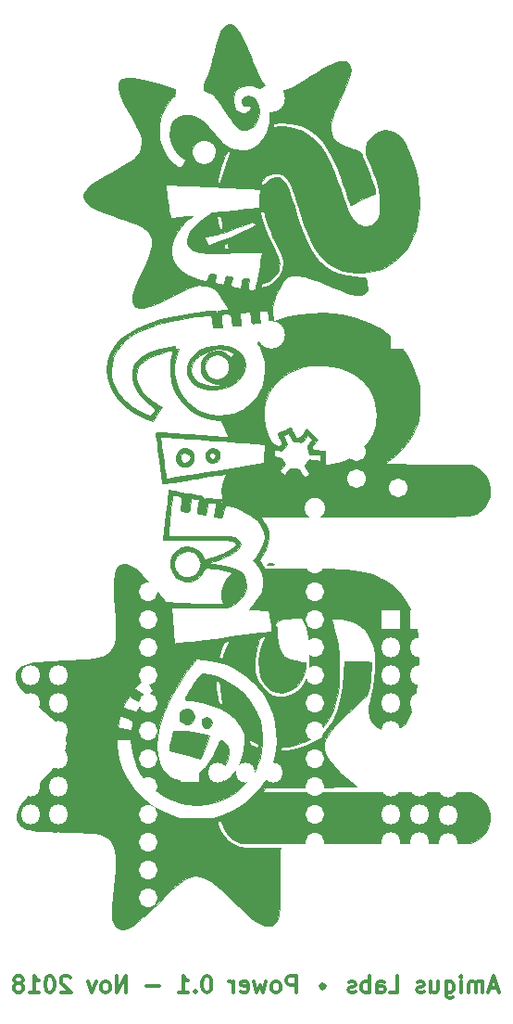
<source format=gbo>
G04 #@! TF.GenerationSoftware,KiCad,Pcbnew,(5.0.1-3-g963ef8bb5)*
G04 #@! TF.CreationDate,2018-11-29T22:46:31+01:00*
G04 #@! TF.ProjectId,condensadores,636F6E64656E7361646F7265732E6B69,rev?*
G04 #@! TF.SameCoordinates,Original*
G04 #@! TF.FileFunction,Legend,Bot*
G04 #@! TF.FilePolarity,Positive*
%FSLAX46Y46*%
G04 Gerber Fmt 4.6, Leading zero omitted, Abs format (unit mm)*
G04 Created by KiCad (PCBNEW (5.0.1-3-g963ef8bb5)) date jueves, 29 de noviembre de 2018, 22:46:31*
%MOMM*%
%LPD*%
G01*
G04 APERTURE LIST*
%ADD10C,0.300000*%
%ADD11C,0.010000*%
%ADD12C,6.102000*%
%ADD13C,0.100000*%
%ADD14C,1.802000*%
%ADD15O,1.802000X2.102000*%
%ADD16O,1.802000X1.802000*%
%ADD17R,1.802000X1.802000*%
%ADD18R,1.702000X1.702000*%
%ADD19O,1.702000X1.702000*%
%ADD20C,1.882000*%
%ADD21R,2.502000X2.502000*%
%ADD22C,2.502000*%
%ADD23C,1.702000*%
G04 APERTURE END LIST*
D10*
X118307142Y-165650000D02*
X117592857Y-165650000D01*
X118450000Y-166078571D02*
X117950000Y-164578571D01*
X117450000Y-166078571D01*
X116950000Y-166078571D02*
X116950000Y-165078571D01*
X116950000Y-165221428D02*
X116878571Y-165150000D01*
X116735714Y-165078571D01*
X116521428Y-165078571D01*
X116378571Y-165150000D01*
X116307142Y-165292857D01*
X116307142Y-166078571D01*
X116307142Y-165292857D02*
X116235714Y-165150000D01*
X116092857Y-165078571D01*
X115878571Y-165078571D01*
X115735714Y-165150000D01*
X115664285Y-165292857D01*
X115664285Y-166078571D01*
X114950000Y-166078571D02*
X114950000Y-165078571D01*
X114950000Y-164578571D02*
X115021428Y-164650000D01*
X114950000Y-164721428D01*
X114878571Y-164650000D01*
X114950000Y-164578571D01*
X114950000Y-164721428D01*
X113592857Y-165078571D02*
X113592857Y-166292857D01*
X113664285Y-166435714D01*
X113735714Y-166507142D01*
X113878571Y-166578571D01*
X114092857Y-166578571D01*
X114235714Y-166507142D01*
X113592857Y-166007142D02*
X113735714Y-166078571D01*
X114021428Y-166078571D01*
X114164285Y-166007142D01*
X114235714Y-165935714D01*
X114307142Y-165792857D01*
X114307142Y-165364285D01*
X114235714Y-165221428D01*
X114164285Y-165150000D01*
X114021428Y-165078571D01*
X113735714Y-165078571D01*
X113592857Y-165150000D01*
X112235714Y-165078571D02*
X112235714Y-166078571D01*
X112878571Y-165078571D02*
X112878571Y-165864285D01*
X112807142Y-166007142D01*
X112664285Y-166078571D01*
X112450000Y-166078571D01*
X112307142Y-166007142D01*
X112235714Y-165935714D01*
X111592857Y-166007142D02*
X111450000Y-166078571D01*
X111164285Y-166078571D01*
X111021428Y-166007142D01*
X110950000Y-165864285D01*
X110950000Y-165792857D01*
X111021428Y-165650000D01*
X111164285Y-165578571D01*
X111378571Y-165578571D01*
X111521428Y-165507142D01*
X111592857Y-165364285D01*
X111592857Y-165292857D01*
X111521428Y-165150000D01*
X111378571Y-165078571D01*
X111164285Y-165078571D01*
X111021428Y-165150000D01*
X108450000Y-166078571D02*
X109164285Y-166078571D01*
X109164285Y-164578571D01*
X107307142Y-166078571D02*
X107307142Y-165292857D01*
X107378571Y-165150000D01*
X107521428Y-165078571D01*
X107807142Y-165078571D01*
X107950000Y-165150000D01*
X107307142Y-166007142D02*
X107450000Y-166078571D01*
X107807142Y-166078571D01*
X107950000Y-166007142D01*
X108021428Y-165864285D01*
X108021428Y-165721428D01*
X107950000Y-165578571D01*
X107807142Y-165507142D01*
X107450000Y-165507142D01*
X107307142Y-165435714D01*
X106592857Y-166078571D02*
X106592857Y-164578571D01*
X106592857Y-165150000D02*
X106450000Y-165078571D01*
X106164285Y-165078571D01*
X106021428Y-165150000D01*
X105950000Y-165221428D01*
X105878571Y-165364285D01*
X105878571Y-165792857D01*
X105950000Y-165935714D01*
X106021428Y-166007142D01*
X106164285Y-166078571D01*
X106450000Y-166078571D01*
X106592857Y-166007142D01*
X105307142Y-166007142D02*
X105164285Y-166078571D01*
X104878571Y-166078571D01*
X104735714Y-166007142D01*
X104664285Y-165864285D01*
X104664285Y-165792857D01*
X104735714Y-165650000D01*
X104878571Y-165578571D01*
X105092857Y-165578571D01*
X105235714Y-165507142D01*
X105307142Y-165364285D01*
X105307142Y-165292857D01*
X105235714Y-165150000D01*
X105092857Y-165078571D01*
X104878571Y-165078571D01*
X104735714Y-165150000D01*
X102450000Y-165364285D02*
X102450000Y-165650000D01*
X102378571Y-165650000D02*
X102378571Y-165364285D01*
X102307142Y-165292857D02*
X102307142Y-165721428D01*
X102235714Y-165650000D02*
X102235714Y-165364285D01*
X102164285Y-165364285D02*
X102164285Y-165650000D01*
X102450000Y-165578571D02*
X102307142Y-165721428D01*
X102164285Y-165578571D01*
X102450000Y-165435714D02*
X102307142Y-165292857D01*
X102164285Y-165435714D01*
X102450000Y-165364285D02*
X102307142Y-165292857D01*
X102164285Y-165364285D01*
X102092857Y-165507142D01*
X102164285Y-165650000D01*
X102307142Y-165721428D01*
X102450000Y-165650000D01*
X102521428Y-165507142D01*
X102450000Y-165364285D01*
X99878571Y-166078571D02*
X99878571Y-164578571D01*
X99307142Y-164578571D01*
X99164285Y-164650000D01*
X99092857Y-164721428D01*
X99021428Y-164864285D01*
X99021428Y-165078571D01*
X99092857Y-165221428D01*
X99164285Y-165292857D01*
X99307142Y-165364285D01*
X99878571Y-165364285D01*
X98164285Y-166078571D02*
X98307142Y-166007142D01*
X98378571Y-165935714D01*
X98450000Y-165792857D01*
X98450000Y-165364285D01*
X98378571Y-165221428D01*
X98307142Y-165150000D01*
X98164285Y-165078571D01*
X97950000Y-165078571D01*
X97807142Y-165150000D01*
X97735714Y-165221428D01*
X97664285Y-165364285D01*
X97664285Y-165792857D01*
X97735714Y-165935714D01*
X97807142Y-166007142D01*
X97950000Y-166078571D01*
X98164285Y-166078571D01*
X97164285Y-165078571D02*
X96878571Y-166078571D01*
X96592857Y-165364285D01*
X96307142Y-166078571D01*
X96021428Y-165078571D01*
X94878571Y-166007142D02*
X95021428Y-166078571D01*
X95307142Y-166078571D01*
X95450000Y-166007142D01*
X95521428Y-165864285D01*
X95521428Y-165292857D01*
X95450000Y-165150000D01*
X95307142Y-165078571D01*
X95021428Y-165078571D01*
X94878571Y-165150000D01*
X94807142Y-165292857D01*
X94807142Y-165435714D01*
X95521428Y-165578571D01*
X94164285Y-166078571D02*
X94164285Y-165078571D01*
X94164285Y-165364285D02*
X94092857Y-165221428D01*
X94021428Y-165150000D01*
X93878571Y-165078571D01*
X93735714Y-165078571D01*
X91807142Y-164578571D02*
X91664285Y-164578571D01*
X91521428Y-164650000D01*
X91450000Y-164721428D01*
X91378571Y-164864285D01*
X91307142Y-165150000D01*
X91307142Y-165507142D01*
X91378571Y-165792857D01*
X91450000Y-165935714D01*
X91521428Y-166007142D01*
X91664285Y-166078571D01*
X91807142Y-166078571D01*
X91950000Y-166007142D01*
X92021428Y-165935714D01*
X92092857Y-165792857D01*
X92164285Y-165507142D01*
X92164285Y-165150000D01*
X92092857Y-164864285D01*
X92021428Y-164721428D01*
X91950000Y-164650000D01*
X91807142Y-164578571D01*
X90664285Y-165935714D02*
X90592857Y-166007142D01*
X90664285Y-166078571D01*
X90735714Y-166007142D01*
X90664285Y-165935714D01*
X90664285Y-166078571D01*
X89164285Y-166078571D02*
X90021428Y-166078571D01*
X89592857Y-166078571D02*
X89592857Y-164578571D01*
X89735714Y-164792857D01*
X89878571Y-164935714D01*
X90021428Y-165007142D01*
X87378571Y-165507142D02*
X86235714Y-165507142D01*
X84378571Y-166078571D02*
X84378571Y-164578571D01*
X83521428Y-166078571D01*
X83521428Y-164578571D01*
X82592857Y-166078571D02*
X82735714Y-166007142D01*
X82807142Y-165935714D01*
X82878571Y-165792857D01*
X82878571Y-165364285D01*
X82807142Y-165221428D01*
X82735714Y-165150000D01*
X82592857Y-165078571D01*
X82378571Y-165078571D01*
X82235714Y-165150000D01*
X82164285Y-165221428D01*
X82092857Y-165364285D01*
X82092857Y-165792857D01*
X82164285Y-165935714D01*
X82235714Y-166007142D01*
X82378571Y-166078571D01*
X82592857Y-166078571D01*
X81592857Y-165078571D02*
X81235714Y-166078571D01*
X80878571Y-165078571D01*
X79235714Y-164721428D02*
X79164285Y-164650000D01*
X79021428Y-164578571D01*
X78664285Y-164578571D01*
X78521428Y-164650000D01*
X78449999Y-164721428D01*
X78378571Y-164864285D01*
X78378571Y-165007142D01*
X78449999Y-165221428D01*
X79307142Y-166078571D01*
X78378571Y-166078571D01*
X77449999Y-164578571D02*
X77307142Y-164578571D01*
X77164285Y-164650000D01*
X77092857Y-164721428D01*
X77021428Y-164864285D01*
X76949999Y-165150000D01*
X76949999Y-165507142D01*
X77021428Y-165792857D01*
X77092857Y-165935714D01*
X77164285Y-166007142D01*
X77307142Y-166078571D01*
X77449999Y-166078571D01*
X77592857Y-166007142D01*
X77664285Y-165935714D01*
X77735714Y-165792857D01*
X77807142Y-165507142D01*
X77807142Y-165150000D01*
X77735714Y-164864285D01*
X77664285Y-164721428D01*
X77592857Y-164650000D01*
X77449999Y-164578571D01*
X75521428Y-166078571D02*
X76378571Y-166078571D01*
X75949999Y-166078571D02*
X75949999Y-164578571D01*
X76092857Y-164792857D01*
X76235714Y-164935714D01*
X76378571Y-165007142D01*
X74664285Y-165221428D02*
X74807142Y-165150000D01*
X74878571Y-165078571D01*
X74949999Y-164935714D01*
X74949999Y-164864285D01*
X74878571Y-164721428D01*
X74807142Y-164650000D01*
X74664285Y-164578571D01*
X74378571Y-164578571D01*
X74235714Y-164650000D01*
X74164285Y-164721428D01*
X74092857Y-164864285D01*
X74092857Y-164935714D01*
X74164285Y-165078571D01*
X74235714Y-165150000D01*
X74378571Y-165221428D01*
X74664285Y-165221428D01*
X74807142Y-165292857D01*
X74878571Y-165364285D01*
X74949999Y-165507142D01*
X74949999Y-165792857D01*
X74878571Y-165935714D01*
X74807142Y-166007142D01*
X74664285Y-166078571D01*
X74378571Y-166078571D01*
X74235714Y-166007142D01*
X74164285Y-165935714D01*
X74092857Y-165792857D01*
X74092857Y-165507142D01*
X74164285Y-165364285D01*
X74235714Y-165292857D01*
X74378571Y-165221428D01*
D11*
G04 #@! TO.C,G\002A\002A\002A*
G36*
X117630537Y-119894114D02*
X117462655Y-119335993D01*
X117156915Y-118824251D01*
X116728846Y-118387964D01*
X116418725Y-118173903D01*
X116023667Y-117941667D01*
X112004205Y-117899333D01*
X107984744Y-117857000D01*
X108338970Y-117596602D01*
X108951223Y-117095189D01*
X109527642Y-116526425D01*
X110033038Y-115929642D01*
X110432221Y-115344170D01*
X110555876Y-115118787D01*
X110795448Y-114608212D01*
X110969393Y-114138154D01*
X111086785Y-113664358D01*
X111156697Y-113142567D01*
X111188203Y-112528525D01*
X111192245Y-112015000D01*
X111187526Y-111481763D01*
X111175206Y-111076679D01*
X111150710Y-110758594D01*
X111109461Y-110486355D01*
X111046882Y-110218808D01*
X110958842Y-109916256D01*
X110538668Y-108816391D01*
X109986286Y-107819511D01*
X109306796Y-106929494D01*
X108505294Y-106150220D01*
X107586878Y-105485570D01*
X106556643Y-104939423D01*
X105419689Y-104515659D01*
X104181111Y-104218159D01*
X103308094Y-104092604D01*
X102334611Y-104037358D01*
X101300467Y-104067887D01*
X100260731Y-104178428D01*
X99270471Y-104363219D01*
X98420828Y-104603974D01*
X98149847Y-104694100D01*
X97945343Y-104756379D01*
X97860352Y-104776000D01*
X97801515Y-104698792D01*
X97760918Y-104495237D01*
X97739535Y-104207438D01*
X97738339Y-103877498D01*
X97758303Y-103547521D01*
X97800400Y-103259611D01*
X97823168Y-103167333D01*
X98088524Y-102349334D01*
X98364327Y-101696789D01*
X98652573Y-101206029D01*
X98955261Y-100873388D01*
X99138488Y-100751323D01*
X99538650Y-100626806D01*
X100040827Y-100616772D01*
X100650465Y-100722016D01*
X101373010Y-100943334D01*
X101926667Y-101158478D01*
X102693397Y-101476142D01*
X103323187Y-101733322D01*
X103834600Y-101936556D01*
X104246198Y-102092386D01*
X104576546Y-102207352D01*
X104844206Y-102287992D01*
X105067741Y-102340846D01*
X105265716Y-102372456D01*
X105412142Y-102386412D01*
X105721614Y-102402995D01*
X105917618Y-102388621D01*
X106055075Y-102330213D01*
X106188902Y-102214693D01*
X106206410Y-102197288D01*
X106334027Y-102053873D01*
X106396481Y-101914032D01*
X106408599Y-101717942D01*
X106389909Y-101456955D01*
X106353309Y-101172541D01*
X106305683Y-100956483D01*
X106267127Y-100869927D01*
X106152937Y-100831757D01*
X105912673Y-100794716D01*
X105589523Y-100764742D01*
X105434486Y-100755437D01*
X104594605Y-100665725D01*
X103837502Y-100479806D01*
X103155059Y-100189236D01*
X102539158Y-99785569D01*
X101981679Y-99260360D01*
X101474506Y-98605164D01*
X101009519Y-97811536D01*
X100578600Y-96871031D01*
X100173632Y-95775203D01*
X99939638Y-95039333D01*
X99709133Y-94285693D01*
X99515080Y-93675993D01*
X99349645Y-93190732D01*
X99204995Y-92810413D01*
X99073296Y-92515534D01*
X98946714Y-92286595D01*
X98817417Y-92104098D01*
X98712348Y-91984287D01*
X98489907Y-91777060D01*
X98298427Y-91677584D01*
X98083238Y-91652667D01*
X97683815Y-91717155D01*
X97362990Y-91897109D01*
X97189199Y-92111110D01*
X97071069Y-92238958D01*
X96909051Y-92322273D01*
X96759803Y-92344023D01*
X96679981Y-92287175D01*
X96677333Y-92264988D01*
X96733533Y-92117643D01*
X96874215Y-91909255D01*
X97057504Y-91691510D01*
X97241524Y-91516093D01*
X97335928Y-91452116D01*
X97806106Y-91282104D01*
X98237384Y-91276119D01*
X98637686Y-91435692D01*
X99014931Y-91762355D01*
X99030310Y-91779664D01*
X99180900Y-91969651D01*
X99322481Y-92194486D01*
X99463185Y-92474309D01*
X99611147Y-92829262D01*
X99774499Y-93279485D01*
X99961375Y-93845122D01*
X100179908Y-94546311D01*
X100278232Y-94870000D01*
X100636997Y-95973809D01*
X101002328Y-96921519D01*
X101382892Y-97726348D01*
X101787356Y-98401517D01*
X102224389Y-98960247D01*
X102702657Y-99415757D01*
X103230827Y-99781268D01*
X103635615Y-99990992D01*
X104185879Y-100195927D01*
X104777633Y-100317235D01*
X105453402Y-100361404D01*
X105990667Y-100350307D01*
X106921539Y-100240445D01*
X107753448Y-99999934D01*
X108503115Y-99621783D01*
X109187262Y-99098998D01*
X109348808Y-98946078D01*
X109969608Y-98224035D01*
X110458255Y-97408103D01*
X110816489Y-96493483D01*
X111046050Y-95475374D01*
X111148677Y-94348976D01*
X111154993Y-93963403D01*
X111111542Y-92861328D01*
X110974508Y-91837783D01*
X110732769Y-90823400D01*
X110565747Y-90287733D01*
X110276514Y-89482568D01*
X109994490Y-88831481D01*
X109709403Y-88320121D01*
X109410985Y-87934138D01*
X109088965Y-87659180D01*
X108733074Y-87480898D01*
X108511453Y-87417106D01*
X107973765Y-87376081D01*
X107469779Y-87485005D01*
X107022874Y-87724808D01*
X106656431Y-88076423D01*
X106393827Y-88520778D01*
X106258442Y-89038806D01*
X106245139Y-89265615D01*
X106278362Y-89452236D01*
X106369056Y-89750513D01*
X106503168Y-90118615D01*
X106658524Y-90496112D01*
X106965297Y-91225575D01*
X107197945Y-91842812D01*
X107366233Y-92382691D01*
X107479928Y-92880078D01*
X107548796Y-93369840D01*
X107578176Y-93779596D01*
X107577590Y-94462629D01*
X107500239Y-95009906D01*
X107338845Y-95440092D01*
X107086129Y-95771850D01*
X106734813Y-96023845D01*
X106694733Y-96044988D01*
X106378993Y-96129492D01*
X106008999Y-96117669D01*
X105666161Y-96014526D01*
X105598307Y-95977559D01*
X105398822Y-95837102D01*
X105217120Y-95661640D01*
X105043929Y-95433201D01*
X104869978Y-95133811D01*
X104685993Y-94745498D01*
X104482704Y-94250288D01*
X104250838Y-93630208D01*
X103981124Y-92867285D01*
X103955142Y-92792345D01*
X103659777Y-91955811D01*
X103399791Y-91258067D01*
X103164853Y-90674853D01*
X102944636Y-90181912D01*
X102728810Y-89754985D01*
X102507047Y-89369813D01*
X102477657Y-89322207D01*
X102078563Y-88768285D01*
X101604250Y-88251254D01*
X101094792Y-87809101D01*
X100590261Y-87479811D01*
X100471425Y-87420427D01*
X99928271Y-87220864D01*
X99316154Y-87082073D01*
X98706720Y-87016460D01*
X98218752Y-87030344D01*
X97958675Y-87056546D01*
X97827466Y-87047359D01*
X97786190Y-86990096D01*
X97793088Y-86891621D01*
X97818700Y-86796420D01*
X97885995Y-86737208D01*
X98030369Y-86703336D01*
X98287217Y-86684154D01*
X98512485Y-86675179D01*
X99406339Y-86720692D01*
X100235519Y-86922663D01*
X100999759Y-87280943D01*
X101698793Y-87795385D01*
X102332355Y-88465839D01*
X102736592Y-89027663D01*
X102977279Y-89425194D01*
X103209964Y-89866479D01*
X103444831Y-90375042D01*
X103692062Y-90974407D01*
X103961842Y-91688098D01*
X104264353Y-92539641D01*
X104294393Y-92626333D01*
X104459989Y-93102733D01*
X104606961Y-93521062D01*
X104726345Y-93856173D01*
X104809177Y-94082916D01*
X104846493Y-94176144D01*
X104847081Y-94176934D01*
X104928980Y-94154427D01*
X105122827Y-94070787D01*
X105390245Y-93942826D01*
X105452823Y-93911563D01*
X105838400Y-93724459D01*
X106261703Y-93529492D01*
X106583333Y-93389230D01*
X106858018Y-93272799D01*
X107062354Y-93183443D01*
X107154705Y-93139397D01*
X107155876Y-93138504D01*
X107152202Y-93041431D01*
X107097039Y-92817648D01*
X107000769Y-92498068D01*
X106873774Y-92113608D01*
X106726434Y-91695181D01*
X106569131Y-91273704D01*
X106412246Y-90880090D01*
X106341371Y-90712964D01*
X106176580Y-90322941D01*
X106037166Y-89972718D01*
X105937738Y-89700399D01*
X105892911Y-89544086D01*
X105892791Y-89543263D01*
X105854654Y-89433020D01*
X105754447Y-89340411D01*
X105559766Y-89245624D01*
X105238204Y-89128845D01*
X105186333Y-89111332D01*
X104483416Y-88851461D01*
X103936244Y-88590862D01*
X103531658Y-88316796D01*
X103256497Y-88016525D01*
X103097601Y-87677307D01*
X103041809Y-87286404D01*
X103050390Y-87043736D01*
X103080596Y-86776796D01*
X103129914Y-86514952D01*
X103207437Y-86232270D01*
X103322257Y-85902816D01*
X103483463Y-85500658D01*
X103700148Y-84999864D01*
X103981404Y-84374499D01*
X104002101Y-84329000D01*
X104324744Y-83603715D01*
X104570240Y-83009546D01*
X104742686Y-82529040D01*
X104846176Y-82144741D01*
X104884805Y-81839193D01*
X104862670Y-81594942D01*
X104783864Y-81394534D01*
X104714522Y-81292418D01*
X104574519Y-81152298D01*
X104401940Y-81086268D01*
X104130198Y-81069344D01*
X104119996Y-81069333D01*
X103854638Y-81091907D01*
X103558057Y-81165467D01*
X103211679Y-81298771D01*
X102796928Y-81500577D01*
X102295231Y-81779644D01*
X101688011Y-82144731D01*
X101223854Y-82434891D01*
X100554852Y-82851292D01*
X100002138Y-83179076D01*
X99544466Y-83428412D01*
X99160592Y-83609467D01*
X98829270Y-83732410D01*
X98529256Y-83807410D01*
X98286547Y-83840739D01*
X97977992Y-83857913D01*
X97763312Y-83830665D01*
X97569653Y-83744149D01*
X97453269Y-83670939D01*
X97229724Y-83491340D01*
X97009696Y-83243932D01*
X96783790Y-82912283D01*
X96542609Y-82479961D01*
X96276760Y-81930535D01*
X95976846Y-81247574D01*
X95736071Y-80667682D01*
X95392626Y-79844826D01*
X95092361Y-79172635D01*
X94826814Y-78640504D01*
X94587520Y-78237834D01*
X94366017Y-77954020D01*
X94153843Y-77778462D01*
X93942532Y-77700557D01*
X93723623Y-77709702D01*
X93488653Y-77795295D01*
X93456235Y-77811614D01*
X93290446Y-77926590D01*
X93138271Y-78101577D01*
X92993626Y-78352571D01*
X92850426Y-78695565D01*
X92702585Y-79146555D01*
X92544020Y-79721536D01*
X92368646Y-80436503D01*
X92233037Y-81027000D01*
X92115044Y-81493747D01*
X91973440Y-81967375D01*
X91827917Y-82385719D01*
X91723408Y-82635667D01*
X91442471Y-83228333D01*
X90769760Y-83201092D01*
X90338374Y-83199227D01*
X89975885Y-83243110D01*
X89586266Y-83346483D01*
X89455871Y-83389087D01*
X88814693Y-83604324D01*
X87270842Y-83138811D01*
X86516994Y-82917746D01*
X85899604Y-82752878D01*
X85396425Y-82641353D01*
X84985210Y-82580316D01*
X84643715Y-82566913D01*
X84349692Y-82598289D01*
X84080895Y-82671592D01*
X83968071Y-82715066D01*
X83775998Y-82882586D01*
X83668249Y-83175767D01*
X83654063Y-83568491D01*
X83656493Y-83595740D01*
X83708762Y-83873642D01*
X83822094Y-84212752D01*
X84004151Y-84629578D01*
X84262595Y-85140631D01*
X84605088Y-85762419D01*
X84897790Y-86270420D01*
X85293664Y-86989284D01*
X85574193Y-87603236D01*
X85740668Y-88130124D01*
X85794380Y-88587793D01*
X85736620Y-88994091D01*
X85568680Y-89366865D01*
X85291851Y-89723961D01*
X85157514Y-89860086D01*
X84976130Y-90018228D01*
X84737070Y-90195718D01*
X84423816Y-90402772D01*
X84019845Y-90649603D01*
X83508640Y-90946426D01*
X82873678Y-91303455D01*
X82395211Y-91568000D01*
X81709003Y-91974891D01*
X81162562Y-92362092D01*
X80761870Y-92724145D01*
X80512909Y-93055594D01*
X80421663Y-93350983D01*
X80421333Y-93368375D01*
X80504283Y-93710266D01*
X80746326Y-94043032D01*
X81137249Y-94354360D01*
X81336929Y-94472263D01*
X81546385Y-94568984D01*
X81884995Y-94705101D01*
X82320577Y-94868585D01*
X82820948Y-95047410D01*
X83353926Y-95229548D01*
X83438258Y-95257591D01*
X84251635Y-95535555D01*
X84916377Y-95784358D01*
X85448642Y-96013789D01*
X85864585Y-96233637D01*
X86180366Y-96453692D01*
X86412142Y-96683744D01*
X86576069Y-96933583D01*
X86688305Y-97212997D01*
X86693436Y-97229872D01*
X86738242Y-97559148D01*
X86696439Y-97973957D01*
X86564775Y-98486170D01*
X86339997Y-99107657D01*
X86018853Y-99850289D01*
X85913367Y-100077000D01*
X85560824Y-100840809D01*
X85287772Y-101472823D01*
X85090438Y-101988694D01*
X84965050Y-102404073D01*
X84907834Y-102734614D01*
X84915018Y-102995969D01*
X84982828Y-103203789D01*
X85107492Y-103373727D01*
X85116485Y-103382849D01*
X85294717Y-103518571D01*
X85515140Y-103579712D01*
X85748309Y-103590667D01*
X85971452Y-103578903D01*
X86209099Y-103538269D01*
X86481566Y-103460753D01*
X86809169Y-103338340D01*
X87212222Y-103163018D01*
X87711043Y-102926773D01*
X88325947Y-102621593D01*
X88749811Y-102406774D01*
X89252677Y-102156226D01*
X89727046Y-101930330D01*
X90144527Y-101741796D01*
X90476728Y-101603336D01*
X90695260Y-101527660D01*
X90731375Y-101519593D01*
X91028413Y-101502558D01*
X91409359Y-101526147D01*
X91687369Y-101565497D01*
X92012411Y-101631494D01*
X92234318Y-101710822D01*
X92417834Y-101838970D01*
X92627702Y-102051426D01*
X92681491Y-102110417D01*
X92927080Y-102415585D01*
X93187022Y-102792272D01*
X93402463Y-103154358D01*
X93725925Y-103760000D01*
X93434213Y-103760000D01*
X93147255Y-103775288D01*
X92895521Y-103809396D01*
X92764383Y-103842366D01*
X92692150Y-103902450D01*
X92663627Y-104030805D01*
X92663622Y-104268589D01*
X92668910Y-104423229D01*
X92674773Y-104702655D01*
X92665132Y-104823554D01*
X92638339Y-104796165D01*
X92618990Y-104733667D01*
X92568082Y-104470075D01*
X92539443Y-104173079D01*
X92538684Y-104152220D01*
X92528667Y-103824772D01*
X91872500Y-103883351D01*
X90261918Y-104065923D01*
X88801340Y-104312447D01*
X87491797Y-104622480D01*
X86334318Y-104995579D01*
X85329935Y-105431302D01*
X84479677Y-105929206D01*
X83784576Y-106488848D01*
X83245662Y-107109786D01*
X82884345Y-107744590D01*
X82649733Y-108472212D01*
X82573562Y-109213382D01*
X82647359Y-109953124D01*
X82862652Y-110676459D01*
X83210969Y-111368410D01*
X83683837Y-112013999D01*
X84272783Y-112598248D01*
X84969336Y-113106180D01*
X85765023Y-113522816D01*
X86261156Y-113714210D01*
X86632799Y-113840243D01*
X86632799Y-113435839D01*
X86211711Y-113295976D01*
X85492935Y-112983031D01*
X84815622Y-112546990D01*
X84206210Y-112013952D01*
X83691138Y-111410013D01*
X83296843Y-110761270D01*
X83079169Y-110203771D01*
X83002014Y-109749371D01*
X82991932Y-109207695D01*
X83044880Y-108645141D01*
X83156812Y-108128107D01*
X83216395Y-107951000D01*
X83453602Y-107504365D01*
X83818539Y-107036451D01*
X84278363Y-106579728D01*
X84800225Y-106166665D01*
X85351281Y-105829730D01*
X85374333Y-105817851D01*
X86271520Y-105421535D01*
X87318403Y-105071116D01*
X88500651Y-104770430D01*
X89803935Y-104523308D01*
X90691503Y-104395469D01*
X91221506Y-104327490D01*
X91607165Y-104283660D01*
X91872560Y-104270601D01*
X92041770Y-104294934D01*
X92138876Y-104363283D01*
X92187956Y-104482267D01*
X92213092Y-104658511D01*
X92229209Y-104818333D01*
X92288145Y-105368667D01*
X93144086Y-105368667D01*
X93102242Y-104783834D01*
X93060397Y-104199002D01*
X93441396Y-104141867D01*
X93681788Y-104117993D01*
X93832670Y-104154812D01*
X93922298Y-104282473D01*
X93978930Y-104531120D01*
X94008296Y-104746675D01*
X94064851Y-105199333D01*
X94479976Y-105199333D01*
X94726449Y-105194034D01*
X94843730Y-105161700D01*
X94871943Y-105077674D01*
X94858883Y-104966500D01*
X94823650Y-104726038D01*
X94783707Y-104434924D01*
X94777202Y-104385524D01*
X94731738Y-104037381D01*
X95166404Y-103985901D01*
X95427587Y-103964583D01*
X95618324Y-103966572D01*
X95673535Y-103979208D01*
X95716721Y-104083470D01*
X95743351Y-104296511D01*
X95747297Y-104421164D01*
X95763762Y-104742771D01*
X95827676Y-104925047D01*
X95934887Y-104981006D01*
X95934887Y-101980704D01*
X95686112Y-101955791D01*
X95556072Y-101863338D01*
X95523976Y-101671469D01*
X95558626Y-101403900D01*
X95595330Y-101150962D01*
X95603804Y-100973676D01*
X95592938Y-100925827D01*
X95485530Y-100895133D01*
X95285787Y-100881386D01*
X95272225Y-100881333D01*
X95111068Y-100891698D01*
X95016721Y-100950289D01*
X94955347Y-101098350D01*
X94902436Y-101332056D01*
X94808866Y-101782779D01*
X94340719Y-101697924D01*
X94076153Y-101644175D01*
X93943384Y-101590392D01*
X93906720Y-101511607D01*
X93924378Y-101406657D01*
X94005045Y-101068629D01*
X94038409Y-100861893D01*
X94023399Y-100754843D01*
X93958946Y-100715870D01*
X93900842Y-100712000D01*
X93692859Y-100688922D01*
X93603162Y-100664153D01*
X93514017Y-100681310D01*
X93434666Y-100824371D01*
X93367785Y-101048194D01*
X93297922Y-101298122D01*
X93232044Y-101419656D01*
X93134889Y-101449124D01*
X92998715Y-101428386D01*
X92697078Y-101363946D01*
X92529566Y-101305405D01*
X92463922Y-101227181D01*
X92467888Y-101103691D01*
X92485013Y-101020977D01*
X92541287Y-100738410D01*
X92541156Y-100580450D01*
X92468034Y-100507116D01*
X92305336Y-100478431D01*
X92258242Y-100474339D01*
X92049998Y-100469487D01*
X91949565Y-100532322D01*
X91896852Y-100708567D01*
X91887718Y-100756265D01*
X91818788Y-100971085D01*
X91723716Y-101102296D01*
X91706355Y-101111615D01*
X91535687Y-101116562D01*
X91251490Y-101062160D01*
X90893862Y-100960287D01*
X90502897Y-100822819D01*
X90118693Y-100661635D01*
X90005162Y-100607693D01*
X89415765Y-100235888D01*
X88966078Y-99776128D01*
X88660955Y-99242867D01*
X88505249Y-98650558D01*
X88503814Y-98013654D01*
X88661503Y-97346609D01*
X88798191Y-97013430D01*
X89016435Y-96641868D01*
X89328719Y-96228746D01*
X89688851Y-95827419D01*
X90050641Y-95491244D01*
X90237559Y-95350790D01*
X90372385Y-95243482D01*
X90406972Y-95179250D01*
X90406892Y-95179178D01*
X90313140Y-95176114D01*
X90086581Y-95192976D01*
X89762159Y-95226605D01*
X89410397Y-95269238D01*
X89025272Y-95313804D01*
X88704072Y-95341576D01*
X88482480Y-95350092D01*
X88397560Y-95339115D01*
X88371899Y-95245488D01*
X88328909Y-95017661D01*
X88273648Y-94689281D01*
X88211172Y-94293996D01*
X88146536Y-93865454D01*
X88084799Y-93437300D01*
X88031016Y-93043184D01*
X87990244Y-92716752D01*
X87967539Y-92491652D01*
X87965881Y-92466612D01*
X87972641Y-92395439D01*
X88022791Y-92352335D01*
X88146179Y-92333591D01*
X88372650Y-92335502D01*
X88732052Y-92354359D01*
X88824500Y-92359960D01*
X89118307Y-92376361D01*
X89191933Y-92380112D01*
X89191933Y-90740151D01*
X89060744Y-90680764D01*
X88645289Y-90388724D01*
X88246428Y-89967257D01*
X87892936Y-89455830D01*
X87613589Y-88893910D01*
X87485325Y-88520000D01*
X87422370Y-88174327D01*
X87385931Y-87724104D01*
X87376847Y-87232158D01*
X87395959Y-86761314D01*
X87444107Y-86374400D01*
X87455888Y-86318667D01*
X87625268Y-85803696D01*
X87887559Y-85262978D01*
X88204702Y-84766848D01*
X88461383Y-84460441D01*
X88971122Y-84045991D01*
X89552426Y-83755066D01*
X90174573Y-83591938D01*
X90806841Y-83560880D01*
X91418507Y-83666164D01*
X91978849Y-83912061D01*
X92055524Y-83960641D01*
X92197647Y-84057824D01*
X92321199Y-84155254D01*
X92441938Y-84273060D01*
X92575622Y-84431371D01*
X92738009Y-84650316D01*
X92944856Y-84950024D01*
X93211922Y-85350622D01*
X93554964Y-85872240D01*
X93570113Y-85895333D01*
X93879542Y-86348827D01*
X94159848Y-86724589D01*
X94392499Y-86999047D01*
X94552021Y-87144167D01*
X94929180Y-87307059D01*
X95309694Y-87319078D01*
X95671955Y-87196833D01*
X95994357Y-86956934D01*
X96255291Y-86615991D01*
X96433149Y-86190613D01*
X96506325Y-85697411D01*
X96507056Y-85641333D01*
X96454764Y-85168826D01*
X96309602Y-84762335D01*
X96089146Y-84448486D01*
X95810968Y-84253904D01*
X95557029Y-84202000D01*
X95229216Y-84254792D01*
X95029350Y-84416652D01*
X94951623Y-84692807D01*
X94950133Y-84748117D01*
X94996241Y-85025129D01*
X95139924Y-85165486D01*
X95389228Y-85176260D01*
X95428570Y-85168774D01*
X95638026Y-85172233D01*
X95729761Y-85271997D01*
X95695153Y-85434864D01*
X95543790Y-85612342D01*
X95237097Y-85780056D01*
X94913061Y-85799166D01*
X94607536Y-85681830D01*
X94356373Y-85440204D01*
X94217716Y-85162687D01*
X94159769Y-84823032D01*
X94170760Y-84429217D01*
X94243210Y-84056225D01*
X94353420Y-83802372D01*
X94612338Y-83550711D01*
X94979254Y-83380841D01*
X95411382Y-83297492D01*
X95865940Y-83305392D01*
X96300143Y-83409270D01*
X96589970Y-83555166D01*
X96906571Y-83858883D01*
X97159757Y-84290412D01*
X97344935Y-84818772D01*
X97457511Y-85412985D01*
X97492890Y-86042075D01*
X97446481Y-86675061D01*
X97313688Y-87280965D01*
X97192035Y-87615365D01*
X96963915Y-88013995D01*
X96638628Y-88414145D01*
X96265689Y-88763210D01*
X95894615Y-89008590D01*
X95868811Y-89021079D01*
X95388899Y-89166321D01*
X94846015Y-89201403D01*
X94305005Y-89127231D01*
X93925667Y-88993939D01*
X93663975Y-88856698D01*
X93425048Y-88697619D01*
X93181885Y-88492402D01*
X92907485Y-88216745D01*
X92574848Y-87846349D01*
X92317210Y-87546333D01*
X91959676Y-87131706D01*
X91678448Y-86824639D01*
X91445031Y-86599686D01*
X91230932Y-86431399D01*
X91007658Y-86294332D01*
X90793000Y-86185103D01*
X90285265Y-86018289D01*
X89765615Y-85985341D01*
X89282431Y-86087314D01*
X89142280Y-86149191D01*
X88780963Y-86420694D01*
X88530344Y-86791465D01*
X88387825Y-87234923D01*
X88350808Y-87724488D01*
X88416695Y-88233577D01*
X88582890Y-88735612D01*
X88846794Y-89204009D01*
X89205809Y-89612189D01*
X89503157Y-89841932D01*
X89879458Y-90086333D01*
X89586981Y-90443990D01*
X89414151Y-90646894D01*
X89298418Y-90738437D01*
X89191933Y-90740151D01*
X89191933Y-92380112D01*
X89554252Y-92398575D01*
X90105289Y-92425327D01*
X90744372Y-92455341D01*
X91444455Y-92487341D01*
X91477302Y-92488804D01*
X91477302Y-90467333D01*
X91064137Y-90395751D01*
X90727146Y-90201587D01*
X90483702Y-89915723D01*
X90351179Y-89569036D01*
X90346952Y-89192405D01*
X90488394Y-88816708D01*
X90520375Y-88766588D01*
X90818255Y-88456453D01*
X91177030Y-88288603D01*
X91564790Y-88263683D01*
X91949629Y-88382340D01*
X92299636Y-88645218D01*
X92374268Y-88729063D01*
X92545935Y-89054700D01*
X92578210Y-89410075D01*
X92488607Y-89761251D01*
X92294638Y-90074287D01*
X92013817Y-90315244D01*
X91663656Y-90450184D01*
X91477302Y-90467333D01*
X91477302Y-92488804D01*
X92178491Y-92520050D01*
X92698000Y-92542685D01*
X92858835Y-92549800D01*
X92858835Y-92160667D01*
X92755098Y-92128744D01*
X92706763Y-92018440D01*
X92713828Y-91807956D01*
X92776292Y-91475491D01*
X92858795Y-91135717D01*
X92950530Y-90822073D01*
X93072440Y-90466287D01*
X93210059Y-90103589D01*
X93348920Y-89769210D01*
X93474554Y-89498377D01*
X93572496Y-89326321D01*
X93619503Y-89283297D01*
X93728769Y-89324379D01*
X93788990Y-89358895D01*
X93834598Y-89422409D01*
X93827841Y-89544804D01*
X93761751Y-89755840D01*
X93629358Y-90085277D01*
X93605889Y-90140765D01*
X93443181Y-90563860D01*
X93289527Y-91031094D01*
X93174682Y-91450927D01*
X93162567Y-91504500D01*
X93082000Y-91842106D01*
X93011990Y-92043257D01*
X92938173Y-92138986D01*
X92858835Y-92160667D01*
X92858835Y-92549800D01*
X93416480Y-92574473D01*
X94099598Y-92606202D01*
X94724312Y-92636688D01*
X95267579Y-92664747D01*
X95706356Y-92689197D01*
X96017599Y-92708855D01*
X96160154Y-92720427D01*
X96616640Y-92768513D01*
X96568641Y-93573047D01*
X96545088Y-93922664D01*
X96521179Y-94202084D01*
X96500476Y-94372817D01*
X96491481Y-94406742D01*
X96402862Y-94423789D01*
X96168816Y-94456481D01*
X95812231Y-94501963D01*
X95356001Y-94557380D01*
X94823015Y-94619879D01*
X94347326Y-94674118D01*
X92232333Y-94912333D01*
X91639667Y-95300025D01*
X91047829Y-95732818D01*
X90573454Y-96174220D01*
X90221832Y-96612006D01*
X89998253Y-97033949D01*
X89908007Y-97427824D01*
X89956385Y-97781406D01*
X90148678Y-98082470D01*
X90363038Y-98250165D01*
X90550794Y-98350377D01*
X90762394Y-98430236D01*
X91016737Y-98491230D01*
X91332722Y-98534848D01*
X91729246Y-98562578D01*
X91853411Y-98565914D01*
X91853411Y-97833333D01*
X91792154Y-97764290D01*
X91699233Y-97597063D01*
X91603789Y-97391509D01*
X91534964Y-97207483D01*
X91520895Y-97150366D01*
X91592833Y-97111570D01*
X91789684Y-97055071D01*
X92069639Y-96992780D01*
X92084167Y-96989904D01*
X92601032Y-96869176D01*
X92970130Y-96765099D01*
X92970130Y-96377444D01*
X92965273Y-96376537D01*
X92865079Y-96292690D01*
X92782173Y-96071125D01*
X92733350Y-95842683D01*
X92681381Y-95520712D01*
X92674055Y-95330216D01*
X92717928Y-95237672D01*
X92819559Y-95209559D01*
X92857386Y-95208667D01*
X92950774Y-95247964D01*
X93023254Y-95386864D01*
X93089730Y-95656878D01*
X93103595Y-95729273D01*
X93156474Y-96072095D01*
X93155419Y-96277721D01*
X93095087Y-96371165D01*
X92970130Y-96377444D01*
X92970130Y-96765099D01*
X93214400Y-96696219D01*
X93866877Y-96489442D01*
X94501072Y-96267255D01*
X95059590Y-96048069D01*
X95174413Y-95998653D01*
X95513112Y-95855096D01*
X95739117Y-95777562D01*
X95891714Y-95757406D01*
X96010193Y-95785986D01*
X96050760Y-95805843D01*
X96179413Y-95909934D01*
X96197566Y-95993483D01*
X96084425Y-96083127D01*
X95838769Y-96221104D01*
X95486664Y-96396374D01*
X95054176Y-96597897D01*
X94567374Y-96814633D01*
X94052323Y-97035542D01*
X93535092Y-97249584D01*
X93041746Y-97445718D01*
X92598354Y-97612906D01*
X92230982Y-97740107D01*
X91965697Y-97816280D01*
X91853411Y-97833333D01*
X91853411Y-98565914D01*
X92225208Y-98575906D01*
X92839508Y-98576321D01*
X93591044Y-98565312D01*
X93599296Y-98565130D01*
X93599296Y-98172000D01*
X93422195Y-98149918D01*
X93347111Y-98115556D01*
X93289836Y-97959362D01*
X93339164Y-97789692D01*
X93429785Y-97713399D01*
X93554236Y-97679020D01*
X93581975Y-97683174D01*
X93620995Y-97768863D01*
X93695042Y-97939167D01*
X93752724Y-98102341D01*
X93714167Y-98163463D01*
X93599296Y-98172000D01*
X93599296Y-98565130D01*
X94195727Y-98551923D01*
X94936583Y-98535047D01*
X95524605Y-98524455D01*
X95976189Y-98520494D01*
X96307731Y-98523510D01*
X96535626Y-98533849D01*
X96676270Y-98551857D01*
X96746057Y-98577881D01*
X96761917Y-98606087D01*
X96747752Y-98719740D01*
X96709107Y-98967173D01*
X96651676Y-99315542D01*
X96581155Y-99732003D01*
X96503241Y-100183715D01*
X96423628Y-100637832D01*
X96348012Y-101061512D01*
X96282088Y-101421912D01*
X96231553Y-101686188D01*
X96209511Y-101791500D01*
X96123492Y-101939858D01*
X95934887Y-101980704D01*
X95934887Y-104981006D01*
X95964742Y-104996590D01*
X96200665Y-104986002D01*
X96248405Y-104978741D01*
X96609783Y-104920954D01*
X96552153Y-104382811D01*
X96494522Y-103844667D01*
X96764754Y-103844667D01*
X96764754Y-101694157D01*
X96689919Y-101642412D01*
X96677333Y-101514217D01*
X96717303Y-101349900D01*
X96850040Y-101304667D01*
X97169637Y-101232201D01*
X97512496Y-101038473D01*
X97837863Y-100758987D01*
X98104984Y-100429247D01*
X98273103Y-100084755D01*
X98280909Y-100058148D01*
X98346639Y-99775576D01*
X98367808Y-99520471D01*
X98336463Y-99259599D01*
X98244654Y-98959729D01*
X98084429Y-98587630D01*
X97847837Y-98110071D01*
X97786107Y-97990182D01*
X97364224Y-97121622D01*
X97022011Y-96306216D01*
X96768740Y-95568462D01*
X96613680Y-94932857D01*
X96601172Y-94858708D01*
X96664050Y-94797694D01*
X96767179Y-94759447D01*
X96918096Y-94762369D01*
X96970140Y-94813072D01*
X97004043Y-94935734D01*
X97070106Y-95177900D01*
X97156347Y-95495598D01*
X97193275Y-95632000D01*
X97318997Y-96015923D01*
X97513003Y-96505660D01*
X97758254Y-97060760D01*
X98037708Y-97640773D01*
X98048648Y-97662514D01*
X98290489Y-98146288D01*
X98465017Y-98510257D01*
X98583118Y-98784807D01*
X98655679Y-99000329D01*
X98693587Y-99187210D01*
X98707727Y-99375840D01*
X98709333Y-99506733D01*
X98639220Y-100130385D01*
X98429921Y-100659411D01*
X98082999Y-101091042D01*
X97640015Y-101401673D01*
X97349796Y-101538512D01*
X97070374Y-101642104D01*
X96952500Y-101672553D01*
X96764754Y-101694157D01*
X96764754Y-103844667D01*
X97325698Y-103844667D01*
X97475133Y-105008833D01*
X97533439Y-105454729D01*
X97588118Y-105857902D01*
X97633771Y-106179538D01*
X97664996Y-106380821D01*
X97669534Y-106405833D01*
X97714500Y-106638667D01*
X97026583Y-106638667D01*
X96709385Y-106645868D01*
X96469612Y-106665027D01*
X96346995Y-106692473D01*
X96338983Y-106702167D01*
X96379551Y-106810939D01*
X96478416Y-106993448D01*
X96494496Y-107020154D01*
X96827515Y-107723501D01*
X97020251Y-108491068D01*
X97071655Y-109290704D01*
X96980680Y-110090260D01*
X96746279Y-110857586D01*
X96628004Y-111116903D01*
X96329306Y-111594192D01*
X95920976Y-112081761D01*
X95451377Y-112528968D01*
X94968872Y-112885171D01*
X94899333Y-112927062D01*
X94256729Y-113210098D01*
X93537538Y-113370031D01*
X92781206Y-113407087D01*
X92027180Y-113321493D01*
X91314906Y-113113474D01*
X90877724Y-112904033D01*
X90444466Y-112598624D01*
X89999722Y-112187543D01*
X89590340Y-111721519D01*
X89263172Y-111251279D01*
X89142715Y-111025425D01*
X88888548Y-110314220D01*
X88758578Y-109561934D01*
X88753243Y-108807624D01*
X88872979Y-108090348D01*
X89103110Y-107478538D01*
X89326006Y-107038675D01*
X88720188Y-107098371D01*
X87905122Y-107221866D01*
X87150389Y-107420429D01*
X86475650Y-107684098D01*
X85900562Y-108002910D01*
X85444785Y-108366904D01*
X85127977Y-108766117D01*
X85030808Y-108967939D01*
X84930309Y-109412812D01*
X84920969Y-109929661D01*
X84998491Y-110450603D01*
X85152913Y-110896230D01*
X85410511Y-111314774D01*
X85770929Y-111754345D01*
X86185037Y-112161242D01*
X86603038Y-112481333D01*
X86829164Y-112641671D01*
X86982249Y-112779380D01*
X87024913Y-112849326D01*
X86975437Y-112974934D01*
X86854326Y-113158162D01*
X86828646Y-113191086D01*
X86632799Y-113435839D01*
X86632799Y-113840243D01*
X86813667Y-113901581D01*
X87223582Y-113269428D01*
X87402113Y-112987071D01*
X87534401Y-112764236D01*
X87601201Y-112634014D01*
X87604582Y-112614275D01*
X87520335Y-112565580D01*
X87330006Y-112461864D01*
X87112196Y-112345471D01*
X86689730Y-112070217D01*
X86261567Y-111704152D01*
X85874997Y-111294260D01*
X85577307Y-110887525D01*
X85494807Y-110738473D01*
X85359781Y-110394773D01*
X85298580Y-110028748D01*
X85289667Y-109757460D01*
X85325475Y-109316327D01*
X85446576Y-108957596D01*
X85673481Y-108653673D01*
X86026702Y-108376966D01*
X86519063Y-108103682D01*
X86822815Y-107969816D01*
X87185003Y-107834917D01*
X87569305Y-107709394D01*
X87939402Y-107603655D01*
X88258974Y-107528110D01*
X88491702Y-107493167D01*
X88599633Y-107507411D01*
X88595033Y-107597494D01*
X88553840Y-107800891D01*
X88504887Y-107997271D01*
X88423028Y-108461878D01*
X88387484Y-109019745D01*
X88398117Y-109601296D01*
X88454789Y-110136952D01*
X88509641Y-110402815D01*
X88767985Y-111103698D01*
X89158759Y-111781145D01*
X89653019Y-112399124D01*
X90221821Y-112921600D01*
X90836218Y-113312540D01*
X90854034Y-113321359D01*
X91285892Y-113499833D01*
X91787185Y-113655543D01*
X92291391Y-113771316D01*
X92731990Y-113829979D01*
X92839362Y-113833863D01*
X92998469Y-113848492D01*
X93100841Y-113916931D01*
X93183700Y-114079300D01*
X93253136Y-114279833D01*
X93370106Y-114604325D01*
X93500987Y-114920557D01*
X93557994Y-115041833D01*
X93717442Y-115359333D01*
X93440554Y-115358004D01*
X93290247Y-115351362D01*
X92993654Y-115333151D01*
X92573311Y-115304942D01*
X92051757Y-115268304D01*
X91451528Y-115224807D01*
X90795160Y-115176022D01*
X90412000Y-115147018D01*
X89565463Y-115082564D01*
X88872663Y-115030620D01*
X88318473Y-114991095D01*
X87887765Y-114963895D01*
X87565413Y-114948928D01*
X87336289Y-114946102D01*
X87185267Y-114955322D01*
X87097219Y-114976498D01*
X87057019Y-115009536D01*
X87049540Y-115054343D01*
X87059654Y-115110827D01*
X87063103Y-115126500D01*
X87084741Y-115260504D01*
X87124097Y-115537502D01*
X87177808Y-115932473D01*
X87242509Y-116420395D01*
X87314836Y-116976248D01*
X87376158Y-117454833D01*
X87648218Y-119592667D01*
X87865942Y-119589309D01*
X88000415Y-119575164D01*
X88030030Y-119571085D01*
X88030030Y-119163074D01*
X88007283Y-119162843D01*
X87986057Y-119071964D01*
X87948041Y-118842380D01*
X87897158Y-118503446D01*
X87837331Y-118084521D01*
X87772480Y-117614959D01*
X87706530Y-117124118D01*
X87643401Y-116641355D01*
X87587018Y-116196024D01*
X87541300Y-115817484D01*
X87510173Y-115535090D01*
X87497556Y-115378200D01*
X87498746Y-115356740D01*
X87584729Y-115354634D01*
X87824337Y-115364709D01*
X88202376Y-115385959D01*
X88703652Y-115417381D01*
X89312972Y-115457970D01*
X90015140Y-115506722D01*
X90794962Y-115562632D01*
X91637245Y-115624696D01*
X92247018Y-115670593D01*
X93123714Y-115737171D01*
X93948500Y-115799868D01*
X94706167Y-115857523D01*
X95381505Y-115908977D01*
X95959307Y-115953068D01*
X96424364Y-115988638D01*
X96761466Y-116014525D01*
X96955405Y-116029569D01*
X96997795Y-116033020D01*
X97005627Y-116113322D01*
X97007690Y-116327243D01*
X97003982Y-116639169D01*
X96997795Y-116902477D01*
X96973667Y-117768287D01*
X92508065Y-118483486D01*
X91660281Y-118618511D01*
X90863855Y-118743898D01*
X90134255Y-118857313D01*
X89486950Y-118956419D01*
X88937406Y-119038883D01*
X88501093Y-119102370D01*
X88193479Y-119144546D01*
X88030030Y-119163074D01*
X88030030Y-119571085D01*
X88280248Y-119536615D01*
X88683748Y-119476966D01*
X89189225Y-119399519D01*
X89774986Y-119307578D01*
X90419341Y-119204446D01*
X90814167Y-119140346D01*
X91470548Y-119034064D01*
X92070245Y-118938569D01*
X92593698Y-118856850D01*
X93021348Y-118791894D01*
X93333633Y-118746690D01*
X93510995Y-118724227D01*
X93544667Y-118723186D01*
X93509684Y-118808110D01*
X93419823Y-118995766D01*
X93340968Y-119153610D01*
X93123435Y-119746246D01*
X93065904Y-120339196D01*
X93114030Y-120706100D01*
X93160028Y-121025300D01*
X93124363Y-121295336D01*
X93081233Y-121425767D01*
X92959513Y-121751667D01*
X93006823Y-121404892D01*
X93054133Y-121058118D01*
X92473900Y-121003327D01*
X92061912Y-120967281D01*
X91787909Y-120953759D01*
X91621688Y-120965579D01*
X91533052Y-121005559D01*
X91491801Y-121076520D01*
X91486363Y-121095500D01*
X91456292Y-121146370D01*
X91438648Y-121033703D01*
X91437822Y-121016539D01*
X91428777Y-120910360D01*
X91394769Y-120832507D01*
X91309425Y-120772678D01*
X91146375Y-120720570D01*
X90879247Y-120665880D01*
X90481671Y-120598305D01*
X90285000Y-120566142D01*
X89841854Y-120490025D01*
X89383816Y-120405149D01*
X88986722Y-120325764D01*
X88860866Y-120298501D01*
X88572489Y-120238350D01*
X88358577Y-120202222D01*
X88262885Y-120197433D01*
X88261817Y-120198357D01*
X88247124Y-120286871D01*
X88216633Y-120521622D01*
X88172979Y-120880516D01*
X88118797Y-121341462D01*
X88056722Y-121882370D01*
X87989391Y-122481146D01*
X87987991Y-122493719D01*
X87735747Y-124759772D01*
X90761783Y-124755150D01*
X91589367Y-124754974D01*
X92264607Y-124757637D01*
X92804480Y-124763758D01*
X93225960Y-124773958D01*
X93546023Y-124788854D01*
X93781645Y-124809069D01*
X93949801Y-124835219D01*
X94067466Y-124867927D01*
X94089576Y-124876611D01*
X94319490Y-125011306D01*
X94397724Y-125164054D01*
X94321340Y-125339872D01*
X94087401Y-125543778D01*
X93692969Y-125780790D01*
X93502333Y-125879605D01*
X93248277Y-125993015D01*
X92912213Y-126124000D01*
X92537852Y-126257805D01*
X92168903Y-126379675D01*
X91849075Y-126474855D01*
X91622077Y-126528591D01*
X91559808Y-126535333D01*
X91456330Y-126463226D01*
X91393637Y-126325281D01*
X91256289Y-126057490D01*
X91004364Y-125790231D01*
X90687102Y-125566909D01*
X90389588Y-125440244D01*
X89900442Y-125379544D01*
X89450167Y-125463253D01*
X89056253Y-125667802D01*
X88736190Y-125969625D01*
X88507468Y-126345151D01*
X88387578Y-126770812D01*
X88394010Y-127223041D01*
X88544254Y-127678267D01*
X88624398Y-127818889D01*
X88951191Y-128195124D01*
X89349038Y-128438827D01*
X89787336Y-128552076D01*
X89999910Y-128544901D01*
X89999910Y-128159272D01*
X89677663Y-128156768D01*
X89455856Y-128077135D01*
X89204354Y-127894707D01*
X88975637Y-127654745D01*
X88833336Y-127428531D01*
X88753571Y-127080135D01*
X88781196Y-126691111D01*
X88909101Y-126345589D01*
X88927310Y-126316399D01*
X89227017Y-125998928D01*
X89613917Y-125826163D01*
X90052818Y-125796807D01*
X90484544Y-125893191D01*
X90809786Y-126117689D01*
X91045091Y-126482067D01*
X91057912Y-126511447D01*
X91157294Y-126834561D01*
X91146406Y-127131660D01*
X91021578Y-127473666D01*
X91006465Y-127505285D01*
X90765375Y-127852135D01*
X90434419Y-128067894D01*
X89999910Y-128159272D01*
X89999910Y-128544901D01*
X90235478Y-128536948D01*
X90662859Y-128395521D01*
X91038876Y-128129870D01*
X91332922Y-127742074D01*
X91387762Y-127631353D01*
X91499531Y-127426962D01*
X91601972Y-127309045D01*
X91631359Y-127297572D01*
X91874006Y-127312926D01*
X92228665Y-127352812D01*
X92641161Y-127409261D01*
X93057321Y-127474305D01*
X93422969Y-127539975D01*
X93683933Y-127598304D01*
X93693023Y-127600818D01*
X94137713Y-127725507D01*
X93835752Y-127990632D01*
X93480631Y-128407734D01*
X93228008Y-128922289D01*
X93091467Y-129487641D01*
X93084589Y-130057132D01*
X93144113Y-130366500D01*
X93209226Y-130599333D01*
X91874113Y-130588128D01*
X91269774Y-130579919D01*
X90586827Y-130565627D01*
X89905452Y-130547197D01*
X89305828Y-130526574D01*
X89257408Y-130524628D01*
X87975816Y-130472333D01*
X87122947Y-129442571D01*
X86502770Y-128713295D01*
X85961521Y-128121491D01*
X85489625Y-127660265D01*
X85077511Y-127322722D01*
X84715604Y-127101969D01*
X84394332Y-126991111D01*
X84104121Y-126983254D01*
X83835399Y-127071504D01*
X83832522Y-127072986D01*
X83604733Y-127255060D01*
X83430846Y-127543601D01*
X83309677Y-127947888D01*
X83240046Y-128477201D01*
X83220771Y-129140821D01*
X83250669Y-129948028D01*
X83328558Y-130908101D01*
X83335335Y-130976826D01*
X83413363Y-131881660D01*
X83450438Y-132639518D01*
X83445016Y-133268105D01*
X83395551Y-133785130D01*
X83300500Y-134208298D01*
X83158319Y-134555316D01*
X83001902Y-134800173D01*
X82829639Y-135003749D01*
X82639210Y-135174248D01*
X82413551Y-135315523D01*
X82135598Y-135431429D01*
X81788286Y-135525819D01*
X81354551Y-135602546D01*
X80817327Y-135665465D01*
X80159551Y-135718429D01*
X79364157Y-135765291D01*
X78558667Y-135803579D01*
X77713661Y-135843185D01*
X77018245Y-135882035D01*
X76452711Y-135922981D01*
X75997356Y-135968881D01*
X75632472Y-136022587D01*
X75338355Y-136086956D01*
X75095299Y-136164843D01*
X74883597Y-136259101D01*
X74699705Y-136362660D01*
X74423456Y-136623812D01*
X74270107Y-136974149D01*
X74249696Y-137376616D01*
X74334943Y-137709013D01*
X74525552Y-138047366D01*
X74861666Y-138471908D01*
X75343133Y-138982472D01*
X75969799Y-139578888D01*
X76314327Y-139888708D01*
X77047729Y-140554715D01*
X77647483Y-141139877D01*
X78120846Y-141657259D01*
X78475076Y-142119928D01*
X78717430Y-142540949D01*
X78855166Y-142933390D01*
X78895541Y-143310316D01*
X78845812Y-143684794D01*
X78713238Y-144069890D01*
X78678973Y-144146000D01*
X78539171Y-144421216D01*
X78369528Y-144701339D01*
X78155247Y-145004937D01*
X77881526Y-145350580D01*
X77533569Y-145756837D01*
X77096574Y-146242276D01*
X76555744Y-146825466D01*
X76473844Y-146912832D01*
X75968903Y-147455353D01*
X75566573Y-147899488D01*
X75249749Y-148266606D01*
X75001324Y-148578076D01*
X74804192Y-148855269D01*
X74641247Y-149119554D01*
X74506253Y-149370794D01*
X74354439Y-149813782D01*
X74347705Y-150233052D01*
X74480392Y-150601327D01*
X74746841Y-150891334D01*
X74833573Y-150948340D01*
X75028287Y-151051407D01*
X75243429Y-151136711D01*
X75497835Y-151206502D01*
X75810341Y-151263025D01*
X76199783Y-151308528D01*
X76684999Y-151345258D01*
X77284824Y-151375462D01*
X78018094Y-151401388D01*
X78812667Y-151423043D01*
X79580559Y-151442873D01*
X80199719Y-151461279D01*
X80690720Y-151479841D01*
X81074136Y-151500136D01*
X81370541Y-151523744D01*
X81600509Y-151552243D01*
X81784614Y-151587214D01*
X81943430Y-151630234D01*
X82070439Y-151673063D01*
X82607447Y-151939183D01*
X83008079Y-152304084D01*
X83275575Y-152770725D01*
X83277786Y-152776427D01*
X83362413Y-153123738D01*
X83409122Y-153613263D01*
X83418218Y-154222252D01*
X83390000Y-154927955D01*
X83324772Y-155707621D01*
X83228359Y-156499252D01*
X83114031Y-157430146D01*
X83054610Y-158210357D01*
X83051955Y-158850009D01*
X83107921Y-159359228D01*
X83224367Y-159748140D01*
X83403150Y-160026869D01*
X83646128Y-160205540D01*
X83923692Y-160289566D01*
X84136161Y-160299287D01*
X84368420Y-160247953D01*
X84672780Y-160121932D01*
X84797659Y-160061778D01*
X84979027Y-159963990D01*
X85169448Y-159840682D01*
X85385066Y-159677820D01*
X85642026Y-159461365D01*
X85956472Y-159177282D01*
X86344546Y-158811535D01*
X86822392Y-158350088D01*
X87273327Y-157909290D01*
X87909217Y-157290832D01*
X88443834Y-156784427D01*
X88891945Y-156378804D01*
X89268315Y-156062691D01*
X89587712Y-155824817D01*
X89864900Y-155653912D01*
X90114646Y-155538703D01*
X90351716Y-155467920D01*
X90508150Y-155440101D01*
X90750667Y-155425479D01*
X90750667Y-150196006D01*
X90224654Y-150193085D01*
X89828638Y-150184242D01*
X89523286Y-150164606D01*
X89269264Y-150129309D01*
X89027240Y-150073480D01*
X88757880Y-149992250D01*
X88549333Y-149923465D01*
X87564819Y-149510362D01*
X86653865Y-148961702D01*
X85830564Y-148293943D01*
X85109008Y-147523544D01*
X84503289Y-146666963D01*
X84027498Y-145740658D01*
X83695728Y-144761088D01*
X83563512Y-144100372D01*
X83520442Y-143761925D01*
X83489165Y-143437375D01*
X83479658Y-143278167D01*
X83469333Y-142960667D01*
X84757051Y-142960667D01*
X84757051Y-142087463D01*
X84637300Y-142086418D01*
X84628128Y-142084231D01*
X84438140Y-142047167D01*
X84159170Y-142003086D01*
X83992267Y-141979999D01*
X83732659Y-141938922D01*
X83605463Y-141889671D01*
X83574267Y-141810951D01*
X83586052Y-141742432D01*
X83627731Y-141544904D01*
X83675941Y-141276372D01*
X83687773Y-141203833D01*
X83734579Y-140984633D01*
X83784944Y-140857142D01*
X83802381Y-140844000D01*
X83958670Y-140874272D01*
X84197760Y-140951430D01*
X84468710Y-141054992D01*
X84720578Y-141164472D01*
X84902423Y-141259386D01*
X84963133Y-141310754D01*
X84968121Y-141454848D01*
X84930714Y-141685758D01*
X84908948Y-141774289D01*
X84836353Y-141995835D01*
X84757051Y-142087463D01*
X84757051Y-142960667D01*
X84799804Y-142960667D01*
X84844982Y-143619809D01*
X84988075Y-144505541D01*
X85243970Y-145241249D01*
X85243970Y-140484208D01*
X85147075Y-140446807D01*
X84935251Y-140368308D01*
X84652838Y-140265131D01*
X84630013Y-140256843D01*
X84351837Y-140151039D01*
X84149360Y-140064795D01*
X84062744Y-140015344D01*
X84062000Y-140013149D01*
X84100357Y-139925686D01*
X84200542Y-139734096D01*
X84329829Y-139499640D01*
X84471641Y-139249658D01*
X84578452Y-139065164D01*
X84624629Y-138989923D01*
X84704769Y-139015817D01*
X84888149Y-139127091D01*
X85145134Y-139304155D01*
X85446088Y-139527420D01*
X85496452Y-139566206D01*
X85703236Y-139726296D01*
X85496575Y-140115856D01*
X85372657Y-140330749D01*
X85277229Y-140462656D01*
X85243970Y-140484208D01*
X85243970Y-145241249D01*
X85283902Y-145356056D01*
X85716914Y-146154956D01*
X86198339Y-146789355D01*
X86198339Y-139080151D01*
X85084851Y-138346333D01*
X85546513Y-137882167D01*
X85780239Y-137651332D01*
X85927142Y-137526332D01*
X86018192Y-137491352D01*
X86084361Y-137530578D01*
X86126901Y-137585834D01*
X86251138Y-137752905D01*
X86427308Y-137980341D01*
X86508481Y-138082809D01*
X86660306Y-138283356D01*
X86755251Y-138428845D01*
X86771333Y-138468367D01*
X86715652Y-138555656D01*
X86574436Y-138712780D01*
X86484836Y-138802467D01*
X86198339Y-139080151D01*
X86198339Y-146789355D01*
X86271563Y-146885847D01*
X86932299Y-147532330D01*
X87683573Y-148078009D01*
X88509835Y-148506489D01*
X89395537Y-148801371D01*
X89844553Y-148891815D01*
X90835611Y-148967146D01*
X91802790Y-148883013D01*
X92730684Y-148649071D01*
X93603886Y-148274976D01*
X94406989Y-147770385D01*
X95124587Y-147144954D01*
X95741273Y-146408339D01*
X96241640Y-145570195D01*
X96286865Y-145456487D01*
X96286865Y-143690297D01*
X96232833Y-143675313D01*
X95877026Y-143533294D01*
X95651791Y-143372235D01*
X95576667Y-143212493D01*
X95603260Y-143075968D01*
X95639277Y-143045333D01*
X95749217Y-143075102D01*
X95954541Y-143150323D01*
X96062293Y-143193500D01*
X96299559Y-143313619D01*
X96406379Y-143438389D01*
X96423016Y-143537872D01*
X96397355Y-143677996D01*
X96286865Y-143690297D01*
X96286865Y-145456487D01*
X96606037Y-144654000D01*
X96740142Y-144043946D01*
X96807718Y-143340071D01*
X96808766Y-142604274D01*
X96743285Y-141898450D01*
X96611275Y-141284497D01*
X96606037Y-141267333D01*
X96233664Y-140337051D01*
X95723530Y-139490613D01*
X95090526Y-138741689D01*
X94349546Y-138103952D01*
X93515484Y-137591071D01*
X92603231Y-137216717D01*
X92027988Y-137065011D01*
X91315642Y-136914545D01*
X90959869Y-137318854D01*
X90775585Y-137550025D01*
X90558947Y-137854717D01*
X90331251Y-138198611D01*
X90113792Y-138547391D01*
X89927867Y-138866743D01*
X89794772Y-139122348D01*
X89735803Y-139279891D01*
X89734667Y-139293141D01*
X89812367Y-139375980D01*
X90023552Y-139404667D01*
X90359495Y-139430542D01*
X90805071Y-139501193D01*
X91309839Y-139606157D01*
X91823363Y-139734975D01*
X92284567Y-139873630D01*
X93085177Y-140203935D01*
X93183618Y-140263079D01*
X93183618Y-139791125D01*
X93099659Y-139778538D01*
X92980282Y-139738825D01*
X92852749Y-139642256D01*
X92761464Y-139442174D01*
X92708221Y-139219527D01*
X92618969Y-138713694D01*
X92562394Y-138278069D01*
X92539993Y-137936088D01*
X92553263Y-137711183D01*
X92603704Y-137626789D01*
X92606409Y-137626667D01*
X92800533Y-137663838D01*
X92908874Y-137795448D01*
X92950869Y-138051638D01*
X92953470Y-138164892D01*
X92973168Y-138484407D01*
X93022855Y-138874269D01*
X93079255Y-139187160D01*
X93137744Y-139477716D01*
X93175278Y-139692969D01*
X93184397Y-139789742D01*
X93183618Y-139791125D01*
X93183618Y-140263079D01*
X93779812Y-140621282D01*
X94351953Y-141112644D01*
X94785079Y-141664992D01*
X94952463Y-141977654D01*
X95135693Y-142570111D01*
X95194804Y-143236862D01*
X95134329Y-143942096D01*
X94958801Y-144650002D01*
X94672750Y-145324772D01*
X94488964Y-145639673D01*
X94262849Y-145947438D01*
X93997636Y-146245057D01*
X93726339Y-146501732D01*
X93481972Y-146686664D01*
X93297548Y-146769055D01*
X93276621Y-146770667D01*
X93143386Y-146713418D01*
X92964220Y-146570906D01*
X92912749Y-146519884D01*
X92672483Y-146269101D01*
X92989802Y-145917867D01*
X93394032Y-145360875D01*
X93636031Y-144766734D01*
X93713173Y-144170113D01*
X93703618Y-143859766D01*
X93659466Y-143650734D01*
X93559297Y-143475512D01*
X93451229Y-143344613D01*
X93217718Y-143120965D01*
X93038320Y-143054043D01*
X92900255Y-143145014D01*
X92790742Y-143395045D01*
X92787720Y-143405167D01*
X92594177Y-143911491D01*
X92308992Y-144470116D01*
X91967105Y-145020868D01*
X91603454Y-145503573D01*
X91502911Y-145617883D01*
X90968656Y-146110174D01*
X90413778Y-146454495D01*
X89853628Y-146650637D01*
X89303558Y-146698392D01*
X88778921Y-146597551D01*
X88295068Y-146347906D01*
X87867351Y-145949248D01*
X87663892Y-145670000D01*
X87380121Y-145074164D01*
X87213974Y-144371567D01*
X87165163Y-143576983D01*
X87233397Y-142705185D01*
X87418388Y-141770944D01*
X87719848Y-140789034D01*
X87761621Y-140674667D01*
X88331683Y-139346150D01*
X88755962Y-138564149D01*
X88755962Y-134220851D01*
X88742579Y-134132631D01*
X88720923Y-133903886D01*
X88693338Y-133563090D01*
X88662168Y-133138716D01*
X88639006Y-132800166D01*
X88605151Y-132312574D01*
X88571577Y-131868066D01*
X88541109Y-131501321D01*
X88516572Y-131247021D01*
X88505416Y-131160076D01*
X88464597Y-130916486D01*
X90941132Y-130955296D01*
X91662638Y-130965828D01*
X92235774Y-130971698D01*
X92681459Y-130972048D01*
X93020614Y-130966020D01*
X93274158Y-130952756D01*
X93463011Y-130931400D01*
X93608093Y-130901094D01*
X93730324Y-130860980D01*
X93785279Y-130838727D01*
X94384231Y-130520738D01*
X94847729Y-130135062D01*
X95167001Y-129692488D01*
X95333273Y-129203809D01*
X95356196Y-128906653D01*
X95302738Y-128444983D01*
X95148710Y-128060980D01*
X94882243Y-127745940D01*
X94491465Y-127491158D01*
X93964505Y-127287930D01*
X93289492Y-127127552D01*
X92825000Y-127050668D01*
X91809000Y-126902676D01*
X92416312Y-126717361D01*
X92794741Y-126585280D01*
X93234747Y-126407163D01*
X93649471Y-126218468D01*
X93702118Y-126192451D01*
X94213389Y-125899707D01*
X94569171Y-125613056D01*
X94766609Y-125336867D01*
X94802845Y-125075505D01*
X94675024Y-124833338D01*
X94624167Y-124782672D01*
X94504901Y-124676349D01*
X94392102Y-124590455D01*
X94267165Y-124522932D01*
X94111485Y-124471725D01*
X93906458Y-124434776D01*
X93633478Y-124410028D01*
X93273940Y-124395425D01*
X92809241Y-124388911D01*
X92220775Y-124388428D01*
X91489938Y-124391919D01*
X91110500Y-124394234D01*
X88210667Y-124412134D01*
X88210667Y-124153141D01*
X88220052Y-123986801D01*
X88246098Y-123684874D01*
X88285641Y-123279940D01*
X88335517Y-122804581D01*
X88385061Y-122357241D01*
X88442441Y-121861128D01*
X88495432Y-121420682D01*
X88540422Y-121064566D01*
X88573796Y-120821444D01*
X88591242Y-120721873D01*
X88655976Y-120670981D01*
X88820152Y-120680390D01*
X89030680Y-120727829D01*
X89438333Y-120832246D01*
X89413383Y-121249623D01*
X89389488Y-121547719D01*
X89358443Y-121810860D01*
X89345572Y-121888831D01*
X89358950Y-122061763D01*
X89492593Y-122165954D01*
X89759837Y-122211029D01*
X89759837Y-121741136D01*
X89748035Y-121624667D01*
X89761341Y-121504471D01*
X89790740Y-121518833D01*
X89801923Y-121692176D01*
X89790740Y-121730500D01*
X89759837Y-121741136D01*
X89759837Y-122211029D01*
X89764594Y-122211832D01*
X89913659Y-122216177D01*
X90051508Y-122199049D01*
X90128061Y-122116387D01*
X90174310Y-121924075D01*
X90188825Y-121824516D01*
X90222385Y-121526302D01*
X90241200Y-121255544D01*
X90242667Y-121188516D01*
X90252151Y-121038223D01*
X90311551Y-120977073D01*
X90467286Y-120980806D01*
X90602500Y-121000448D01*
X90830658Y-121040485D01*
X90975655Y-121075475D01*
X90996243Y-121084747D01*
X91000429Y-121176386D01*
X90979073Y-121389112D01*
X90936782Y-121677381D01*
X90935474Y-121685296D01*
X90896222Y-121979676D01*
X90883911Y-122204827D01*
X90901145Y-122312546D01*
X90901565Y-122312951D01*
X91017215Y-122360812D01*
X91232143Y-122411869D01*
X91278909Y-122420151D01*
X91278909Y-122011279D01*
X91265351Y-121928056D01*
X91280918Y-121818242D01*
X91309820Y-121816931D01*
X91330031Y-121930248D01*
X91316504Y-121979208D01*
X91278909Y-122011279D01*
X91278909Y-122420151D01*
X91311702Y-122425960D01*
X91375056Y-122436245D01*
X91375056Y-121636416D01*
X91360398Y-121523959D01*
X91359839Y-121497667D01*
X91368991Y-121353071D01*
X91395495Y-121340340D01*
X91398869Y-121347889D01*
X91415618Y-121515968D01*
X91402007Y-121601889D01*
X91375056Y-121636416D01*
X91375056Y-122436245D01*
X91661071Y-122482682D01*
X91721620Y-121998068D01*
X91760613Y-121717612D01*
X91797729Y-121502179D01*
X91817886Y-121420374D01*
X91908523Y-121376988D01*
X92095475Y-121358078D01*
X92316023Y-121361877D01*
X92507443Y-121386618D01*
X92607014Y-121430536D01*
X92610359Y-121442692D01*
X92592298Y-121547901D01*
X92547940Y-121769667D01*
X92489606Y-122047191D01*
X92432527Y-122327692D01*
X92396728Y-122531877D01*
X92389926Y-122614814D01*
X92476517Y-122638053D01*
X92671964Y-122674651D01*
X92758757Y-122688997D01*
X92918280Y-122714315D01*
X93027551Y-122711458D01*
X93105015Y-122653740D01*
X93169120Y-122514474D01*
X93238313Y-122266976D01*
X93331041Y-121884557D01*
X93339745Y-121848508D01*
X93390013Y-121696345D01*
X93477512Y-121638511D01*
X93658185Y-121648746D01*
X93738895Y-121661160D01*
X94098875Y-121752074D01*
X94544858Y-121913529D01*
X95022106Y-122121907D01*
X95475881Y-122353588D01*
X95803524Y-122552053D01*
X96344806Y-122997988D01*
X96727230Y-123493654D01*
X96949321Y-124026596D01*
X97009603Y-124584358D01*
X96906602Y-125154485D01*
X96638842Y-125724521D01*
X96240708Y-126243614D01*
X95900778Y-126612394D01*
X96193698Y-126869581D01*
X96526202Y-127268154D01*
X96753954Y-127766144D01*
X96870567Y-128325132D01*
X96869650Y-128906700D01*
X96744814Y-129472426D01*
X96661171Y-129680446D01*
X96480617Y-129998703D01*
X96232242Y-130346694D01*
X96008677Y-130606761D01*
X95799691Y-130826870D01*
X95646301Y-130994693D01*
X95577812Y-131078051D01*
X95576667Y-131081149D01*
X95653455Y-131096390D01*
X95852304Y-131108925D01*
X96063500Y-131114751D01*
X96431721Y-131129948D01*
X96813537Y-131160098D01*
X96972482Y-131178251D01*
X97394630Y-131234333D01*
X97538933Y-132163660D01*
X97595377Y-132537085D01*
X97638467Y-132841507D01*
X97663548Y-133042671D01*
X97667118Y-133107018D01*
X97580585Y-133121922D01*
X97345209Y-133154943D01*
X96979890Y-133203719D01*
X96503531Y-133265885D01*
X95935032Y-133339081D01*
X95293294Y-133420943D01*
X94597219Y-133509109D01*
X93865708Y-133601216D01*
X93117662Y-133694903D01*
X92371982Y-133787805D01*
X91647570Y-133877562D01*
X90963326Y-133961810D01*
X90338152Y-134038186D01*
X89790949Y-134104329D01*
X89340618Y-134157876D01*
X89006061Y-134196464D01*
X88806178Y-134217731D01*
X88755962Y-134220851D01*
X88755962Y-138564149D01*
X89045283Y-138030893D01*
X89878969Y-136770217D01*
X90273750Y-136248580D01*
X90793000Y-135590160D01*
X91428000Y-135643793D01*
X92511719Y-135817403D01*
X93163539Y-136024221D01*
X93163539Y-135568840D01*
X93072075Y-135561392D01*
X92913418Y-135515789D01*
X92864459Y-135510000D01*
X92842685Y-135437184D01*
X92880516Y-135238010D01*
X92969995Y-134941393D01*
X93103164Y-134576248D01*
X93161534Y-134430500D01*
X93259956Y-134216329D01*
X93339916Y-134086876D01*
X93363360Y-134069511D01*
X93480414Y-134048807D01*
X93603055Y-134018639D01*
X93688720Y-134003075D01*
X93723721Y-134033688D01*
X93703296Y-134138421D01*
X93622685Y-134345214D01*
X93498255Y-134633629D01*
X93364769Y-134956830D01*
X93263418Y-135235395D01*
X93210843Y-135422362D01*
X93207034Y-135455559D01*
X93163539Y-135568840D01*
X93163539Y-136024221D01*
X93541182Y-136144046D01*
X94502507Y-136612748D01*
X95381809Y-137212535D01*
X96165203Y-137932431D01*
X96838806Y-138761463D01*
X97388733Y-139688654D01*
X97791692Y-140673978D01*
X97981226Y-141438943D01*
X98091115Y-142292252D01*
X98117959Y-143171049D01*
X98058359Y-144012482D01*
X97993599Y-144406892D01*
X97700420Y-145439116D01*
X97257867Y-146411475D01*
X96679858Y-147308935D01*
X95980310Y-148116463D01*
X95173140Y-148819027D01*
X94272266Y-149401593D01*
X93291604Y-149849128D01*
X92807998Y-150008284D01*
X92529392Y-150082655D01*
X92264954Y-150135032D01*
X91975900Y-150168954D01*
X91623443Y-150187959D01*
X91168798Y-150195587D01*
X90750667Y-150196006D01*
X90750667Y-155425479D01*
X90816992Y-155421480D01*
X91124058Y-155458175D01*
X91444152Y-155559636D01*
X91792077Y-155735311D01*
X92182636Y-155994649D01*
X92630633Y-156347099D01*
X93150871Y-156802110D01*
X93758154Y-157369131D01*
X94202303Y-157798069D01*
X94797475Y-158373113D01*
X95292408Y-158837106D01*
X95703380Y-159201869D01*
X96046669Y-159479225D01*
X96338552Y-159680994D01*
X96595308Y-159818999D01*
X96833213Y-159905062D01*
X97068547Y-159951002D01*
X97181956Y-159962029D01*
X97466743Y-159973969D01*
X97649785Y-159944724D01*
X97797335Y-159854335D01*
X97919021Y-159739954D01*
X98042939Y-159603104D01*
X98146152Y-159451818D01*
X98230084Y-159270757D01*
X98296158Y-159044580D01*
X98345797Y-158757949D01*
X98380426Y-158395524D01*
X98401469Y-157941965D01*
X98410347Y-157381933D01*
X98408486Y-156700087D01*
X98397309Y-155881089D01*
X98378240Y-154909599D01*
X98376182Y-154814000D01*
X98368627Y-154303726D01*
X98368325Y-153841728D01*
X98374778Y-153458783D01*
X98387491Y-153185667D01*
X98404511Y-153057167D01*
X98466744Y-152866667D01*
X96746539Y-152866195D01*
X96178866Y-152861474D01*
X95658825Y-152848538D01*
X95216794Y-152828750D01*
X94883153Y-152803470D01*
X94688281Y-152774062D01*
X94687667Y-152773896D01*
X94126016Y-152539430D01*
X93617210Y-152170936D01*
X93195157Y-151701610D01*
X92893762Y-151164650D01*
X92815271Y-150940730D01*
X92738332Y-150665744D01*
X92715182Y-150512419D01*
X92752534Y-150439761D01*
X92857099Y-150406774D01*
X92904087Y-150398216D01*
X93022087Y-150414681D01*
X93097982Y-150541517D01*
X93136169Y-150689252D01*
X93330624Y-151215728D01*
X93665036Y-151695536D01*
X94110432Y-152093699D01*
X94476000Y-152306646D01*
X94857000Y-152485667D01*
X115854333Y-152485667D01*
X116242902Y-152305943D01*
X116766038Y-151977125D01*
X117179647Y-151539598D01*
X117471043Y-151020734D01*
X117627537Y-150447905D01*
X117636443Y-149848483D01*
X117559428Y-149465594D01*
X117336369Y-148968360D01*
X116986314Y-148510355D01*
X116551339Y-148140239D01*
X116280893Y-147986954D01*
X115854333Y-147788321D01*
X96826013Y-147786667D01*
X96952469Y-147596167D01*
X97078926Y-147405667D01*
X98188670Y-147394373D01*
X98188670Y-139050495D01*
X97748246Y-138957928D01*
X97391524Y-138757219D01*
X97122053Y-138482280D01*
X96898972Y-138208571D01*
X96670935Y-137941302D01*
X96564226Y-137822088D01*
X96385900Y-137568284D01*
X96236368Y-137254512D01*
X96199890Y-137144755D01*
X96133762Y-136761331D01*
X96109347Y-136268403D01*
X96124068Y-135719906D01*
X96175346Y-135169772D01*
X96260605Y-134671937D01*
X96330636Y-134409333D01*
X96446623Y-134060658D01*
X96538042Y-133839625D01*
X96628325Y-133711490D01*
X96740907Y-133641509D01*
X96876025Y-133600691D01*
X97115354Y-133540623D01*
X96936894Y-133890434D01*
X96707563Y-134477921D01*
X96555257Y-135159322D01*
X96485334Y-135877585D01*
X96503154Y-136575660D01*
X96614076Y-137196496D01*
X96623325Y-137228416D01*
X96844116Y-137729364D01*
X97171643Y-138150826D01*
X97576294Y-138462931D01*
X98015893Y-138633227D01*
X98629664Y-138688390D01*
X99184298Y-138588575D01*
X99672618Y-138339968D01*
X100087443Y-137948755D01*
X100421594Y-137421124D01*
X100667892Y-136763261D01*
X100780503Y-136250833D01*
X100804981Y-136043670D01*
X100769914Y-135953420D01*
X100654044Y-135932047D01*
X100639337Y-135931863D01*
X100459544Y-135913884D01*
X100176559Y-135868216D01*
X99858410Y-135806128D01*
X99293555Y-135639298D01*
X98857310Y-135396432D01*
X98538229Y-135061698D01*
X98324871Y-134619259D01*
X98205793Y-134053283D01*
X98170246Y-133470114D01*
X98157777Y-133053495D01*
X98132055Y-132787837D01*
X98090563Y-132655105D01*
X98053167Y-132631559D01*
X97972563Y-132559322D01*
X97947333Y-132427626D01*
X98029750Y-132252123D01*
X98273096Y-132107778D01*
X98671520Y-131996477D01*
X99219166Y-131920106D01*
X99609432Y-131892219D01*
X100467197Y-131848033D01*
X100653559Y-132345516D01*
X100824471Y-132822041D01*
X100948499Y-133231185D01*
X101032910Y-133618149D01*
X101084973Y-134028138D01*
X101111953Y-134506353D01*
X101121119Y-135097997D01*
X101121472Y-135256000D01*
X101119373Y-135796321D01*
X101109973Y-136202951D01*
X101089768Y-136511490D01*
X101055250Y-136757537D01*
X101002914Y-136976692D01*
X100929682Y-137203333D01*
X100629424Y-137860336D01*
X100238947Y-138374755D01*
X99759101Y-138745876D01*
X99190732Y-138972984D01*
X98743676Y-139045650D01*
X98188670Y-139050495D01*
X98188670Y-147394373D01*
X101238632Y-147363333D01*
X105398338Y-147321000D01*
X104710218Y-146728333D01*
X104017598Y-146093247D01*
X103440582Y-145483263D01*
X102986782Y-144908870D01*
X102663813Y-144380555D01*
X102479287Y-143908806D01*
X102436321Y-143595667D01*
X102468536Y-143273689D01*
X102571900Y-142942199D01*
X102756488Y-142587962D01*
X103032376Y-142197747D01*
X103409640Y-141758319D01*
X103898356Y-141256447D01*
X104508601Y-140678897D01*
X104986403Y-140246642D01*
X105446681Y-139834284D01*
X105796288Y-139515055D01*
X106051921Y-139270492D01*
X106230274Y-139082136D01*
X106348044Y-138931526D01*
X106421924Y-138800201D01*
X106468611Y-138669702D01*
X106490715Y-138583275D01*
X106586052Y-138093644D01*
X106667503Y-137520682D01*
X106725348Y-136945264D01*
X106749867Y-136448261D01*
X106750053Y-136425355D01*
X106752667Y-135943709D01*
X106392833Y-135891388D01*
X106150363Y-135871276D01*
X105796631Y-135860489D01*
X105389517Y-135860274D01*
X105166385Y-135865034D01*
X104299771Y-135891000D01*
X104258198Y-136949333D01*
X104151889Y-138241624D01*
X103939324Y-139402830D01*
X103619988Y-140434129D01*
X103193370Y-141336696D01*
X102658953Y-142111707D01*
X102016225Y-142760336D01*
X101572502Y-143093277D01*
X100761482Y-143544016D01*
X99918192Y-143831209D01*
X99111500Y-143954418D01*
X98782140Y-143975063D01*
X98586697Y-143974471D01*
X98490341Y-143945477D01*
X98458242Y-143880916D01*
X98455333Y-143819432D01*
X98489941Y-143688589D01*
X98624953Y-143641067D01*
X98712903Y-143638000D01*
X99086924Y-143605255D01*
X99553689Y-143517208D01*
X100052021Y-143389146D01*
X100520741Y-143236353D01*
X100826000Y-143110044D01*
X101255456Y-142861918D01*
X101700204Y-142509413D01*
X102019325Y-142206747D01*
X102533493Y-141617749D01*
X102953409Y-140963505D01*
X103296509Y-140211581D01*
X103580233Y-139329543D01*
X103594181Y-139277667D01*
X103669930Y-138982698D01*
X103726729Y-138722849D01*
X103767391Y-138465699D01*
X103794731Y-138178827D01*
X103811565Y-137829812D01*
X103820707Y-137386233D01*
X103824972Y-136815670D01*
X103825735Y-136610667D01*
X103818820Y-135766721D01*
X103788612Y-135052966D01*
X103729927Y-134431234D01*
X103637583Y-133863354D01*
X103506395Y-133311155D01*
X103331181Y-132736468D01*
X103278481Y-132580709D01*
X103189604Y-132309456D01*
X103129203Y-132100372D01*
X103112000Y-132013668D01*
X103188755Y-131967975D01*
X103393905Y-131951747D01*
X103689776Y-131961352D01*
X104038698Y-131993155D01*
X104402997Y-132043526D01*
X104745001Y-132108830D01*
X105027038Y-132185435D01*
X105076405Y-132203104D01*
X105649360Y-132508555D01*
X106149951Y-132951631D01*
X106560331Y-133509638D01*
X106862649Y-134159881D01*
X106998055Y-134646334D01*
X107074768Y-135210176D01*
X107103003Y-135892113D01*
X107085762Y-136648922D01*
X107026046Y-137437379D01*
X106926856Y-138214262D01*
X106791193Y-138936345D01*
X106666760Y-139417810D01*
X106536707Y-139959875D01*
X106507367Y-140412262D01*
X106580484Y-140822697D01*
X106731500Y-141188127D01*
X107036236Y-141648136D01*
X107416846Y-141960722D01*
X107890677Y-142137361D01*
X108236206Y-142183470D01*
X108582321Y-142191761D01*
X108849885Y-142152591D01*
X109126886Y-142049121D01*
X109254782Y-141988532D01*
X109558838Y-141812205D01*
X109801534Y-141596945D01*
X110005308Y-141311044D01*
X110192593Y-140922797D01*
X110385827Y-140400495D01*
X110392583Y-140380555D01*
X110642336Y-139508309D01*
X110847858Y-138521184D01*
X111002855Y-137469330D01*
X111101034Y-136402896D01*
X111136101Y-135372032D01*
X111115358Y-134621000D01*
X110983046Y-133355280D01*
X110745306Y-132220417D01*
X110400570Y-131213529D01*
X109947269Y-130331732D01*
X109383837Y-129572142D01*
X108708704Y-128931877D01*
X107920304Y-128408053D01*
X107664626Y-128274737D01*
X107269239Y-128089258D01*
X106883162Y-127930846D01*
X106489531Y-127797443D01*
X106071481Y-127686994D01*
X105612149Y-127597443D01*
X105094669Y-127526735D01*
X104502178Y-127472813D01*
X103817810Y-127433621D01*
X103024701Y-127407103D01*
X102105988Y-127391205D01*
X101044804Y-127383868D01*
X100347530Y-127382724D01*
X97032726Y-127382000D01*
X96856980Y-127106833D01*
X96713796Y-126887817D01*
X96593449Y-126712050D01*
X96581246Y-126695173D01*
X96539414Y-126586372D01*
X96585548Y-126450015D01*
X96735405Y-126241236D01*
X96744769Y-126229507D01*
X97115753Y-125647273D01*
X97328287Y-125031061D01*
X97380052Y-124551465D01*
X97337850Y-123991478D01*
X97188319Y-123514161D01*
X96911113Y-123056902D01*
X96881763Y-123017938D01*
X96593785Y-122640667D01*
X100776818Y-122640667D01*
X100776818Y-118974695D01*
X100651395Y-118964137D01*
X100518194Y-118833218D01*
X100378779Y-118626837D01*
X100225667Y-118404693D01*
X100086979Y-118289586D01*
X99895231Y-118240348D01*
X99719799Y-118224821D01*
X99462278Y-118215597D01*
X99306514Y-118253704D01*
X99185779Y-118369515D01*
X99086318Y-118513167D01*
X98945836Y-118704414D01*
X98835783Y-118817522D01*
X98807557Y-118830667D01*
X98707572Y-118774647D01*
X98558671Y-118638781D01*
X98548966Y-118628544D01*
X98359081Y-118426421D01*
X98620691Y-118128463D01*
X98882301Y-117830506D01*
X98708966Y-117536725D01*
X98540565Y-117320529D01*
X98322331Y-117214127D01*
X98199149Y-117189138D01*
X97983362Y-117143122D01*
X97887519Y-117064194D01*
X97863233Y-116901005D01*
X97862667Y-116832055D01*
X97862667Y-116528777D01*
X98264833Y-116579257D01*
X98512272Y-116602172D01*
X98659319Y-116570903D01*
X98773113Y-116455935D01*
X98865596Y-116315139D01*
X99064191Y-116000541D01*
X98882889Y-115627366D01*
X98782969Y-115408408D01*
X98729218Y-115263871D01*
X98726627Y-115233564D01*
X98854311Y-115157200D01*
X99033825Y-115073951D01*
X99177244Y-115023511D01*
X99198216Y-115020667D01*
X99268999Y-115093370D01*
X99356501Y-115276253D01*
X99389636Y-115368330D01*
X99462189Y-115571126D01*
X99542299Y-115690254D01*
X99675940Y-115756277D01*
X99909084Y-115799761D01*
X100071808Y-115821864D01*
X100307392Y-115845333D01*
X100452783Y-115814182D01*
X100572940Y-115696999D01*
X100694028Y-115520995D01*
X100927439Y-115168287D01*
X101143841Y-115384690D01*
X101360244Y-115601093D01*
X101107946Y-115915590D01*
X100958465Y-116112168D01*
X100901944Y-116253029D01*
X100925062Y-116414283D01*
X100988323Y-116599044D01*
X101120999Y-116968000D01*
X102096000Y-116968000D01*
X102096000Y-117571042D01*
X101693833Y-117516404D01*
X101427296Y-117477511D01*
X101219258Y-117442472D01*
X101164667Y-117431161D01*
X101039092Y-117478477D01*
X100885054Y-117642903D01*
X100843478Y-117703705D01*
X100649289Y-118006854D01*
X100864644Y-118332278D01*
X101010409Y-118561781D01*
X101065878Y-118698906D01*
X101036803Y-118790731D01*
X100931833Y-118882140D01*
X100776818Y-118974695D01*
X100776818Y-122640667D01*
X101383389Y-122640667D01*
X101383389Y-117892649D01*
X101273575Y-117877083D01*
X101272264Y-117848181D01*
X101385581Y-117827969D01*
X101434542Y-117841497D01*
X101466612Y-117879091D01*
X101383389Y-117892649D01*
X101383389Y-122640667D01*
X102519333Y-122640667D01*
X102519333Y-117899333D01*
X102519333Y-116629333D01*
X102201833Y-116619316D01*
X101785710Y-116582858D01*
X101500207Y-116506742D01*
X101361746Y-116395808D01*
X101353008Y-116369174D01*
X101387558Y-116229389D01*
X101504053Y-116023907D01*
X101584808Y-115913684D01*
X101733398Y-115724454D01*
X101826294Y-115601817D01*
X101842000Y-115577874D01*
X101786354Y-115517219D01*
X101638215Y-115366389D01*
X101425784Y-115153982D01*
X101346666Y-115075533D01*
X100851331Y-114585367D01*
X100575839Y-115014684D01*
X100397933Y-115266886D01*
X100253186Y-115398668D01*
X100102605Y-115442799D01*
X100065008Y-115444000D01*
X99923282Y-115424348D01*
X99818162Y-115340552D01*
X99715698Y-115155356D01*
X99640667Y-114978333D01*
X99537618Y-114731206D01*
X99461952Y-114562352D01*
X99433764Y-114512667D01*
X99332021Y-114544442D01*
X99126439Y-114625438D01*
X98867038Y-114734160D01*
X98603841Y-114849117D01*
X98386867Y-114948812D01*
X98266139Y-115011754D01*
X98258192Y-115017800D01*
X98255836Y-115122934D01*
X98321477Y-115326989D01*
X98413407Y-115529470D01*
X98536247Y-115787754D01*
X98581982Y-115944763D01*
X98558857Y-116045473D01*
X98517202Y-116095751D01*
X98322284Y-116183346D01*
X98077946Y-116139825D01*
X97820362Y-115980180D01*
X97585707Y-115719403D01*
X97576519Y-115705907D01*
X97253253Y-115088317D01*
X97035708Y-114377826D01*
X96929594Y-113618175D01*
X96940621Y-112853108D01*
X97074498Y-112126365D01*
X97098692Y-112045085D01*
X97418938Y-111294238D01*
X97882992Y-110614539D01*
X98475329Y-110019815D01*
X99180424Y-109523889D01*
X99982749Y-109140587D01*
X100572000Y-108952353D01*
X101147044Y-108849658D01*
X101817870Y-108804679D01*
X102521399Y-108816502D01*
X103194553Y-108884217D01*
X103744027Y-108998232D01*
X104623357Y-109322194D01*
X105395077Y-109764830D01*
X106049821Y-110317935D01*
X106578226Y-110973308D01*
X106970928Y-111722745D01*
X107030032Y-111876764D01*
X107141598Y-112304193D01*
X107216050Y-112832790D01*
X107249369Y-113397654D01*
X107237533Y-113933885D01*
X107183065Y-114347271D01*
X106944207Y-115076195D01*
X106559135Y-115769515D01*
X106050830Y-116398520D01*
X105442269Y-116934499D01*
X104796361Y-117329314D01*
X104285205Y-117549940D01*
X103746423Y-117728884D01*
X103236156Y-117850194D01*
X102810541Y-117897921D01*
X102794500Y-117898082D01*
X102519333Y-117899333D01*
X102519333Y-122640667D01*
X106060526Y-122640667D01*
X107570207Y-122640775D01*
X108920116Y-122640781D01*
X110119812Y-122640208D01*
X111178855Y-122638576D01*
X112106807Y-122635408D01*
X112913226Y-122630226D01*
X113607673Y-122622552D01*
X114199708Y-122611908D01*
X114698892Y-122597816D01*
X115114785Y-122579797D01*
X115456945Y-122557375D01*
X115734935Y-122530070D01*
X115958314Y-122497405D01*
X116136642Y-122458902D01*
X116279479Y-122414083D01*
X116396386Y-122362470D01*
X116496922Y-122303584D01*
X116590648Y-122236948D01*
X116687124Y-122162084D01*
X116759885Y-122105693D01*
X117105266Y-121753482D01*
X117390704Y-121291977D01*
X117585051Y-120778752D01*
X117645027Y-120469538D01*
X117630537Y-119894114D01*
X117630537Y-119894114D01*
G37*
X117630537Y-119894114D02*
X117462655Y-119335993D01*
X117156915Y-118824251D01*
X116728846Y-118387964D01*
X116418725Y-118173903D01*
X116023667Y-117941667D01*
X112004205Y-117899333D01*
X107984744Y-117857000D01*
X108338970Y-117596602D01*
X108951223Y-117095189D01*
X109527642Y-116526425D01*
X110033038Y-115929642D01*
X110432221Y-115344170D01*
X110555876Y-115118787D01*
X110795448Y-114608212D01*
X110969393Y-114138154D01*
X111086785Y-113664358D01*
X111156697Y-113142567D01*
X111188203Y-112528525D01*
X111192245Y-112015000D01*
X111187526Y-111481763D01*
X111175206Y-111076679D01*
X111150710Y-110758594D01*
X111109461Y-110486355D01*
X111046882Y-110218808D01*
X110958842Y-109916256D01*
X110538668Y-108816391D01*
X109986286Y-107819511D01*
X109306796Y-106929494D01*
X108505294Y-106150220D01*
X107586878Y-105485570D01*
X106556643Y-104939423D01*
X105419689Y-104515659D01*
X104181111Y-104218159D01*
X103308094Y-104092604D01*
X102334611Y-104037358D01*
X101300467Y-104067887D01*
X100260731Y-104178428D01*
X99270471Y-104363219D01*
X98420828Y-104603974D01*
X98149847Y-104694100D01*
X97945343Y-104756379D01*
X97860352Y-104776000D01*
X97801515Y-104698792D01*
X97760918Y-104495237D01*
X97739535Y-104207438D01*
X97738339Y-103877498D01*
X97758303Y-103547521D01*
X97800400Y-103259611D01*
X97823168Y-103167333D01*
X98088524Y-102349334D01*
X98364327Y-101696789D01*
X98652573Y-101206029D01*
X98955261Y-100873388D01*
X99138488Y-100751323D01*
X99538650Y-100626806D01*
X100040827Y-100616772D01*
X100650465Y-100722016D01*
X101373010Y-100943334D01*
X101926667Y-101158478D01*
X102693397Y-101476142D01*
X103323187Y-101733322D01*
X103834600Y-101936556D01*
X104246198Y-102092386D01*
X104576546Y-102207352D01*
X104844206Y-102287992D01*
X105067741Y-102340846D01*
X105265716Y-102372456D01*
X105412142Y-102386412D01*
X105721614Y-102402995D01*
X105917618Y-102388621D01*
X106055075Y-102330213D01*
X106188902Y-102214693D01*
X106206410Y-102197288D01*
X106334027Y-102053873D01*
X106396481Y-101914032D01*
X106408599Y-101717942D01*
X106389909Y-101456955D01*
X106353309Y-101172541D01*
X106305683Y-100956483D01*
X106267127Y-100869927D01*
X106152937Y-100831757D01*
X105912673Y-100794716D01*
X105589523Y-100764742D01*
X105434486Y-100755437D01*
X104594605Y-100665725D01*
X103837502Y-100479806D01*
X103155059Y-100189236D01*
X102539158Y-99785569D01*
X101981679Y-99260360D01*
X101474506Y-98605164D01*
X101009519Y-97811536D01*
X100578600Y-96871031D01*
X100173632Y-95775203D01*
X99939638Y-95039333D01*
X99709133Y-94285693D01*
X99515080Y-93675993D01*
X99349645Y-93190732D01*
X99204995Y-92810413D01*
X99073296Y-92515534D01*
X98946714Y-92286595D01*
X98817417Y-92104098D01*
X98712348Y-91984287D01*
X98489907Y-91777060D01*
X98298427Y-91677584D01*
X98083238Y-91652667D01*
X97683815Y-91717155D01*
X97362990Y-91897109D01*
X97189199Y-92111110D01*
X97071069Y-92238958D01*
X96909051Y-92322273D01*
X96759803Y-92344023D01*
X96679981Y-92287175D01*
X96677333Y-92264988D01*
X96733533Y-92117643D01*
X96874215Y-91909255D01*
X97057504Y-91691510D01*
X97241524Y-91516093D01*
X97335928Y-91452116D01*
X97806106Y-91282104D01*
X98237384Y-91276119D01*
X98637686Y-91435692D01*
X99014931Y-91762355D01*
X99030310Y-91779664D01*
X99180900Y-91969651D01*
X99322481Y-92194486D01*
X99463185Y-92474309D01*
X99611147Y-92829262D01*
X99774499Y-93279485D01*
X99961375Y-93845122D01*
X100179908Y-94546311D01*
X100278232Y-94870000D01*
X100636997Y-95973809D01*
X101002328Y-96921519D01*
X101382892Y-97726348D01*
X101787356Y-98401517D01*
X102224389Y-98960247D01*
X102702657Y-99415757D01*
X103230827Y-99781268D01*
X103635615Y-99990992D01*
X104185879Y-100195927D01*
X104777633Y-100317235D01*
X105453402Y-100361404D01*
X105990667Y-100350307D01*
X106921539Y-100240445D01*
X107753448Y-99999934D01*
X108503115Y-99621783D01*
X109187262Y-99098998D01*
X109348808Y-98946078D01*
X109969608Y-98224035D01*
X110458255Y-97408103D01*
X110816489Y-96493483D01*
X111046050Y-95475374D01*
X111148677Y-94348976D01*
X111154993Y-93963403D01*
X111111542Y-92861328D01*
X110974508Y-91837783D01*
X110732769Y-90823400D01*
X110565747Y-90287733D01*
X110276514Y-89482568D01*
X109994490Y-88831481D01*
X109709403Y-88320121D01*
X109410985Y-87934138D01*
X109088965Y-87659180D01*
X108733074Y-87480898D01*
X108511453Y-87417106D01*
X107973765Y-87376081D01*
X107469779Y-87485005D01*
X107022874Y-87724808D01*
X106656431Y-88076423D01*
X106393827Y-88520778D01*
X106258442Y-89038806D01*
X106245139Y-89265615D01*
X106278362Y-89452236D01*
X106369056Y-89750513D01*
X106503168Y-90118615D01*
X106658524Y-90496112D01*
X106965297Y-91225575D01*
X107197945Y-91842812D01*
X107366233Y-92382691D01*
X107479928Y-92880078D01*
X107548796Y-93369840D01*
X107578176Y-93779596D01*
X107577590Y-94462629D01*
X107500239Y-95009906D01*
X107338845Y-95440092D01*
X107086129Y-95771850D01*
X106734813Y-96023845D01*
X106694733Y-96044988D01*
X106378993Y-96129492D01*
X106008999Y-96117669D01*
X105666161Y-96014526D01*
X105598307Y-95977559D01*
X105398822Y-95837102D01*
X105217120Y-95661640D01*
X105043929Y-95433201D01*
X104869978Y-95133811D01*
X104685993Y-94745498D01*
X104482704Y-94250288D01*
X104250838Y-93630208D01*
X103981124Y-92867285D01*
X103955142Y-92792345D01*
X103659777Y-91955811D01*
X103399791Y-91258067D01*
X103164853Y-90674853D01*
X102944636Y-90181912D01*
X102728810Y-89754985D01*
X102507047Y-89369813D01*
X102477657Y-89322207D01*
X102078563Y-88768285D01*
X101604250Y-88251254D01*
X101094792Y-87809101D01*
X100590261Y-87479811D01*
X100471425Y-87420427D01*
X99928271Y-87220864D01*
X99316154Y-87082073D01*
X98706720Y-87016460D01*
X98218752Y-87030344D01*
X97958675Y-87056546D01*
X97827466Y-87047359D01*
X97786190Y-86990096D01*
X97793088Y-86891621D01*
X97818700Y-86796420D01*
X97885995Y-86737208D01*
X98030369Y-86703336D01*
X98287217Y-86684154D01*
X98512485Y-86675179D01*
X99406339Y-86720692D01*
X100235519Y-86922663D01*
X100999759Y-87280943D01*
X101698793Y-87795385D01*
X102332355Y-88465839D01*
X102736592Y-89027663D01*
X102977279Y-89425194D01*
X103209964Y-89866479D01*
X103444831Y-90375042D01*
X103692062Y-90974407D01*
X103961842Y-91688098D01*
X104264353Y-92539641D01*
X104294393Y-92626333D01*
X104459989Y-93102733D01*
X104606961Y-93521062D01*
X104726345Y-93856173D01*
X104809177Y-94082916D01*
X104846493Y-94176144D01*
X104847081Y-94176934D01*
X104928980Y-94154427D01*
X105122827Y-94070787D01*
X105390245Y-93942826D01*
X105452823Y-93911563D01*
X105838400Y-93724459D01*
X106261703Y-93529492D01*
X106583333Y-93389230D01*
X106858018Y-93272799D01*
X107062354Y-93183443D01*
X107154705Y-93139397D01*
X107155876Y-93138504D01*
X107152202Y-93041431D01*
X107097039Y-92817648D01*
X107000769Y-92498068D01*
X106873774Y-92113608D01*
X106726434Y-91695181D01*
X106569131Y-91273704D01*
X106412246Y-90880090D01*
X106341371Y-90712964D01*
X106176580Y-90322941D01*
X106037166Y-89972718D01*
X105937738Y-89700399D01*
X105892911Y-89544086D01*
X105892791Y-89543263D01*
X105854654Y-89433020D01*
X105754447Y-89340411D01*
X105559766Y-89245624D01*
X105238204Y-89128845D01*
X105186333Y-89111332D01*
X104483416Y-88851461D01*
X103936244Y-88590862D01*
X103531658Y-88316796D01*
X103256497Y-88016525D01*
X103097601Y-87677307D01*
X103041809Y-87286404D01*
X103050390Y-87043736D01*
X103080596Y-86776796D01*
X103129914Y-86514952D01*
X103207437Y-86232270D01*
X103322257Y-85902816D01*
X103483463Y-85500658D01*
X103700148Y-84999864D01*
X103981404Y-84374499D01*
X104002101Y-84329000D01*
X104324744Y-83603715D01*
X104570240Y-83009546D01*
X104742686Y-82529040D01*
X104846176Y-82144741D01*
X104884805Y-81839193D01*
X104862670Y-81594942D01*
X104783864Y-81394534D01*
X104714522Y-81292418D01*
X104574519Y-81152298D01*
X104401940Y-81086268D01*
X104130198Y-81069344D01*
X104119996Y-81069333D01*
X103854638Y-81091907D01*
X103558057Y-81165467D01*
X103211679Y-81298771D01*
X102796928Y-81500577D01*
X102295231Y-81779644D01*
X101688011Y-82144731D01*
X101223854Y-82434891D01*
X100554852Y-82851292D01*
X100002138Y-83179076D01*
X99544466Y-83428412D01*
X99160592Y-83609467D01*
X98829270Y-83732410D01*
X98529256Y-83807410D01*
X98286547Y-83840739D01*
X97977992Y-83857913D01*
X97763312Y-83830665D01*
X97569653Y-83744149D01*
X97453269Y-83670939D01*
X97229724Y-83491340D01*
X97009696Y-83243932D01*
X96783790Y-82912283D01*
X96542609Y-82479961D01*
X96276760Y-81930535D01*
X95976846Y-81247574D01*
X95736071Y-80667682D01*
X95392626Y-79844826D01*
X95092361Y-79172635D01*
X94826814Y-78640504D01*
X94587520Y-78237834D01*
X94366017Y-77954020D01*
X94153843Y-77778462D01*
X93942532Y-77700557D01*
X93723623Y-77709702D01*
X93488653Y-77795295D01*
X93456235Y-77811614D01*
X93290446Y-77926590D01*
X93138271Y-78101577D01*
X92993626Y-78352571D01*
X92850426Y-78695565D01*
X92702585Y-79146555D01*
X92544020Y-79721536D01*
X92368646Y-80436503D01*
X92233037Y-81027000D01*
X92115044Y-81493747D01*
X91973440Y-81967375D01*
X91827917Y-82385719D01*
X91723408Y-82635667D01*
X91442471Y-83228333D01*
X90769760Y-83201092D01*
X90338374Y-83199227D01*
X89975885Y-83243110D01*
X89586266Y-83346483D01*
X89455871Y-83389087D01*
X88814693Y-83604324D01*
X87270842Y-83138811D01*
X86516994Y-82917746D01*
X85899604Y-82752878D01*
X85396425Y-82641353D01*
X84985210Y-82580316D01*
X84643715Y-82566913D01*
X84349692Y-82598289D01*
X84080895Y-82671592D01*
X83968071Y-82715066D01*
X83775998Y-82882586D01*
X83668249Y-83175767D01*
X83654063Y-83568491D01*
X83656493Y-83595740D01*
X83708762Y-83873642D01*
X83822094Y-84212752D01*
X84004151Y-84629578D01*
X84262595Y-85140631D01*
X84605088Y-85762419D01*
X84897790Y-86270420D01*
X85293664Y-86989284D01*
X85574193Y-87603236D01*
X85740668Y-88130124D01*
X85794380Y-88587793D01*
X85736620Y-88994091D01*
X85568680Y-89366865D01*
X85291851Y-89723961D01*
X85157514Y-89860086D01*
X84976130Y-90018228D01*
X84737070Y-90195718D01*
X84423816Y-90402772D01*
X84019845Y-90649603D01*
X83508640Y-90946426D01*
X82873678Y-91303455D01*
X82395211Y-91568000D01*
X81709003Y-91974891D01*
X81162562Y-92362092D01*
X80761870Y-92724145D01*
X80512909Y-93055594D01*
X80421663Y-93350983D01*
X80421333Y-93368375D01*
X80504283Y-93710266D01*
X80746326Y-94043032D01*
X81137249Y-94354360D01*
X81336929Y-94472263D01*
X81546385Y-94568984D01*
X81884995Y-94705101D01*
X82320577Y-94868585D01*
X82820948Y-95047410D01*
X83353926Y-95229548D01*
X83438258Y-95257591D01*
X84251635Y-95535555D01*
X84916377Y-95784358D01*
X85448642Y-96013789D01*
X85864585Y-96233637D01*
X86180366Y-96453692D01*
X86412142Y-96683744D01*
X86576069Y-96933583D01*
X86688305Y-97212997D01*
X86693436Y-97229872D01*
X86738242Y-97559148D01*
X86696439Y-97973957D01*
X86564775Y-98486170D01*
X86339997Y-99107657D01*
X86018853Y-99850289D01*
X85913367Y-100077000D01*
X85560824Y-100840809D01*
X85287772Y-101472823D01*
X85090438Y-101988694D01*
X84965050Y-102404073D01*
X84907834Y-102734614D01*
X84915018Y-102995969D01*
X84982828Y-103203789D01*
X85107492Y-103373727D01*
X85116485Y-103382849D01*
X85294717Y-103518571D01*
X85515140Y-103579712D01*
X85748309Y-103590667D01*
X85971452Y-103578903D01*
X86209099Y-103538269D01*
X86481566Y-103460753D01*
X86809169Y-103338340D01*
X87212222Y-103163018D01*
X87711043Y-102926773D01*
X88325947Y-102621593D01*
X88749811Y-102406774D01*
X89252677Y-102156226D01*
X89727046Y-101930330D01*
X90144527Y-101741796D01*
X90476728Y-101603336D01*
X90695260Y-101527660D01*
X90731375Y-101519593D01*
X91028413Y-101502558D01*
X91409359Y-101526147D01*
X91687369Y-101565497D01*
X92012411Y-101631494D01*
X92234318Y-101710822D01*
X92417834Y-101838970D01*
X92627702Y-102051426D01*
X92681491Y-102110417D01*
X92927080Y-102415585D01*
X93187022Y-102792272D01*
X93402463Y-103154358D01*
X93725925Y-103760000D01*
X93434213Y-103760000D01*
X93147255Y-103775288D01*
X92895521Y-103809396D01*
X92764383Y-103842366D01*
X92692150Y-103902450D01*
X92663627Y-104030805D01*
X92663622Y-104268589D01*
X92668910Y-104423229D01*
X92674773Y-104702655D01*
X92665132Y-104823554D01*
X92638339Y-104796165D01*
X92618990Y-104733667D01*
X92568082Y-104470075D01*
X92539443Y-104173079D01*
X92538684Y-104152220D01*
X92528667Y-103824772D01*
X91872500Y-103883351D01*
X90261918Y-104065923D01*
X88801340Y-104312447D01*
X87491797Y-104622480D01*
X86334318Y-104995579D01*
X85329935Y-105431302D01*
X84479677Y-105929206D01*
X83784576Y-106488848D01*
X83245662Y-107109786D01*
X82884345Y-107744590D01*
X82649733Y-108472212D01*
X82573562Y-109213382D01*
X82647359Y-109953124D01*
X82862652Y-110676459D01*
X83210969Y-111368410D01*
X83683837Y-112013999D01*
X84272783Y-112598248D01*
X84969336Y-113106180D01*
X85765023Y-113522816D01*
X86261156Y-113714210D01*
X86632799Y-113840243D01*
X86632799Y-113435839D01*
X86211711Y-113295976D01*
X85492935Y-112983031D01*
X84815622Y-112546990D01*
X84206210Y-112013952D01*
X83691138Y-111410013D01*
X83296843Y-110761270D01*
X83079169Y-110203771D01*
X83002014Y-109749371D01*
X82991932Y-109207695D01*
X83044880Y-108645141D01*
X83156812Y-108128107D01*
X83216395Y-107951000D01*
X83453602Y-107504365D01*
X83818539Y-107036451D01*
X84278363Y-106579728D01*
X84800225Y-106166665D01*
X85351281Y-105829730D01*
X85374333Y-105817851D01*
X86271520Y-105421535D01*
X87318403Y-105071116D01*
X88500651Y-104770430D01*
X89803935Y-104523308D01*
X90691503Y-104395469D01*
X91221506Y-104327490D01*
X91607165Y-104283660D01*
X91872560Y-104270601D01*
X92041770Y-104294934D01*
X92138876Y-104363283D01*
X92187956Y-104482267D01*
X92213092Y-104658511D01*
X92229209Y-104818333D01*
X92288145Y-105368667D01*
X93144086Y-105368667D01*
X93102242Y-104783834D01*
X93060397Y-104199002D01*
X93441396Y-104141867D01*
X93681788Y-104117993D01*
X93832670Y-104154812D01*
X93922298Y-104282473D01*
X93978930Y-104531120D01*
X94008296Y-104746675D01*
X94064851Y-105199333D01*
X94479976Y-105199333D01*
X94726449Y-105194034D01*
X94843730Y-105161700D01*
X94871943Y-105077674D01*
X94858883Y-104966500D01*
X94823650Y-104726038D01*
X94783707Y-104434924D01*
X94777202Y-104385524D01*
X94731738Y-104037381D01*
X95166404Y-103985901D01*
X95427587Y-103964583D01*
X95618324Y-103966572D01*
X95673535Y-103979208D01*
X95716721Y-104083470D01*
X95743351Y-104296511D01*
X95747297Y-104421164D01*
X95763762Y-104742771D01*
X95827676Y-104925047D01*
X95934887Y-104981006D01*
X95934887Y-101980704D01*
X95686112Y-101955791D01*
X95556072Y-101863338D01*
X95523976Y-101671469D01*
X95558626Y-101403900D01*
X95595330Y-101150962D01*
X95603804Y-100973676D01*
X95592938Y-100925827D01*
X95485530Y-100895133D01*
X95285787Y-100881386D01*
X95272225Y-100881333D01*
X95111068Y-100891698D01*
X95016721Y-100950289D01*
X94955347Y-101098350D01*
X94902436Y-101332056D01*
X94808866Y-101782779D01*
X94340719Y-101697924D01*
X94076153Y-101644175D01*
X93943384Y-101590392D01*
X93906720Y-101511607D01*
X93924378Y-101406657D01*
X94005045Y-101068629D01*
X94038409Y-100861893D01*
X94023399Y-100754843D01*
X93958946Y-100715870D01*
X93900842Y-100712000D01*
X93692859Y-100688922D01*
X93603162Y-100664153D01*
X93514017Y-100681310D01*
X93434666Y-100824371D01*
X93367785Y-101048194D01*
X93297922Y-101298122D01*
X93232044Y-101419656D01*
X93134889Y-101449124D01*
X92998715Y-101428386D01*
X92697078Y-101363946D01*
X92529566Y-101305405D01*
X92463922Y-101227181D01*
X92467888Y-101103691D01*
X92485013Y-101020977D01*
X92541287Y-100738410D01*
X92541156Y-100580450D01*
X92468034Y-100507116D01*
X92305336Y-100478431D01*
X92258242Y-100474339D01*
X92049998Y-100469487D01*
X91949565Y-100532322D01*
X91896852Y-100708567D01*
X91887718Y-100756265D01*
X91818788Y-100971085D01*
X91723716Y-101102296D01*
X91706355Y-101111615D01*
X91535687Y-101116562D01*
X91251490Y-101062160D01*
X90893862Y-100960287D01*
X90502897Y-100822819D01*
X90118693Y-100661635D01*
X90005162Y-100607693D01*
X89415765Y-100235888D01*
X88966078Y-99776128D01*
X88660955Y-99242867D01*
X88505249Y-98650558D01*
X88503814Y-98013654D01*
X88661503Y-97346609D01*
X88798191Y-97013430D01*
X89016435Y-96641868D01*
X89328719Y-96228746D01*
X89688851Y-95827419D01*
X90050641Y-95491244D01*
X90237559Y-95350790D01*
X90372385Y-95243482D01*
X90406972Y-95179250D01*
X90406892Y-95179178D01*
X90313140Y-95176114D01*
X90086581Y-95192976D01*
X89762159Y-95226605D01*
X89410397Y-95269238D01*
X89025272Y-95313804D01*
X88704072Y-95341576D01*
X88482480Y-95350092D01*
X88397560Y-95339115D01*
X88371899Y-95245488D01*
X88328909Y-95017661D01*
X88273648Y-94689281D01*
X88211172Y-94293996D01*
X88146536Y-93865454D01*
X88084799Y-93437300D01*
X88031016Y-93043184D01*
X87990244Y-92716752D01*
X87967539Y-92491652D01*
X87965881Y-92466612D01*
X87972641Y-92395439D01*
X88022791Y-92352335D01*
X88146179Y-92333591D01*
X88372650Y-92335502D01*
X88732052Y-92354359D01*
X88824500Y-92359960D01*
X89118307Y-92376361D01*
X89191933Y-92380112D01*
X89191933Y-90740151D01*
X89060744Y-90680764D01*
X88645289Y-90388724D01*
X88246428Y-89967257D01*
X87892936Y-89455830D01*
X87613589Y-88893910D01*
X87485325Y-88520000D01*
X87422370Y-88174327D01*
X87385931Y-87724104D01*
X87376847Y-87232158D01*
X87395959Y-86761314D01*
X87444107Y-86374400D01*
X87455888Y-86318667D01*
X87625268Y-85803696D01*
X87887559Y-85262978D01*
X88204702Y-84766848D01*
X88461383Y-84460441D01*
X88971122Y-84045991D01*
X89552426Y-83755066D01*
X90174573Y-83591938D01*
X90806841Y-83560880D01*
X91418507Y-83666164D01*
X91978849Y-83912061D01*
X92055524Y-83960641D01*
X92197647Y-84057824D01*
X92321199Y-84155254D01*
X92441938Y-84273060D01*
X92575622Y-84431371D01*
X92738009Y-84650316D01*
X92944856Y-84950024D01*
X93211922Y-85350622D01*
X93554964Y-85872240D01*
X93570113Y-85895333D01*
X93879542Y-86348827D01*
X94159848Y-86724589D01*
X94392499Y-86999047D01*
X94552021Y-87144167D01*
X94929180Y-87307059D01*
X95309694Y-87319078D01*
X95671955Y-87196833D01*
X95994357Y-86956934D01*
X96255291Y-86615991D01*
X96433149Y-86190613D01*
X96506325Y-85697411D01*
X96507056Y-85641333D01*
X96454764Y-85168826D01*
X96309602Y-84762335D01*
X96089146Y-84448486D01*
X95810968Y-84253904D01*
X95557029Y-84202000D01*
X95229216Y-84254792D01*
X95029350Y-84416652D01*
X94951623Y-84692807D01*
X94950133Y-84748117D01*
X94996241Y-85025129D01*
X95139924Y-85165486D01*
X95389228Y-85176260D01*
X95428570Y-85168774D01*
X95638026Y-85172233D01*
X95729761Y-85271997D01*
X95695153Y-85434864D01*
X95543790Y-85612342D01*
X95237097Y-85780056D01*
X94913061Y-85799166D01*
X94607536Y-85681830D01*
X94356373Y-85440204D01*
X94217716Y-85162687D01*
X94159769Y-84823032D01*
X94170760Y-84429217D01*
X94243210Y-84056225D01*
X94353420Y-83802372D01*
X94612338Y-83550711D01*
X94979254Y-83380841D01*
X95411382Y-83297492D01*
X95865940Y-83305392D01*
X96300143Y-83409270D01*
X96589970Y-83555166D01*
X96906571Y-83858883D01*
X97159757Y-84290412D01*
X97344935Y-84818772D01*
X97457511Y-85412985D01*
X97492890Y-86042075D01*
X97446481Y-86675061D01*
X97313688Y-87280965D01*
X97192035Y-87615365D01*
X96963915Y-88013995D01*
X96638628Y-88414145D01*
X96265689Y-88763210D01*
X95894615Y-89008590D01*
X95868811Y-89021079D01*
X95388899Y-89166321D01*
X94846015Y-89201403D01*
X94305005Y-89127231D01*
X93925667Y-88993939D01*
X93663975Y-88856698D01*
X93425048Y-88697619D01*
X93181885Y-88492402D01*
X92907485Y-88216745D01*
X92574848Y-87846349D01*
X92317210Y-87546333D01*
X91959676Y-87131706D01*
X91678448Y-86824639D01*
X91445031Y-86599686D01*
X91230932Y-86431399D01*
X91007658Y-86294332D01*
X90793000Y-86185103D01*
X90285265Y-86018289D01*
X89765615Y-85985341D01*
X89282431Y-86087314D01*
X89142280Y-86149191D01*
X88780963Y-86420694D01*
X88530344Y-86791465D01*
X88387825Y-87234923D01*
X88350808Y-87724488D01*
X88416695Y-88233577D01*
X88582890Y-88735612D01*
X88846794Y-89204009D01*
X89205809Y-89612189D01*
X89503157Y-89841932D01*
X89879458Y-90086333D01*
X89586981Y-90443990D01*
X89414151Y-90646894D01*
X89298418Y-90738437D01*
X89191933Y-90740151D01*
X89191933Y-92380112D01*
X89554252Y-92398575D01*
X90105289Y-92425327D01*
X90744372Y-92455341D01*
X91444455Y-92487341D01*
X91477302Y-92488804D01*
X91477302Y-90467333D01*
X91064137Y-90395751D01*
X90727146Y-90201587D01*
X90483702Y-89915723D01*
X90351179Y-89569036D01*
X90346952Y-89192405D01*
X90488394Y-88816708D01*
X90520375Y-88766588D01*
X90818255Y-88456453D01*
X91177030Y-88288603D01*
X91564790Y-88263683D01*
X91949629Y-88382340D01*
X92299636Y-88645218D01*
X92374268Y-88729063D01*
X92545935Y-89054700D01*
X92578210Y-89410075D01*
X92488607Y-89761251D01*
X92294638Y-90074287D01*
X92013817Y-90315244D01*
X91663656Y-90450184D01*
X91477302Y-90467333D01*
X91477302Y-92488804D01*
X92178491Y-92520050D01*
X92698000Y-92542685D01*
X92858835Y-92549800D01*
X92858835Y-92160667D01*
X92755098Y-92128744D01*
X92706763Y-92018440D01*
X92713828Y-91807956D01*
X92776292Y-91475491D01*
X92858795Y-91135717D01*
X92950530Y-90822073D01*
X93072440Y-90466287D01*
X93210059Y-90103589D01*
X93348920Y-89769210D01*
X93474554Y-89498377D01*
X93572496Y-89326321D01*
X93619503Y-89283297D01*
X93728769Y-89324379D01*
X93788990Y-89358895D01*
X93834598Y-89422409D01*
X93827841Y-89544804D01*
X93761751Y-89755840D01*
X93629358Y-90085277D01*
X93605889Y-90140765D01*
X93443181Y-90563860D01*
X93289527Y-91031094D01*
X93174682Y-91450927D01*
X93162567Y-91504500D01*
X93082000Y-91842106D01*
X93011990Y-92043257D01*
X92938173Y-92138986D01*
X92858835Y-92160667D01*
X92858835Y-92549800D01*
X93416480Y-92574473D01*
X94099598Y-92606202D01*
X94724312Y-92636688D01*
X95267579Y-92664747D01*
X95706356Y-92689197D01*
X96017599Y-92708855D01*
X96160154Y-92720427D01*
X96616640Y-92768513D01*
X96568641Y-93573047D01*
X96545088Y-93922664D01*
X96521179Y-94202084D01*
X96500476Y-94372817D01*
X96491481Y-94406742D01*
X96402862Y-94423789D01*
X96168816Y-94456481D01*
X95812231Y-94501963D01*
X95356001Y-94557380D01*
X94823015Y-94619879D01*
X94347326Y-94674118D01*
X92232333Y-94912333D01*
X91639667Y-95300025D01*
X91047829Y-95732818D01*
X90573454Y-96174220D01*
X90221832Y-96612006D01*
X89998253Y-97033949D01*
X89908007Y-97427824D01*
X89956385Y-97781406D01*
X90148678Y-98082470D01*
X90363038Y-98250165D01*
X90550794Y-98350377D01*
X90762394Y-98430236D01*
X91016737Y-98491230D01*
X91332722Y-98534848D01*
X91729246Y-98562578D01*
X91853411Y-98565914D01*
X91853411Y-97833333D01*
X91792154Y-97764290D01*
X91699233Y-97597063D01*
X91603789Y-97391509D01*
X91534964Y-97207483D01*
X91520895Y-97150366D01*
X91592833Y-97111570D01*
X91789684Y-97055071D01*
X92069639Y-96992780D01*
X92084167Y-96989904D01*
X92601032Y-96869176D01*
X92970130Y-96765099D01*
X92970130Y-96377444D01*
X92965273Y-96376537D01*
X92865079Y-96292690D01*
X92782173Y-96071125D01*
X92733350Y-95842683D01*
X92681381Y-95520712D01*
X92674055Y-95330216D01*
X92717928Y-95237672D01*
X92819559Y-95209559D01*
X92857386Y-95208667D01*
X92950774Y-95247964D01*
X93023254Y-95386864D01*
X93089730Y-95656878D01*
X93103595Y-95729273D01*
X93156474Y-96072095D01*
X93155419Y-96277721D01*
X93095087Y-96371165D01*
X92970130Y-96377444D01*
X92970130Y-96765099D01*
X93214400Y-96696219D01*
X93866877Y-96489442D01*
X94501072Y-96267255D01*
X95059590Y-96048069D01*
X95174413Y-95998653D01*
X95513112Y-95855096D01*
X95739117Y-95777562D01*
X95891714Y-95757406D01*
X96010193Y-95785986D01*
X96050760Y-95805843D01*
X96179413Y-95909934D01*
X96197566Y-95993483D01*
X96084425Y-96083127D01*
X95838769Y-96221104D01*
X95486664Y-96396374D01*
X95054176Y-96597897D01*
X94567374Y-96814633D01*
X94052323Y-97035542D01*
X93535092Y-97249584D01*
X93041746Y-97445718D01*
X92598354Y-97612906D01*
X92230982Y-97740107D01*
X91965697Y-97816280D01*
X91853411Y-97833333D01*
X91853411Y-98565914D01*
X92225208Y-98575906D01*
X92839508Y-98576321D01*
X93591044Y-98565312D01*
X93599296Y-98565130D01*
X93599296Y-98172000D01*
X93422195Y-98149918D01*
X93347111Y-98115556D01*
X93289836Y-97959362D01*
X93339164Y-97789692D01*
X93429785Y-97713399D01*
X93554236Y-97679020D01*
X93581975Y-97683174D01*
X93620995Y-97768863D01*
X93695042Y-97939167D01*
X93752724Y-98102341D01*
X93714167Y-98163463D01*
X93599296Y-98172000D01*
X93599296Y-98565130D01*
X94195727Y-98551923D01*
X94936583Y-98535047D01*
X95524605Y-98524455D01*
X95976189Y-98520494D01*
X96307731Y-98523510D01*
X96535626Y-98533849D01*
X96676270Y-98551857D01*
X96746057Y-98577881D01*
X96761917Y-98606087D01*
X96747752Y-98719740D01*
X96709107Y-98967173D01*
X96651676Y-99315542D01*
X96581155Y-99732003D01*
X96503241Y-100183715D01*
X96423628Y-100637832D01*
X96348012Y-101061512D01*
X96282088Y-101421912D01*
X96231553Y-101686188D01*
X96209511Y-101791500D01*
X96123492Y-101939858D01*
X95934887Y-101980704D01*
X95934887Y-104981006D01*
X95964742Y-104996590D01*
X96200665Y-104986002D01*
X96248405Y-104978741D01*
X96609783Y-104920954D01*
X96552153Y-104382811D01*
X96494522Y-103844667D01*
X96764754Y-103844667D01*
X96764754Y-101694157D01*
X96689919Y-101642412D01*
X96677333Y-101514217D01*
X96717303Y-101349900D01*
X96850040Y-101304667D01*
X97169637Y-101232201D01*
X97512496Y-101038473D01*
X97837863Y-100758987D01*
X98104984Y-100429247D01*
X98273103Y-100084755D01*
X98280909Y-100058148D01*
X98346639Y-99775576D01*
X98367808Y-99520471D01*
X98336463Y-99259599D01*
X98244654Y-98959729D01*
X98084429Y-98587630D01*
X97847837Y-98110071D01*
X97786107Y-97990182D01*
X97364224Y-97121622D01*
X97022011Y-96306216D01*
X96768740Y-95568462D01*
X96613680Y-94932857D01*
X96601172Y-94858708D01*
X96664050Y-94797694D01*
X96767179Y-94759447D01*
X96918096Y-94762369D01*
X96970140Y-94813072D01*
X97004043Y-94935734D01*
X97070106Y-95177900D01*
X97156347Y-95495598D01*
X97193275Y-95632000D01*
X97318997Y-96015923D01*
X97513003Y-96505660D01*
X97758254Y-97060760D01*
X98037708Y-97640773D01*
X98048648Y-97662514D01*
X98290489Y-98146288D01*
X98465017Y-98510257D01*
X98583118Y-98784807D01*
X98655679Y-99000329D01*
X98693587Y-99187210D01*
X98707727Y-99375840D01*
X98709333Y-99506733D01*
X98639220Y-100130385D01*
X98429921Y-100659411D01*
X98082999Y-101091042D01*
X97640015Y-101401673D01*
X97349796Y-101538512D01*
X97070374Y-101642104D01*
X96952500Y-101672553D01*
X96764754Y-101694157D01*
X96764754Y-103844667D01*
X97325698Y-103844667D01*
X97475133Y-105008833D01*
X97533439Y-105454729D01*
X97588118Y-105857902D01*
X97633771Y-106179538D01*
X97664996Y-106380821D01*
X97669534Y-106405833D01*
X97714500Y-106638667D01*
X97026583Y-106638667D01*
X96709385Y-106645868D01*
X96469612Y-106665027D01*
X96346995Y-106692473D01*
X96338983Y-106702167D01*
X96379551Y-106810939D01*
X96478416Y-106993448D01*
X96494496Y-107020154D01*
X96827515Y-107723501D01*
X97020251Y-108491068D01*
X97071655Y-109290704D01*
X96980680Y-110090260D01*
X96746279Y-110857586D01*
X96628004Y-111116903D01*
X96329306Y-111594192D01*
X95920976Y-112081761D01*
X95451377Y-112528968D01*
X94968872Y-112885171D01*
X94899333Y-112927062D01*
X94256729Y-113210098D01*
X93537538Y-113370031D01*
X92781206Y-113407087D01*
X92027180Y-113321493D01*
X91314906Y-113113474D01*
X90877724Y-112904033D01*
X90444466Y-112598624D01*
X89999722Y-112187543D01*
X89590340Y-111721519D01*
X89263172Y-111251279D01*
X89142715Y-111025425D01*
X88888548Y-110314220D01*
X88758578Y-109561934D01*
X88753243Y-108807624D01*
X88872979Y-108090348D01*
X89103110Y-107478538D01*
X89326006Y-107038675D01*
X88720188Y-107098371D01*
X87905122Y-107221866D01*
X87150389Y-107420429D01*
X86475650Y-107684098D01*
X85900562Y-108002910D01*
X85444785Y-108366904D01*
X85127977Y-108766117D01*
X85030808Y-108967939D01*
X84930309Y-109412812D01*
X84920969Y-109929661D01*
X84998491Y-110450603D01*
X85152913Y-110896230D01*
X85410511Y-111314774D01*
X85770929Y-111754345D01*
X86185037Y-112161242D01*
X86603038Y-112481333D01*
X86829164Y-112641671D01*
X86982249Y-112779380D01*
X87024913Y-112849326D01*
X86975437Y-112974934D01*
X86854326Y-113158162D01*
X86828646Y-113191086D01*
X86632799Y-113435839D01*
X86632799Y-113840243D01*
X86813667Y-113901581D01*
X87223582Y-113269428D01*
X87402113Y-112987071D01*
X87534401Y-112764236D01*
X87601201Y-112634014D01*
X87604582Y-112614275D01*
X87520335Y-112565580D01*
X87330006Y-112461864D01*
X87112196Y-112345471D01*
X86689730Y-112070217D01*
X86261567Y-111704152D01*
X85874997Y-111294260D01*
X85577307Y-110887525D01*
X85494807Y-110738473D01*
X85359781Y-110394773D01*
X85298580Y-110028748D01*
X85289667Y-109757460D01*
X85325475Y-109316327D01*
X85446576Y-108957596D01*
X85673481Y-108653673D01*
X86026702Y-108376966D01*
X86519063Y-108103682D01*
X86822815Y-107969816D01*
X87185003Y-107834917D01*
X87569305Y-107709394D01*
X87939402Y-107603655D01*
X88258974Y-107528110D01*
X88491702Y-107493167D01*
X88599633Y-107507411D01*
X88595033Y-107597494D01*
X88553840Y-107800891D01*
X88504887Y-107997271D01*
X88423028Y-108461878D01*
X88387484Y-109019745D01*
X88398117Y-109601296D01*
X88454789Y-110136952D01*
X88509641Y-110402815D01*
X88767985Y-111103698D01*
X89158759Y-111781145D01*
X89653019Y-112399124D01*
X90221821Y-112921600D01*
X90836218Y-113312540D01*
X90854034Y-113321359D01*
X91285892Y-113499833D01*
X91787185Y-113655543D01*
X92291391Y-113771316D01*
X92731990Y-113829979D01*
X92839362Y-113833863D01*
X92998469Y-113848492D01*
X93100841Y-113916931D01*
X93183700Y-114079300D01*
X93253136Y-114279833D01*
X93370106Y-114604325D01*
X93500987Y-114920557D01*
X93557994Y-115041833D01*
X93717442Y-115359333D01*
X93440554Y-115358004D01*
X93290247Y-115351362D01*
X92993654Y-115333151D01*
X92573311Y-115304942D01*
X92051757Y-115268304D01*
X91451528Y-115224807D01*
X90795160Y-115176022D01*
X90412000Y-115147018D01*
X89565463Y-115082564D01*
X88872663Y-115030620D01*
X88318473Y-114991095D01*
X87887765Y-114963895D01*
X87565413Y-114948928D01*
X87336289Y-114946102D01*
X87185267Y-114955322D01*
X87097219Y-114976498D01*
X87057019Y-115009536D01*
X87049540Y-115054343D01*
X87059654Y-115110827D01*
X87063103Y-115126500D01*
X87084741Y-115260504D01*
X87124097Y-115537502D01*
X87177808Y-115932473D01*
X87242509Y-116420395D01*
X87314836Y-116976248D01*
X87376158Y-117454833D01*
X87648218Y-119592667D01*
X87865942Y-119589309D01*
X88000415Y-119575164D01*
X88030030Y-119571085D01*
X88030030Y-119163074D01*
X88007283Y-119162843D01*
X87986057Y-119071964D01*
X87948041Y-118842380D01*
X87897158Y-118503446D01*
X87837331Y-118084521D01*
X87772480Y-117614959D01*
X87706530Y-117124118D01*
X87643401Y-116641355D01*
X87587018Y-116196024D01*
X87541300Y-115817484D01*
X87510173Y-115535090D01*
X87497556Y-115378200D01*
X87498746Y-115356740D01*
X87584729Y-115354634D01*
X87824337Y-115364709D01*
X88202376Y-115385959D01*
X88703652Y-115417381D01*
X89312972Y-115457970D01*
X90015140Y-115506722D01*
X90794962Y-115562632D01*
X91637245Y-115624696D01*
X92247018Y-115670593D01*
X93123714Y-115737171D01*
X93948500Y-115799868D01*
X94706167Y-115857523D01*
X95381505Y-115908977D01*
X95959307Y-115953068D01*
X96424364Y-115988638D01*
X96761466Y-116014525D01*
X96955405Y-116029569D01*
X96997795Y-116033020D01*
X97005627Y-116113322D01*
X97007690Y-116327243D01*
X97003982Y-116639169D01*
X96997795Y-116902477D01*
X96973667Y-117768287D01*
X92508065Y-118483486D01*
X91660281Y-118618511D01*
X90863855Y-118743898D01*
X90134255Y-118857313D01*
X89486950Y-118956419D01*
X88937406Y-119038883D01*
X88501093Y-119102370D01*
X88193479Y-119144546D01*
X88030030Y-119163074D01*
X88030030Y-119571085D01*
X88280248Y-119536615D01*
X88683748Y-119476966D01*
X89189225Y-119399519D01*
X89774986Y-119307578D01*
X90419341Y-119204446D01*
X90814167Y-119140346D01*
X91470548Y-119034064D01*
X92070245Y-118938569D01*
X92593698Y-118856850D01*
X93021348Y-118791894D01*
X93333633Y-118746690D01*
X93510995Y-118724227D01*
X93544667Y-118723186D01*
X93509684Y-118808110D01*
X93419823Y-118995766D01*
X93340968Y-119153610D01*
X93123435Y-119746246D01*
X93065904Y-120339196D01*
X93114030Y-120706100D01*
X93160028Y-121025300D01*
X93124363Y-121295336D01*
X93081233Y-121425767D01*
X92959513Y-121751667D01*
X93006823Y-121404892D01*
X93054133Y-121058118D01*
X92473900Y-121003327D01*
X92061912Y-120967281D01*
X91787909Y-120953759D01*
X91621688Y-120965579D01*
X91533052Y-121005559D01*
X91491801Y-121076520D01*
X91486363Y-121095500D01*
X91456292Y-121146370D01*
X91438648Y-121033703D01*
X91437822Y-121016539D01*
X91428777Y-120910360D01*
X91394769Y-120832507D01*
X91309425Y-120772678D01*
X91146375Y-120720570D01*
X90879247Y-120665880D01*
X90481671Y-120598305D01*
X90285000Y-120566142D01*
X89841854Y-120490025D01*
X89383816Y-120405149D01*
X88986722Y-120325764D01*
X88860866Y-120298501D01*
X88572489Y-120238350D01*
X88358577Y-120202222D01*
X88262885Y-120197433D01*
X88261817Y-120198357D01*
X88247124Y-120286871D01*
X88216633Y-120521622D01*
X88172979Y-120880516D01*
X88118797Y-121341462D01*
X88056722Y-121882370D01*
X87989391Y-122481146D01*
X87987991Y-122493719D01*
X87735747Y-124759772D01*
X90761783Y-124755150D01*
X91589367Y-124754974D01*
X92264607Y-124757637D01*
X92804480Y-124763758D01*
X93225960Y-124773958D01*
X93546023Y-124788854D01*
X93781645Y-124809069D01*
X93949801Y-124835219D01*
X94067466Y-124867927D01*
X94089576Y-124876611D01*
X94319490Y-125011306D01*
X94397724Y-125164054D01*
X94321340Y-125339872D01*
X94087401Y-125543778D01*
X93692969Y-125780790D01*
X93502333Y-125879605D01*
X93248277Y-125993015D01*
X92912213Y-126124000D01*
X92537852Y-126257805D01*
X92168903Y-126379675D01*
X91849075Y-126474855D01*
X91622077Y-126528591D01*
X91559808Y-126535333D01*
X91456330Y-126463226D01*
X91393637Y-126325281D01*
X91256289Y-126057490D01*
X91004364Y-125790231D01*
X90687102Y-125566909D01*
X90389588Y-125440244D01*
X89900442Y-125379544D01*
X89450167Y-125463253D01*
X89056253Y-125667802D01*
X88736190Y-125969625D01*
X88507468Y-126345151D01*
X88387578Y-126770812D01*
X88394010Y-127223041D01*
X88544254Y-127678267D01*
X88624398Y-127818889D01*
X88951191Y-128195124D01*
X89349038Y-128438827D01*
X89787336Y-128552076D01*
X89999910Y-128544901D01*
X89999910Y-128159272D01*
X89677663Y-128156768D01*
X89455856Y-128077135D01*
X89204354Y-127894707D01*
X88975637Y-127654745D01*
X88833336Y-127428531D01*
X88753571Y-127080135D01*
X88781196Y-126691111D01*
X88909101Y-126345589D01*
X88927310Y-126316399D01*
X89227017Y-125998928D01*
X89613917Y-125826163D01*
X90052818Y-125796807D01*
X90484544Y-125893191D01*
X90809786Y-126117689D01*
X91045091Y-126482067D01*
X91057912Y-126511447D01*
X91157294Y-126834561D01*
X91146406Y-127131660D01*
X91021578Y-127473666D01*
X91006465Y-127505285D01*
X90765375Y-127852135D01*
X90434419Y-128067894D01*
X89999910Y-128159272D01*
X89999910Y-128544901D01*
X90235478Y-128536948D01*
X90662859Y-128395521D01*
X91038876Y-128129870D01*
X91332922Y-127742074D01*
X91387762Y-127631353D01*
X91499531Y-127426962D01*
X91601972Y-127309045D01*
X91631359Y-127297572D01*
X91874006Y-127312926D01*
X92228665Y-127352812D01*
X92641161Y-127409261D01*
X93057321Y-127474305D01*
X93422969Y-127539975D01*
X93683933Y-127598304D01*
X93693023Y-127600818D01*
X94137713Y-127725507D01*
X93835752Y-127990632D01*
X93480631Y-128407734D01*
X93228008Y-128922289D01*
X93091467Y-129487641D01*
X93084589Y-130057132D01*
X93144113Y-130366500D01*
X93209226Y-130599333D01*
X91874113Y-130588128D01*
X91269774Y-130579919D01*
X90586827Y-130565627D01*
X89905452Y-130547197D01*
X89305828Y-130526574D01*
X89257408Y-130524628D01*
X87975816Y-130472333D01*
X87122947Y-129442571D01*
X86502770Y-128713295D01*
X85961521Y-128121491D01*
X85489625Y-127660265D01*
X85077511Y-127322722D01*
X84715604Y-127101969D01*
X84394332Y-126991111D01*
X84104121Y-126983254D01*
X83835399Y-127071504D01*
X83832522Y-127072986D01*
X83604733Y-127255060D01*
X83430846Y-127543601D01*
X83309677Y-127947888D01*
X83240046Y-128477201D01*
X83220771Y-129140821D01*
X83250669Y-129948028D01*
X83328558Y-130908101D01*
X83335335Y-130976826D01*
X83413363Y-131881660D01*
X83450438Y-132639518D01*
X83445016Y-133268105D01*
X83395551Y-133785130D01*
X83300500Y-134208298D01*
X83158319Y-134555316D01*
X83001902Y-134800173D01*
X82829639Y-135003749D01*
X82639210Y-135174248D01*
X82413551Y-135315523D01*
X82135598Y-135431429D01*
X81788286Y-135525819D01*
X81354551Y-135602546D01*
X80817327Y-135665465D01*
X80159551Y-135718429D01*
X79364157Y-135765291D01*
X78558667Y-135803579D01*
X77713661Y-135843185D01*
X77018245Y-135882035D01*
X76452711Y-135922981D01*
X75997356Y-135968881D01*
X75632472Y-136022587D01*
X75338355Y-136086956D01*
X75095299Y-136164843D01*
X74883597Y-136259101D01*
X74699705Y-136362660D01*
X74423456Y-136623812D01*
X74270107Y-136974149D01*
X74249696Y-137376616D01*
X74334943Y-137709013D01*
X74525552Y-138047366D01*
X74861666Y-138471908D01*
X75343133Y-138982472D01*
X75969799Y-139578888D01*
X76314327Y-139888708D01*
X77047729Y-140554715D01*
X77647483Y-141139877D01*
X78120846Y-141657259D01*
X78475076Y-142119928D01*
X78717430Y-142540949D01*
X78855166Y-142933390D01*
X78895541Y-143310316D01*
X78845812Y-143684794D01*
X78713238Y-144069890D01*
X78678973Y-144146000D01*
X78539171Y-144421216D01*
X78369528Y-144701339D01*
X78155247Y-145004937D01*
X77881526Y-145350580D01*
X77533569Y-145756837D01*
X77096574Y-146242276D01*
X76555744Y-146825466D01*
X76473844Y-146912832D01*
X75968903Y-147455353D01*
X75566573Y-147899488D01*
X75249749Y-148266606D01*
X75001324Y-148578076D01*
X74804192Y-148855269D01*
X74641247Y-149119554D01*
X74506253Y-149370794D01*
X74354439Y-149813782D01*
X74347705Y-150233052D01*
X74480392Y-150601327D01*
X74746841Y-150891334D01*
X74833573Y-150948340D01*
X75028287Y-151051407D01*
X75243429Y-151136711D01*
X75497835Y-151206502D01*
X75810341Y-151263025D01*
X76199783Y-151308528D01*
X76684999Y-151345258D01*
X77284824Y-151375462D01*
X78018094Y-151401388D01*
X78812667Y-151423043D01*
X79580559Y-151442873D01*
X80199719Y-151461279D01*
X80690720Y-151479841D01*
X81074136Y-151500136D01*
X81370541Y-151523744D01*
X81600509Y-151552243D01*
X81784614Y-151587214D01*
X81943430Y-151630234D01*
X82070439Y-151673063D01*
X82607447Y-151939183D01*
X83008079Y-152304084D01*
X83275575Y-152770725D01*
X83277786Y-152776427D01*
X83362413Y-153123738D01*
X83409122Y-153613263D01*
X83418218Y-154222252D01*
X83390000Y-154927955D01*
X83324772Y-155707621D01*
X83228359Y-156499252D01*
X83114031Y-157430146D01*
X83054610Y-158210357D01*
X83051955Y-158850009D01*
X83107921Y-159359228D01*
X83224367Y-159748140D01*
X83403150Y-160026869D01*
X83646128Y-160205540D01*
X83923692Y-160289566D01*
X84136161Y-160299287D01*
X84368420Y-160247953D01*
X84672780Y-160121932D01*
X84797659Y-160061778D01*
X84979027Y-159963990D01*
X85169448Y-159840682D01*
X85385066Y-159677820D01*
X85642026Y-159461365D01*
X85956472Y-159177282D01*
X86344546Y-158811535D01*
X86822392Y-158350088D01*
X87273327Y-157909290D01*
X87909217Y-157290832D01*
X88443834Y-156784427D01*
X88891945Y-156378804D01*
X89268315Y-156062691D01*
X89587712Y-155824817D01*
X89864900Y-155653912D01*
X90114646Y-155538703D01*
X90351716Y-155467920D01*
X90508150Y-155440101D01*
X90750667Y-155425479D01*
X90750667Y-150196006D01*
X90224654Y-150193085D01*
X89828638Y-150184242D01*
X89523286Y-150164606D01*
X89269264Y-150129309D01*
X89027240Y-150073480D01*
X88757880Y-149992250D01*
X88549333Y-149923465D01*
X87564819Y-149510362D01*
X86653865Y-148961702D01*
X85830564Y-148293943D01*
X85109008Y-147523544D01*
X84503289Y-146666963D01*
X84027498Y-145740658D01*
X83695728Y-144761088D01*
X83563512Y-144100372D01*
X83520442Y-143761925D01*
X83489165Y-143437375D01*
X83479658Y-143278167D01*
X83469333Y-142960667D01*
X84757051Y-142960667D01*
X84757051Y-142087463D01*
X84637300Y-142086418D01*
X84628128Y-142084231D01*
X84438140Y-142047167D01*
X84159170Y-142003086D01*
X83992267Y-141979999D01*
X83732659Y-141938922D01*
X83605463Y-141889671D01*
X83574267Y-141810951D01*
X83586052Y-141742432D01*
X83627731Y-141544904D01*
X83675941Y-141276372D01*
X83687773Y-141203833D01*
X83734579Y-140984633D01*
X83784944Y-140857142D01*
X83802381Y-140844000D01*
X83958670Y-140874272D01*
X84197760Y-140951430D01*
X84468710Y-141054992D01*
X84720578Y-141164472D01*
X84902423Y-141259386D01*
X84963133Y-141310754D01*
X84968121Y-141454848D01*
X84930714Y-141685758D01*
X84908948Y-141774289D01*
X84836353Y-141995835D01*
X84757051Y-142087463D01*
X84757051Y-142960667D01*
X84799804Y-142960667D01*
X84844982Y-143619809D01*
X84988075Y-144505541D01*
X85243970Y-145241249D01*
X85243970Y-140484208D01*
X85147075Y-140446807D01*
X84935251Y-140368308D01*
X84652838Y-140265131D01*
X84630013Y-140256843D01*
X84351837Y-140151039D01*
X84149360Y-140064795D01*
X84062744Y-140015344D01*
X84062000Y-140013149D01*
X84100357Y-139925686D01*
X84200542Y-139734096D01*
X84329829Y-139499640D01*
X84471641Y-139249658D01*
X84578452Y-139065164D01*
X84624629Y-138989923D01*
X84704769Y-139015817D01*
X84888149Y-139127091D01*
X85145134Y-139304155D01*
X85446088Y-139527420D01*
X85496452Y-139566206D01*
X85703236Y-139726296D01*
X85496575Y-140115856D01*
X85372657Y-140330749D01*
X85277229Y-140462656D01*
X85243970Y-140484208D01*
X85243970Y-145241249D01*
X85283902Y-145356056D01*
X85716914Y-146154956D01*
X86198339Y-146789355D01*
X86198339Y-139080151D01*
X85084851Y-138346333D01*
X85546513Y-137882167D01*
X85780239Y-137651332D01*
X85927142Y-137526332D01*
X86018192Y-137491352D01*
X86084361Y-137530578D01*
X86126901Y-137585834D01*
X86251138Y-137752905D01*
X86427308Y-137980341D01*
X86508481Y-138082809D01*
X86660306Y-138283356D01*
X86755251Y-138428845D01*
X86771333Y-138468367D01*
X86715652Y-138555656D01*
X86574436Y-138712780D01*
X86484836Y-138802467D01*
X86198339Y-139080151D01*
X86198339Y-146789355D01*
X86271563Y-146885847D01*
X86932299Y-147532330D01*
X87683573Y-148078009D01*
X88509835Y-148506489D01*
X89395537Y-148801371D01*
X89844553Y-148891815D01*
X90835611Y-148967146D01*
X91802790Y-148883013D01*
X92730684Y-148649071D01*
X93603886Y-148274976D01*
X94406989Y-147770385D01*
X95124587Y-147144954D01*
X95741273Y-146408339D01*
X96241640Y-145570195D01*
X96286865Y-145456487D01*
X96286865Y-143690297D01*
X96232833Y-143675313D01*
X95877026Y-143533294D01*
X95651791Y-143372235D01*
X95576667Y-143212493D01*
X95603260Y-143075968D01*
X95639277Y-143045333D01*
X95749217Y-143075102D01*
X95954541Y-143150323D01*
X96062293Y-143193500D01*
X96299559Y-143313619D01*
X96406379Y-143438389D01*
X96423016Y-143537872D01*
X96397355Y-143677996D01*
X96286865Y-143690297D01*
X96286865Y-145456487D01*
X96606037Y-144654000D01*
X96740142Y-144043946D01*
X96807718Y-143340071D01*
X96808766Y-142604274D01*
X96743285Y-141898450D01*
X96611275Y-141284497D01*
X96606037Y-141267333D01*
X96233664Y-140337051D01*
X95723530Y-139490613D01*
X95090526Y-138741689D01*
X94349546Y-138103952D01*
X93515484Y-137591071D01*
X92603231Y-137216717D01*
X92027988Y-137065011D01*
X91315642Y-136914545D01*
X90959869Y-137318854D01*
X90775585Y-137550025D01*
X90558947Y-137854717D01*
X90331251Y-138198611D01*
X90113792Y-138547391D01*
X89927867Y-138866743D01*
X89794772Y-139122348D01*
X89735803Y-139279891D01*
X89734667Y-139293141D01*
X89812367Y-139375980D01*
X90023552Y-139404667D01*
X90359495Y-139430542D01*
X90805071Y-139501193D01*
X91309839Y-139606157D01*
X91823363Y-139734975D01*
X92284567Y-139873630D01*
X93085177Y-140203935D01*
X93183618Y-140263079D01*
X93183618Y-139791125D01*
X93099659Y-139778538D01*
X92980282Y-139738825D01*
X92852749Y-139642256D01*
X92761464Y-139442174D01*
X92708221Y-139219527D01*
X92618969Y-138713694D01*
X92562394Y-138278069D01*
X92539993Y-137936088D01*
X92553263Y-137711183D01*
X92603704Y-137626789D01*
X92606409Y-137626667D01*
X92800533Y-137663838D01*
X92908874Y-137795448D01*
X92950869Y-138051638D01*
X92953470Y-138164892D01*
X92973168Y-138484407D01*
X93022855Y-138874269D01*
X93079255Y-139187160D01*
X93137744Y-139477716D01*
X93175278Y-139692969D01*
X93184397Y-139789742D01*
X93183618Y-139791125D01*
X93183618Y-140263079D01*
X93779812Y-140621282D01*
X94351953Y-141112644D01*
X94785079Y-141664992D01*
X94952463Y-141977654D01*
X95135693Y-142570111D01*
X95194804Y-143236862D01*
X95134329Y-143942096D01*
X94958801Y-144650002D01*
X94672750Y-145324772D01*
X94488964Y-145639673D01*
X94262849Y-145947438D01*
X93997636Y-146245057D01*
X93726339Y-146501732D01*
X93481972Y-146686664D01*
X93297548Y-146769055D01*
X93276621Y-146770667D01*
X93143386Y-146713418D01*
X92964220Y-146570906D01*
X92912749Y-146519884D01*
X92672483Y-146269101D01*
X92989802Y-145917867D01*
X93394032Y-145360875D01*
X93636031Y-144766734D01*
X93713173Y-144170113D01*
X93703618Y-143859766D01*
X93659466Y-143650734D01*
X93559297Y-143475512D01*
X93451229Y-143344613D01*
X93217718Y-143120965D01*
X93038320Y-143054043D01*
X92900255Y-143145014D01*
X92790742Y-143395045D01*
X92787720Y-143405167D01*
X92594177Y-143911491D01*
X92308992Y-144470116D01*
X91967105Y-145020868D01*
X91603454Y-145503573D01*
X91502911Y-145617883D01*
X90968656Y-146110174D01*
X90413778Y-146454495D01*
X89853628Y-146650637D01*
X89303558Y-146698392D01*
X88778921Y-146597551D01*
X88295068Y-146347906D01*
X87867351Y-145949248D01*
X87663892Y-145670000D01*
X87380121Y-145074164D01*
X87213974Y-144371567D01*
X87165163Y-143576983D01*
X87233397Y-142705185D01*
X87418388Y-141770944D01*
X87719848Y-140789034D01*
X87761621Y-140674667D01*
X88331683Y-139346150D01*
X88755962Y-138564149D01*
X88755962Y-134220851D01*
X88742579Y-134132631D01*
X88720923Y-133903886D01*
X88693338Y-133563090D01*
X88662168Y-133138716D01*
X88639006Y-132800166D01*
X88605151Y-132312574D01*
X88571577Y-131868066D01*
X88541109Y-131501321D01*
X88516572Y-131247021D01*
X88505416Y-131160076D01*
X88464597Y-130916486D01*
X90941132Y-130955296D01*
X91662638Y-130965828D01*
X92235774Y-130971698D01*
X92681459Y-130972048D01*
X93020614Y-130966020D01*
X93274158Y-130952756D01*
X93463011Y-130931400D01*
X93608093Y-130901094D01*
X93730324Y-130860980D01*
X93785279Y-130838727D01*
X94384231Y-130520738D01*
X94847729Y-130135062D01*
X95167001Y-129692488D01*
X95333273Y-129203809D01*
X95356196Y-128906653D01*
X95302738Y-128444983D01*
X95148710Y-128060980D01*
X94882243Y-127745940D01*
X94491465Y-127491158D01*
X93964505Y-127287930D01*
X93289492Y-127127552D01*
X92825000Y-127050668D01*
X91809000Y-126902676D01*
X92416312Y-126717361D01*
X92794741Y-126585280D01*
X93234747Y-126407163D01*
X93649471Y-126218468D01*
X93702118Y-126192451D01*
X94213389Y-125899707D01*
X94569171Y-125613056D01*
X94766609Y-125336867D01*
X94802845Y-125075505D01*
X94675024Y-124833338D01*
X94624167Y-124782672D01*
X94504901Y-124676349D01*
X94392102Y-124590455D01*
X94267165Y-124522932D01*
X94111485Y-124471725D01*
X93906458Y-124434776D01*
X93633478Y-124410028D01*
X93273940Y-124395425D01*
X92809241Y-124388911D01*
X92220775Y-124388428D01*
X91489938Y-124391919D01*
X91110500Y-124394234D01*
X88210667Y-124412134D01*
X88210667Y-124153141D01*
X88220052Y-123986801D01*
X88246098Y-123684874D01*
X88285641Y-123279940D01*
X88335517Y-122804581D01*
X88385061Y-122357241D01*
X88442441Y-121861128D01*
X88495432Y-121420682D01*
X88540422Y-121064566D01*
X88573796Y-120821444D01*
X88591242Y-120721873D01*
X88655976Y-120670981D01*
X88820152Y-120680390D01*
X89030680Y-120727829D01*
X89438333Y-120832246D01*
X89413383Y-121249623D01*
X89389488Y-121547719D01*
X89358443Y-121810860D01*
X89345572Y-121888831D01*
X89358950Y-122061763D01*
X89492593Y-122165954D01*
X89759837Y-122211029D01*
X89759837Y-121741136D01*
X89748035Y-121624667D01*
X89761341Y-121504471D01*
X89790740Y-121518833D01*
X89801923Y-121692176D01*
X89790740Y-121730500D01*
X89759837Y-121741136D01*
X89759837Y-122211029D01*
X89764594Y-122211832D01*
X89913659Y-122216177D01*
X90051508Y-122199049D01*
X90128061Y-122116387D01*
X90174310Y-121924075D01*
X90188825Y-121824516D01*
X90222385Y-121526302D01*
X90241200Y-121255544D01*
X90242667Y-121188516D01*
X90252151Y-121038223D01*
X90311551Y-120977073D01*
X90467286Y-120980806D01*
X90602500Y-121000448D01*
X90830658Y-121040485D01*
X90975655Y-121075475D01*
X90996243Y-121084747D01*
X91000429Y-121176386D01*
X90979073Y-121389112D01*
X90936782Y-121677381D01*
X90935474Y-121685296D01*
X90896222Y-121979676D01*
X90883911Y-122204827D01*
X90901145Y-122312546D01*
X90901565Y-122312951D01*
X91017215Y-122360812D01*
X91232143Y-122411869D01*
X91278909Y-122420151D01*
X91278909Y-122011279D01*
X91265351Y-121928056D01*
X91280918Y-121818242D01*
X91309820Y-121816931D01*
X91330031Y-121930248D01*
X91316504Y-121979208D01*
X91278909Y-122011279D01*
X91278909Y-122420151D01*
X91311702Y-122425960D01*
X91375056Y-122436245D01*
X91375056Y-121636416D01*
X91360398Y-121523959D01*
X91359839Y-121497667D01*
X91368991Y-121353071D01*
X91395495Y-121340340D01*
X91398869Y-121347889D01*
X91415618Y-121515968D01*
X91402007Y-121601889D01*
X91375056Y-121636416D01*
X91375056Y-122436245D01*
X91661071Y-122482682D01*
X91721620Y-121998068D01*
X91760613Y-121717612D01*
X91797729Y-121502179D01*
X91817886Y-121420374D01*
X91908523Y-121376988D01*
X92095475Y-121358078D01*
X92316023Y-121361877D01*
X92507443Y-121386618D01*
X92607014Y-121430536D01*
X92610359Y-121442692D01*
X92592298Y-121547901D01*
X92547940Y-121769667D01*
X92489606Y-122047191D01*
X92432527Y-122327692D01*
X92396728Y-122531877D01*
X92389926Y-122614814D01*
X92476517Y-122638053D01*
X92671964Y-122674651D01*
X92758757Y-122688997D01*
X92918280Y-122714315D01*
X93027551Y-122711458D01*
X93105015Y-122653740D01*
X93169120Y-122514474D01*
X93238313Y-122266976D01*
X93331041Y-121884557D01*
X93339745Y-121848508D01*
X93390013Y-121696345D01*
X93477512Y-121638511D01*
X93658185Y-121648746D01*
X93738895Y-121661160D01*
X94098875Y-121752074D01*
X94544858Y-121913529D01*
X95022106Y-122121907D01*
X95475881Y-122353588D01*
X95803524Y-122552053D01*
X96344806Y-122997988D01*
X96727230Y-123493654D01*
X96949321Y-124026596D01*
X97009603Y-124584358D01*
X96906602Y-125154485D01*
X96638842Y-125724521D01*
X96240708Y-126243614D01*
X95900778Y-126612394D01*
X96193698Y-126869581D01*
X96526202Y-127268154D01*
X96753954Y-127766144D01*
X96870567Y-128325132D01*
X96869650Y-128906700D01*
X96744814Y-129472426D01*
X96661171Y-129680446D01*
X96480617Y-129998703D01*
X96232242Y-130346694D01*
X96008677Y-130606761D01*
X95799691Y-130826870D01*
X95646301Y-130994693D01*
X95577812Y-131078051D01*
X95576667Y-131081149D01*
X95653455Y-131096390D01*
X95852304Y-131108925D01*
X96063500Y-131114751D01*
X96431721Y-131129948D01*
X96813537Y-131160098D01*
X96972482Y-131178251D01*
X97394630Y-131234333D01*
X97538933Y-132163660D01*
X97595377Y-132537085D01*
X97638467Y-132841507D01*
X97663548Y-133042671D01*
X97667118Y-133107018D01*
X97580585Y-133121922D01*
X97345209Y-133154943D01*
X96979890Y-133203719D01*
X96503531Y-133265885D01*
X95935032Y-133339081D01*
X95293294Y-133420943D01*
X94597219Y-133509109D01*
X93865708Y-133601216D01*
X93117662Y-133694903D01*
X92371982Y-133787805D01*
X91647570Y-133877562D01*
X90963326Y-133961810D01*
X90338152Y-134038186D01*
X89790949Y-134104329D01*
X89340618Y-134157876D01*
X89006061Y-134196464D01*
X88806178Y-134217731D01*
X88755962Y-134220851D01*
X88755962Y-138564149D01*
X89045283Y-138030893D01*
X89878969Y-136770217D01*
X90273750Y-136248580D01*
X90793000Y-135590160D01*
X91428000Y-135643793D01*
X92511719Y-135817403D01*
X93163539Y-136024221D01*
X93163539Y-135568840D01*
X93072075Y-135561392D01*
X92913418Y-135515789D01*
X92864459Y-135510000D01*
X92842685Y-135437184D01*
X92880516Y-135238010D01*
X92969995Y-134941393D01*
X93103164Y-134576248D01*
X93161534Y-134430500D01*
X93259956Y-134216329D01*
X93339916Y-134086876D01*
X93363360Y-134069511D01*
X93480414Y-134048807D01*
X93603055Y-134018639D01*
X93688720Y-134003075D01*
X93723721Y-134033688D01*
X93703296Y-134138421D01*
X93622685Y-134345214D01*
X93498255Y-134633629D01*
X93364769Y-134956830D01*
X93263418Y-135235395D01*
X93210843Y-135422362D01*
X93207034Y-135455559D01*
X93163539Y-135568840D01*
X93163539Y-136024221D01*
X93541182Y-136144046D01*
X94502507Y-136612748D01*
X95381809Y-137212535D01*
X96165203Y-137932431D01*
X96838806Y-138761463D01*
X97388733Y-139688654D01*
X97791692Y-140673978D01*
X97981226Y-141438943D01*
X98091115Y-142292252D01*
X98117959Y-143171049D01*
X98058359Y-144012482D01*
X97993599Y-144406892D01*
X97700420Y-145439116D01*
X97257867Y-146411475D01*
X96679858Y-147308935D01*
X95980310Y-148116463D01*
X95173140Y-148819027D01*
X94272266Y-149401593D01*
X93291604Y-149849128D01*
X92807998Y-150008284D01*
X92529392Y-150082655D01*
X92264954Y-150135032D01*
X91975900Y-150168954D01*
X91623443Y-150187959D01*
X91168798Y-150195587D01*
X90750667Y-150196006D01*
X90750667Y-155425479D01*
X90816992Y-155421480D01*
X91124058Y-155458175D01*
X91444152Y-155559636D01*
X91792077Y-155735311D01*
X92182636Y-155994649D01*
X92630633Y-156347099D01*
X93150871Y-156802110D01*
X93758154Y-157369131D01*
X94202303Y-157798069D01*
X94797475Y-158373113D01*
X95292408Y-158837106D01*
X95703380Y-159201869D01*
X96046669Y-159479225D01*
X96338552Y-159680994D01*
X96595308Y-159818999D01*
X96833213Y-159905062D01*
X97068547Y-159951002D01*
X97181956Y-159962029D01*
X97466743Y-159973969D01*
X97649785Y-159944724D01*
X97797335Y-159854335D01*
X97919021Y-159739954D01*
X98042939Y-159603104D01*
X98146152Y-159451818D01*
X98230084Y-159270757D01*
X98296158Y-159044580D01*
X98345797Y-158757949D01*
X98380426Y-158395524D01*
X98401469Y-157941965D01*
X98410347Y-157381933D01*
X98408486Y-156700087D01*
X98397309Y-155881089D01*
X98378240Y-154909599D01*
X98376182Y-154814000D01*
X98368627Y-154303726D01*
X98368325Y-153841728D01*
X98374778Y-153458783D01*
X98387491Y-153185667D01*
X98404511Y-153057167D01*
X98466744Y-152866667D01*
X96746539Y-152866195D01*
X96178866Y-152861474D01*
X95658825Y-152848538D01*
X95216794Y-152828750D01*
X94883153Y-152803470D01*
X94688281Y-152774062D01*
X94687667Y-152773896D01*
X94126016Y-152539430D01*
X93617210Y-152170936D01*
X93195157Y-151701610D01*
X92893762Y-151164650D01*
X92815271Y-150940730D01*
X92738332Y-150665744D01*
X92715182Y-150512419D01*
X92752534Y-150439761D01*
X92857099Y-150406774D01*
X92904087Y-150398216D01*
X93022087Y-150414681D01*
X93097982Y-150541517D01*
X93136169Y-150689252D01*
X93330624Y-151215728D01*
X93665036Y-151695536D01*
X94110432Y-152093699D01*
X94476000Y-152306646D01*
X94857000Y-152485667D01*
X115854333Y-152485667D01*
X116242902Y-152305943D01*
X116766038Y-151977125D01*
X117179647Y-151539598D01*
X117471043Y-151020734D01*
X117627537Y-150447905D01*
X117636443Y-149848483D01*
X117559428Y-149465594D01*
X117336369Y-148968360D01*
X116986314Y-148510355D01*
X116551339Y-148140239D01*
X116280893Y-147986954D01*
X115854333Y-147788321D01*
X96826013Y-147786667D01*
X96952469Y-147596167D01*
X97078926Y-147405667D01*
X98188670Y-147394373D01*
X98188670Y-139050495D01*
X97748246Y-138957928D01*
X97391524Y-138757219D01*
X97122053Y-138482280D01*
X96898972Y-138208571D01*
X96670935Y-137941302D01*
X96564226Y-137822088D01*
X96385900Y-137568284D01*
X96236368Y-137254512D01*
X96199890Y-137144755D01*
X96133762Y-136761331D01*
X96109347Y-136268403D01*
X96124068Y-135719906D01*
X96175346Y-135169772D01*
X96260605Y-134671937D01*
X96330636Y-134409333D01*
X96446623Y-134060658D01*
X96538042Y-133839625D01*
X96628325Y-133711490D01*
X96740907Y-133641509D01*
X96876025Y-133600691D01*
X97115354Y-133540623D01*
X96936894Y-133890434D01*
X96707563Y-134477921D01*
X96555257Y-135159322D01*
X96485334Y-135877585D01*
X96503154Y-136575660D01*
X96614076Y-137196496D01*
X96623325Y-137228416D01*
X96844116Y-137729364D01*
X97171643Y-138150826D01*
X97576294Y-138462931D01*
X98015893Y-138633227D01*
X98629664Y-138688390D01*
X99184298Y-138588575D01*
X99672618Y-138339968D01*
X100087443Y-137948755D01*
X100421594Y-137421124D01*
X100667892Y-136763261D01*
X100780503Y-136250833D01*
X100804981Y-136043670D01*
X100769914Y-135953420D01*
X100654044Y-135932047D01*
X100639337Y-135931863D01*
X100459544Y-135913884D01*
X100176559Y-135868216D01*
X99858410Y-135806128D01*
X99293555Y-135639298D01*
X98857310Y-135396432D01*
X98538229Y-135061698D01*
X98324871Y-134619259D01*
X98205793Y-134053283D01*
X98170246Y-133470114D01*
X98157777Y-133053495D01*
X98132055Y-132787837D01*
X98090563Y-132655105D01*
X98053167Y-132631559D01*
X97972563Y-132559322D01*
X97947333Y-132427626D01*
X98029750Y-132252123D01*
X98273096Y-132107778D01*
X98671520Y-131996477D01*
X99219166Y-131920106D01*
X99609432Y-131892219D01*
X100467197Y-131848033D01*
X100653559Y-132345516D01*
X100824471Y-132822041D01*
X100948499Y-133231185D01*
X101032910Y-133618149D01*
X101084973Y-134028138D01*
X101111953Y-134506353D01*
X101121119Y-135097997D01*
X101121472Y-135256000D01*
X101119373Y-135796321D01*
X101109973Y-136202951D01*
X101089768Y-136511490D01*
X101055250Y-136757537D01*
X101002914Y-136976692D01*
X100929682Y-137203333D01*
X100629424Y-137860336D01*
X100238947Y-138374755D01*
X99759101Y-138745876D01*
X99190732Y-138972984D01*
X98743676Y-139045650D01*
X98188670Y-139050495D01*
X98188670Y-147394373D01*
X101238632Y-147363333D01*
X105398338Y-147321000D01*
X104710218Y-146728333D01*
X104017598Y-146093247D01*
X103440582Y-145483263D01*
X102986782Y-144908870D01*
X102663813Y-144380555D01*
X102479287Y-143908806D01*
X102436321Y-143595667D01*
X102468536Y-143273689D01*
X102571900Y-142942199D01*
X102756488Y-142587962D01*
X103032376Y-142197747D01*
X103409640Y-141758319D01*
X103898356Y-141256447D01*
X104508601Y-140678897D01*
X104986403Y-140246642D01*
X105446681Y-139834284D01*
X105796288Y-139515055D01*
X106051921Y-139270492D01*
X106230274Y-139082136D01*
X106348044Y-138931526D01*
X106421924Y-138800201D01*
X106468611Y-138669702D01*
X106490715Y-138583275D01*
X106586052Y-138093644D01*
X106667503Y-137520682D01*
X106725348Y-136945264D01*
X106749867Y-136448261D01*
X106750053Y-136425355D01*
X106752667Y-135943709D01*
X106392833Y-135891388D01*
X106150363Y-135871276D01*
X105796631Y-135860489D01*
X105389517Y-135860274D01*
X105166385Y-135865034D01*
X104299771Y-135891000D01*
X104258198Y-136949333D01*
X104151889Y-138241624D01*
X103939324Y-139402830D01*
X103619988Y-140434129D01*
X103193370Y-141336696D01*
X102658953Y-142111707D01*
X102016225Y-142760336D01*
X101572502Y-143093277D01*
X100761482Y-143544016D01*
X99918192Y-143831209D01*
X99111500Y-143954418D01*
X98782140Y-143975063D01*
X98586697Y-143974471D01*
X98490341Y-143945477D01*
X98458242Y-143880916D01*
X98455333Y-143819432D01*
X98489941Y-143688589D01*
X98624953Y-143641067D01*
X98712903Y-143638000D01*
X99086924Y-143605255D01*
X99553689Y-143517208D01*
X100052021Y-143389146D01*
X100520741Y-143236353D01*
X100826000Y-143110044D01*
X101255456Y-142861918D01*
X101700204Y-142509413D01*
X102019325Y-142206747D01*
X102533493Y-141617749D01*
X102953409Y-140963505D01*
X103296509Y-140211581D01*
X103580233Y-139329543D01*
X103594181Y-139277667D01*
X103669930Y-138982698D01*
X103726729Y-138722849D01*
X103767391Y-138465699D01*
X103794731Y-138178827D01*
X103811565Y-137829812D01*
X103820707Y-137386233D01*
X103824972Y-136815670D01*
X103825735Y-136610667D01*
X103818820Y-135766721D01*
X103788612Y-135052966D01*
X103729927Y-134431234D01*
X103637583Y-133863354D01*
X103506395Y-133311155D01*
X103331181Y-132736468D01*
X103278481Y-132580709D01*
X103189604Y-132309456D01*
X103129203Y-132100372D01*
X103112000Y-132013668D01*
X103188755Y-131967975D01*
X103393905Y-131951747D01*
X103689776Y-131961352D01*
X104038698Y-131993155D01*
X104402997Y-132043526D01*
X104745001Y-132108830D01*
X105027038Y-132185435D01*
X105076405Y-132203104D01*
X105649360Y-132508555D01*
X106149951Y-132951631D01*
X106560331Y-133509638D01*
X106862649Y-134159881D01*
X106998055Y-134646334D01*
X107074768Y-135210176D01*
X107103003Y-135892113D01*
X107085762Y-136648922D01*
X107026046Y-137437379D01*
X106926856Y-138214262D01*
X106791193Y-138936345D01*
X106666760Y-139417810D01*
X106536707Y-139959875D01*
X106507367Y-140412262D01*
X106580484Y-140822697D01*
X106731500Y-141188127D01*
X107036236Y-141648136D01*
X107416846Y-141960722D01*
X107890677Y-142137361D01*
X108236206Y-142183470D01*
X108582321Y-142191761D01*
X108849885Y-142152591D01*
X109126886Y-142049121D01*
X109254782Y-141988532D01*
X109558838Y-141812205D01*
X109801534Y-141596945D01*
X110005308Y-141311044D01*
X110192593Y-140922797D01*
X110385827Y-140400495D01*
X110392583Y-140380555D01*
X110642336Y-139508309D01*
X110847858Y-138521184D01*
X111002855Y-137469330D01*
X111101034Y-136402896D01*
X111136101Y-135372032D01*
X111115358Y-134621000D01*
X110983046Y-133355280D01*
X110745306Y-132220417D01*
X110400570Y-131213529D01*
X109947269Y-130331732D01*
X109383837Y-129572142D01*
X108708704Y-128931877D01*
X107920304Y-128408053D01*
X107664626Y-128274737D01*
X107269239Y-128089258D01*
X106883162Y-127930846D01*
X106489531Y-127797443D01*
X106071481Y-127686994D01*
X105612149Y-127597443D01*
X105094669Y-127526735D01*
X104502178Y-127472813D01*
X103817810Y-127433621D01*
X103024701Y-127407103D01*
X102105988Y-127391205D01*
X101044804Y-127383868D01*
X100347530Y-127382724D01*
X97032726Y-127382000D01*
X96856980Y-127106833D01*
X96713796Y-126887817D01*
X96593449Y-126712050D01*
X96581246Y-126695173D01*
X96539414Y-126586372D01*
X96585548Y-126450015D01*
X96735405Y-126241236D01*
X96744769Y-126229507D01*
X97115753Y-125647273D01*
X97328287Y-125031061D01*
X97380052Y-124551465D01*
X97337850Y-123991478D01*
X97188319Y-123514161D01*
X96911113Y-123056902D01*
X96881763Y-123017938D01*
X96593785Y-122640667D01*
X100776818Y-122640667D01*
X100776818Y-118974695D01*
X100651395Y-118964137D01*
X100518194Y-118833218D01*
X100378779Y-118626837D01*
X100225667Y-118404693D01*
X100086979Y-118289586D01*
X99895231Y-118240348D01*
X99719799Y-118224821D01*
X99462278Y-118215597D01*
X99306514Y-118253704D01*
X99185779Y-118369515D01*
X99086318Y-118513167D01*
X98945836Y-118704414D01*
X98835783Y-118817522D01*
X98807557Y-118830667D01*
X98707572Y-118774647D01*
X98558671Y-118638781D01*
X98548966Y-118628544D01*
X98359081Y-118426421D01*
X98620691Y-118128463D01*
X98882301Y-117830506D01*
X98708966Y-117536725D01*
X98540565Y-117320529D01*
X98322331Y-117214127D01*
X98199149Y-117189138D01*
X97983362Y-117143122D01*
X97887519Y-117064194D01*
X97863233Y-116901005D01*
X97862667Y-116832055D01*
X97862667Y-116528777D01*
X98264833Y-116579257D01*
X98512272Y-116602172D01*
X98659319Y-116570903D01*
X98773113Y-116455935D01*
X98865596Y-116315139D01*
X99064191Y-116000541D01*
X98882889Y-115627366D01*
X98782969Y-115408408D01*
X98729218Y-115263871D01*
X98726627Y-115233564D01*
X98854311Y-115157200D01*
X99033825Y-115073951D01*
X99177244Y-115023511D01*
X99198216Y-115020667D01*
X99268999Y-115093370D01*
X99356501Y-115276253D01*
X99389636Y-115368330D01*
X99462189Y-115571126D01*
X99542299Y-115690254D01*
X99675940Y-115756277D01*
X99909084Y-115799761D01*
X100071808Y-115821864D01*
X100307392Y-115845333D01*
X100452783Y-115814182D01*
X100572940Y-115696999D01*
X100694028Y-115520995D01*
X100927439Y-115168287D01*
X101143841Y-115384690D01*
X101360244Y-115601093D01*
X101107946Y-115915590D01*
X100958465Y-116112168D01*
X100901944Y-116253029D01*
X100925062Y-116414283D01*
X100988323Y-116599044D01*
X101120999Y-116968000D01*
X102096000Y-116968000D01*
X102096000Y-117571042D01*
X101693833Y-117516404D01*
X101427296Y-117477511D01*
X101219258Y-117442472D01*
X101164667Y-117431161D01*
X101039092Y-117478477D01*
X100885054Y-117642903D01*
X100843478Y-117703705D01*
X100649289Y-118006854D01*
X100864644Y-118332278D01*
X101010409Y-118561781D01*
X101065878Y-118698906D01*
X101036803Y-118790731D01*
X100931833Y-118882140D01*
X100776818Y-118974695D01*
X100776818Y-122640667D01*
X101383389Y-122640667D01*
X101383389Y-117892649D01*
X101273575Y-117877083D01*
X101272264Y-117848181D01*
X101385581Y-117827969D01*
X101434542Y-117841497D01*
X101466612Y-117879091D01*
X101383389Y-117892649D01*
X101383389Y-122640667D01*
X102519333Y-122640667D01*
X102519333Y-117899333D01*
X102519333Y-116629333D01*
X102201833Y-116619316D01*
X101785710Y-116582858D01*
X101500207Y-116506742D01*
X101361746Y-116395808D01*
X101353008Y-116369174D01*
X101387558Y-116229389D01*
X101504053Y-116023907D01*
X101584808Y-115913684D01*
X101733398Y-115724454D01*
X101826294Y-115601817D01*
X101842000Y-115577874D01*
X101786354Y-115517219D01*
X101638215Y-115366389D01*
X101425784Y-115153982D01*
X101346666Y-115075533D01*
X100851331Y-114585367D01*
X100575839Y-115014684D01*
X100397933Y-115266886D01*
X100253186Y-115398668D01*
X100102605Y-115442799D01*
X100065008Y-115444000D01*
X99923282Y-115424348D01*
X99818162Y-115340552D01*
X99715698Y-115155356D01*
X99640667Y-114978333D01*
X99537618Y-114731206D01*
X99461952Y-114562352D01*
X99433764Y-114512667D01*
X99332021Y-114544442D01*
X99126439Y-114625438D01*
X98867038Y-114734160D01*
X98603841Y-114849117D01*
X98386867Y-114948812D01*
X98266139Y-115011754D01*
X98258192Y-115017800D01*
X98255836Y-115122934D01*
X98321477Y-115326989D01*
X98413407Y-115529470D01*
X98536247Y-115787754D01*
X98581982Y-115944763D01*
X98558857Y-116045473D01*
X98517202Y-116095751D01*
X98322284Y-116183346D01*
X98077946Y-116139825D01*
X97820362Y-115980180D01*
X97585707Y-115719403D01*
X97576519Y-115705907D01*
X97253253Y-115088317D01*
X97035708Y-114377826D01*
X96929594Y-113618175D01*
X96940621Y-112853108D01*
X97074498Y-112126365D01*
X97098692Y-112045085D01*
X97418938Y-111294238D01*
X97882992Y-110614539D01*
X98475329Y-110019815D01*
X99180424Y-109523889D01*
X99982749Y-109140587D01*
X100572000Y-108952353D01*
X101147044Y-108849658D01*
X101817870Y-108804679D01*
X102521399Y-108816502D01*
X103194553Y-108884217D01*
X103744027Y-108998232D01*
X104623357Y-109322194D01*
X105395077Y-109764830D01*
X106049821Y-110317935D01*
X106578226Y-110973308D01*
X106970928Y-111722745D01*
X107030032Y-111876764D01*
X107141598Y-112304193D01*
X107216050Y-112832790D01*
X107249369Y-113397654D01*
X107237533Y-113933885D01*
X107183065Y-114347271D01*
X106944207Y-115076195D01*
X106559135Y-115769515D01*
X106050830Y-116398520D01*
X105442269Y-116934499D01*
X104796361Y-117329314D01*
X104285205Y-117549940D01*
X103746423Y-117728884D01*
X103236156Y-117850194D01*
X102810541Y-117897921D01*
X102794500Y-117898082D01*
X102519333Y-117899333D01*
X102519333Y-122640667D01*
X106060526Y-122640667D01*
X107570207Y-122640775D01*
X108920116Y-122640781D01*
X110119812Y-122640208D01*
X111178855Y-122638576D01*
X112106807Y-122635408D01*
X112913226Y-122630226D01*
X113607673Y-122622552D01*
X114199708Y-122611908D01*
X114698892Y-122597816D01*
X115114785Y-122579797D01*
X115456945Y-122557375D01*
X115734935Y-122530070D01*
X115958314Y-122497405D01*
X116136642Y-122458902D01*
X116279479Y-122414083D01*
X116396386Y-122362470D01*
X116496922Y-122303584D01*
X116590648Y-122236948D01*
X116687124Y-122162084D01*
X116759885Y-122105693D01*
X117105266Y-121753482D01*
X117390704Y-121291977D01*
X117585051Y-120778752D01*
X117645027Y-120469538D01*
X117630537Y-119894114D01*
G36*
X97862667Y-126958667D02*
X97669927Y-126888018D01*
X97566333Y-126876593D01*
X97358008Y-126917025D01*
X97270000Y-126958667D01*
X97241083Y-127008646D01*
X97357926Y-127034734D01*
X97566333Y-127040741D01*
X97809596Y-127031353D01*
X97896996Y-127000874D01*
X97862667Y-126958667D01*
X97862667Y-126958667D01*
G37*
X97862667Y-126958667D02*
X97669927Y-126888018D01*
X97566333Y-126876593D01*
X97358008Y-126917025D01*
X97270000Y-126958667D01*
X97241083Y-127008646D01*
X97357926Y-127034734D01*
X97566333Y-127040741D01*
X97809596Y-127031353D01*
X97896996Y-127000874D01*
X97862667Y-126958667D01*
G36*
X95179421Y-108327136D02*
X94995267Y-107913549D01*
X94670365Y-107563765D01*
X94191397Y-107257964D01*
X94179667Y-107251910D01*
X93627420Y-107056880D01*
X93008624Y-106986903D01*
X92361095Y-107033682D01*
X91722649Y-107188920D01*
X91131101Y-107444323D01*
X90624269Y-107791595D01*
X90331217Y-108096166D01*
X90075241Y-108530712D01*
X89932959Y-109013470D01*
X89913884Y-109494101D01*
X89998694Y-109856000D01*
X90164119Y-110128999D01*
X90429630Y-110420205D01*
X90741904Y-110676140D01*
X90931619Y-110791603D01*
X91186111Y-110891748D01*
X91523521Y-110985442D01*
X91780652Y-111036805D01*
X92428535Y-111075931D01*
X92458563Y-111072068D01*
X92458563Y-110701459D01*
X92110143Y-110689445D01*
X91747124Y-110643024D01*
X91442174Y-110572032D01*
X90952067Y-110358293D01*
X90589755Y-110056731D01*
X90364489Y-109686014D01*
X90285517Y-109264809D01*
X90362090Y-108811784D01*
X90458090Y-108586000D01*
X90720077Y-108233084D01*
X91114981Y-107908747D01*
X91606435Y-107637502D01*
X92149152Y-107446171D01*
X92601681Y-107348457D01*
X92973526Y-107324403D01*
X93336389Y-107373838D01*
X93592800Y-107442679D01*
X93922808Y-107549427D01*
X94111097Y-107636839D01*
X94180053Y-107727323D01*
X94152064Y-107843290D01*
X94092522Y-107942900D01*
X93986311Y-108091784D01*
X93917343Y-108108913D01*
X93831058Y-108004823D01*
X93823997Y-107994751D01*
X93596284Y-107784319D01*
X93264130Y-107611659D01*
X92892180Y-107505367D01*
X92672356Y-107485333D01*
X92224251Y-107558224D01*
X91807458Y-107757406D01*
X91474588Y-108053644D01*
X91365893Y-108211352D01*
X91229578Y-108574674D01*
X91175551Y-108997056D01*
X91207123Y-109406840D01*
X91297959Y-109680786D01*
X91547728Y-110014273D01*
X91895619Y-110284560D01*
X92291354Y-110463542D01*
X92672629Y-110521289D01*
X92672629Y-110109684D01*
X92256273Y-110038546D01*
X91915808Y-109844511D01*
X91669359Y-109557971D01*
X91535052Y-109209317D01*
X91531011Y-108828940D01*
X91675364Y-108447233D01*
X91678275Y-108442434D01*
X91968733Y-108103561D01*
X92319317Y-107906188D01*
X92698075Y-107850404D01*
X93073057Y-107936296D01*
X93412312Y-108163951D01*
X93629791Y-108437060D01*
X93775506Y-108818632D01*
X93773639Y-109201853D01*
X93642547Y-109554641D01*
X93400590Y-109844916D01*
X93066125Y-110040597D01*
X92672629Y-110109684D01*
X92672629Y-110521289D01*
X92684654Y-110523111D01*
X92789050Y-110514337D01*
X92963468Y-110506527D01*
X93036663Y-110538595D01*
X93036667Y-110538939D01*
X92959781Y-110625418D01*
X92754428Y-110679855D01*
X92458563Y-110701459D01*
X92458563Y-111072068D01*
X93058023Y-110994929D01*
X93647449Y-110807670D01*
X94175145Y-110528030D01*
X94619442Y-110169880D01*
X94958675Y-109747094D01*
X95171174Y-109273546D01*
X95236141Y-108824345D01*
X95179421Y-108327136D01*
X95179421Y-108327136D01*
G37*
X95179421Y-108327136D02*
X94995267Y-107913549D01*
X94670365Y-107563765D01*
X94191397Y-107257964D01*
X94179667Y-107251910D01*
X93627420Y-107056880D01*
X93008624Y-106986903D01*
X92361095Y-107033682D01*
X91722649Y-107188920D01*
X91131101Y-107444323D01*
X90624269Y-107791595D01*
X90331217Y-108096166D01*
X90075241Y-108530712D01*
X89932959Y-109013470D01*
X89913884Y-109494101D01*
X89998694Y-109856000D01*
X90164119Y-110128999D01*
X90429630Y-110420205D01*
X90741904Y-110676140D01*
X90931619Y-110791603D01*
X91186111Y-110891748D01*
X91523521Y-110985442D01*
X91780652Y-111036805D01*
X92428535Y-111075931D01*
X92458563Y-111072068D01*
X92458563Y-110701459D01*
X92110143Y-110689445D01*
X91747124Y-110643024D01*
X91442174Y-110572032D01*
X90952067Y-110358293D01*
X90589755Y-110056731D01*
X90364489Y-109686014D01*
X90285517Y-109264809D01*
X90362090Y-108811784D01*
X90458090Y-108586000D01*
X90720077Y-108233084D01*
X91114981Y-107908747D01*
X91606435Y-107637502D01*
X92149152Y-107446171D01*
X92601681Y-107348457D01*
X92973526Y-107324403D01*
X93336389Y-107373838D01*
X93592800Y-107442679D01*
X93922808Y-107549427D01*
X94111097Y-107636839D01*
X94180053Y-107727323D01*
X94152064Y-107843290D01*
X94092522Y-107942900D01*
X93986311Y-108091784D01*
X93917343Y-108108913D01*
X93831058Y-108004823D01*
X93823997Y-107994751D01*
X93596284Y-107784319D01*
X93264130Y-107611659D01*
X92892180Y-107505367D01*
X92672356Y-107485333D01*
X92224251Y-107558224D01*
X91807458Y-107757406D01*
X91474588Y-108053644D01*
X91365893Y-108211352D01*
X91229578Y-108574674D01*
X91175551Y-108997056D01*
X91207123Y-109406840D01*
X91297959Y-109680786D01*
X91547728Y-110014273D01*
X91895619Y-110284560D01*
X92291354Y-110463542D01*
X92672629Y-110521289D01*
X92672629Y-110109684D01*
X92256273Y-110038546D01*
X91915808Y-109844511D01*
X91669359Y-109557971D01*
X91535052Y-109209317D01*
X91531011Y-108828940D01*
X91675364Y-108447233D01*
X91678275Y-108442434D01*
X91968733Y-108103561D01*
X92319317Y-107906188D01*
X92698075Y-107850404D01*
X93073057Y-107936296D01*
X93412312Y-108163951D01*
X93629791Y-108437060D01*
X93775506Y-108818632D01*
X93773639Y-109201853D01*
X93642547Y-109554641D01*
X93400590Y-109844916D01*
X93066125Y-110040597D01*
X92672629Y-110109684D01*
X92672629Y-110521289D01*
X92684654Y-110523111D01*
X92789050Y-110514337D01*
X92963468Y-110506527D01*
X93036663Y-110538595D01*
X93036667Y-110538939D01*
X92959781Y-110625418D01*
X92754428Y-110679855D01*
X92458563Y-110701459D01*
X92458563Y-111072068D01*
X93058023Y-110994929D01*
X93647449Y-110807670D01*
X94175145Y-110528030D01*
X94619442Y-110169880D01*
X94958675Y-109747094D01*
X95171174Y-109273546D01*
X95236141Y-108824345D01*
X95179421Y-108327136D01*
G36*
X91612777Y-142555085D02*
X91271143Y-142461148D01*
X90818978Y-142371781D01*
X90315044Y-142295210D01*
X89818106Y-142239660D01*
X89386925Y-142213356D01*
X89183568Y-142215068D01*
X88680893Y-142241000D01*
X88541411Y-142622000D01*
X88447600Y-142939750D01*
X88369076Y-143310138D01*
X88344391Y-143475005D01*
X88286854Y-143947011D01*
X89697925Y-144332868D01*
X91108995Y-144718725D01*
X91346732Y-144194408D01*
X91506240Y-143821273D01*
X91665713Y-143414575D01*
X91754511Y-143167212D01*
X91924554Y-142664333D01*
X91612777Y-142555085D01*
X91612777Y-142555085D01*
G37*
X91612777Y-142555085D02*
X91271143Y-142461148D01*
X90818978Y-142371781D01*
X90315044Y-142295210D01*
X89818106Y-142239660D01*
X89386925Y-142213356D01*
X89183568Y-142215068D01*
X88680893Y-142241000D01*
X88541411Y-142622000D01*
X88447600Y-142939750D01*
X88369076Y-143310138D01*
X88344391Y-143475005D01*
X88286854Y-143947011D01*
X89697925Y-144332868D01*
X91108995Y-144718725D01*
X91346732Y-144194408D01*
X91506240Y-143821273D01*
X91665713Y-143414575D01*
X91754511Y-143167212D01*
X91924554Y-142664333D01*
X91612777Y-142555085D01*
G36*
X90517431Y-140582615D02*
X90373515Y-140374485D01*
X90109876Y-140203786D01*
X89836809Y-140175073D01*
X89583020Y-140265350D01*
X89377211Y-140451617D01*
X89248087Y-140710879D01*
X89224351Y-141020136D01*
X89283334Y-141247948D01*
X89412466Y-141388877D01*
X89636992Y-141507993D01*
X89883243Y-141573893D01*
X90037776Y-141569532D01*
X90324862Y-141422095D01*
X90509053Y-141178018D01*
X90577520Y-140882968D01*
X90517431Y-140582615D01*
X90517431Y-140582615D01*
G37*
X90517431Y-140582615D02*
X90373515Y-140374485D01*
X90109876Y-140203786D01*
X89836809Y-140175073D01*
X89583020Y-140265350D01*
X89377211Y-140451617D01*
X89248087Y-140710879D01*
X89224351Y-141020136D01*
X89283334Y-141247948D01*
X89412466Y-141388877D01*
X89636992Y-141507993D01*
X89883243Y-141573893D01*
X90037776Y-141569532D01*
X90324862Y-141422095D01*
X90509053Y-141178018D01*
X90577520Y-140882968D01*
X90517431Y-140582615D01*
G36*
X92125973Y-141197848D02*
X91987455Y-141053858D01*
X91742181Y-140968698D01*
X91496560Y-140998585D01*
X91323463Y-141130578D01*
X91252540Y-141375610D01*
X91310602Y-141634082D01*
X91480090Y-141831845D01*
X91655988Y-141925070D01*
X91800506Y-141913799D01*
X91924590Y-141852322D01*
X92117223Y-141667080D01*
X92185786Y-141430699D01*
X92125973Y-141197848D01*
X92125973Y-141197848D01*
G37*
X92125973Y-141197848D02*
X91987455Y-141053858D01*
X91742181Y-140968698D01*
X91496560Y-140998585D01*
X91323463Y-141130578D01*
X91252540Y-141375610D01*
X91310602Y-141634082D01*
X91480090Y-141831845D01*
X91655988Y-141925070D01*
X91800506Y-141913799D01*
X91924590Y-141852322D01*
X92117223Y-141667080D01*
X92185786Y-141430699D01*
X92125973Y-141197848D01*
G36*
X90484936Y-116849064D02*
X90317239Y-116645410D01*
X90056194Y-116485018D01*
X89773092Y-116403369D01*
X89604510Y-116410894D01*
X89286750Y-116567478D01*
X89052669Y-116830712D01*
X88925883Y-117155651D01*
X88930013Y-117497349D01*
X88969537Y-117619231D01*
X89097226Y-117799939D01*
X89274748Y-117953219D01*
X89605712Y-118087518D01*
X89690539Y-118084964D01*
X89690539Y-117723715D01*
X89462011Y-117613740D01*
X89444381Y-117596953D01*
X89327504Y-117373549D01*
X89338349Y-117116351D01*
X89448978Y-116927118D01*
X89661170Y-116818850D01*
X89899092Y-116845031D01*
X90102921Y-116993980D01*
X90150293Y-117064077D01*
X90227287Y-117241005D01*
X90202740Y-117385274D01*
X90129845Y-117508577D01*
X89930710Y-117686397D01*
X89690539Y-117723715D01*
X89690539Y-118084964D01*
X89925969Y-118077872D01*
X90208551Y-117948887D01*
X90426488Y-117725167D01*
X90552813Y-117431320D01*
X90560556Y-117091950D01*
X90484936Y-116849064D01*
X90484936Y-116849064D01*
G37*
X90484936Y-116849064D02*
X90317239Y-116645410D01*
X90056194Y-116485018D01*
X89773092Y-116403369D01*
X89604510Y-116410894D01*
X89286750Y-116567478D01*
X89052669Y-116830712D01*
X88925883Y-117155651D01*
X88930013Y-117497349D01*
X88969537Y-117619231D01*
X89097226Y-117799939D01*
X89274748Y-117953219D01*
X89605712Y-118087518D01*
X89690539Y-118084964D01*
X89690539Y-117723715D01*
X89462011Y-117613740D01*
X89444381Y-117596953D01*
X89327504Y-117373549D01*
X89338349Y-117116351D01*
X89448978Y-116927118D01*
X89661170Y-116818850D01*
X89899092Y-116845031D01*
X90102921Y-116993980D01*
X90150293Y-117064077D01*
X90227287Y-117241005D01*
X90202740Y-117385274D01*
X90129845Y-117508577D01*
X89930710Y-117686397D01*
X89690539Y-117723715D01*
X89690539Y-118084964D01*
X89925969Y-118077872D01*
X90208551Y-117948887D01*
X90426488Y-117725167D01*
X90552813Y-117431320D01*
X90560556Y-117091950D01*
X90484936Y-116849064D01*
G36*
X92854390Y-116746946D02*
X92749891Y-116560272D01*
X92526998Y-116442530D01*
X92237803Y-116417678D01*
X91954656Y-116481398D01*
X91757628Y-116619471D01*
X91626536Y-116891769D01*
X91607492Y-117200172D01*
X91699835Y-117475991D01*
X91766667Y-117560667D01*
X92006121Y-117696909D01*
X92155755Y-117714602D01*
X92155755Y-117353499D01*
X92048285Y-117258527D01*
X91952872Y-117103957D01*
X91958713Y-116989136D01*
X92010372Y-116897092D01*
X92141446Y-116819727D01*
X92284242Y-116812426D01*
X92452070Y-116900712D01*
X92525066Y-117062600D01*
X92495456Y-117233834D01*
X92355465Y-117350158D01*
X92349541Y-117352108D01*
X92155755Y-117353499D01*
X92155755Y-117714602D01*
X92303223Y-117732040D01*
X92586996Y-117666573D01*
X92746758Y-117553568D01*
X92861035Y-117326069D01*
X92896991Y-117032294D01*
X92854390Y-116746946D01*
X92854390Y-116746946D01*
G37*
X92854390Y-116746946D02*
X92749891Y-116560272D01*
X92526998Y-116442530D01*
X92237803Y-116417678D01*
X91954656Y-116481398D01*
X91757628Y-116619471D01*
X91626536Y-116891769D01*
X91607492Y-117200172D01*
X91699835Y-117475991D01*
X91766667Y-117560667D01*
X92006121Y-117696909D01*
X92155755Y-117714602D01*
X92155755Y-117353499D01*
X92048285Y-117258527D01*
X91952872Y-117103957D01*
X91958713Y-116989136D01*
X92010372Y-116897092D01*
X92141446Y-116819727D01*
X92284242Y-116812426D01*
X92452070Y-116900712D01*
X92525066Y-117062600D01*
X92495456Y-117233834D01*
X92355465Y-117350158D01*
X92349541Y-117352108D01*
X92155755Y-117353499D01*
X92155755Y-117714602D01*
X92303223Y-117732040D01*
X92586996Y-117666573D01*
X92746758Y-117553568D01*
X92861035Y-117326069D01*
X92896991Y-117032294D01*
X92854390Y-116746946D01*
G04 #@! TD*
%LPC*%
D12*
G04 #@! TO.C,J1*
X76150000Y-106500000D03*
X76150000Y-99000000D03*
G04 #@! TD*
G04 #@! TO.C,J1*
X76150000Y-89100000D03*
X76150000Y-81600000D03*
G04 #@! TD*
D13*
G04 #@! TO.C,J3*
G36*
X75061975Y-115850276D02*
X75087699Y-115854092D01*
X75112925Y-115860411D01*
X75137411Y-115869172D01*
X75160920Y-115880291D01*
X75183226Y-115893661D01*
X75204114Y-115909152D01*
X75223383Y-115926617D01*
X75240848Y-115945886D01*
X75256339Y-115966774D01*
X75269709Y-115989080D01*
X75280828Y-116012589D01*
X75289589Y-116037075D01*
X75295908Y-116062301D01*
X75299724Y-116088025D01*
X75301000Y-116114000D01*
X75301000Y-117686000D01*
X75299724Y-117711975D01*
X75295908Y-117737699D01*
X75289589Y-117762925D01*
X75280828Y-117787411D01*
X75269709Y-117810920D01*
X75256339Y-117833226D01*
X75240848Y-117854114D01*
X75223383Y-117873383D01*
X75204114Y-117890848D01*
X75183226Y-117906339D01*
X75160920Y-117919709D01*
X75137411Y-117930828D01*
X75112925Y-117939589D01*
X75087699Y-117945908D01*
X75061975Y-117949724D01*
X75036000Y-117951000D01*
X73764000Y-117951000D01*
X73738025Y-117949724D01*
X73712301Y-117945908D01*
X73687075Y-117939589D01*
X73662589Y-117930828D01*
X73639080Y-117919709D01*
X73616774Y-117906339D01*
X73595886Y-117890848D01*
X73576617Y-117873383D01*
X73559152Y-117854114D01*
X73543661Y-117833226D01*
X73530291Y-117810920D01*
X73519172Y-117787411D01*
X73510411Y-117762925D01*
X73504092Y-117737699D01*
X73500276Y-117711975D01*
X73499000Y-117686000D01*
X73499000Y-116114000D01*
X73500276Y-116088025D01*
X73504092Y-116062301D01*
X73510411Y-116037075D01*
X73519172Y-116012589D01*
X73530291Y-115989080D01*
X73543661Y-115966774D01*
X73559152Y-115945886D01*
X73576617Y-115926617D01*
X73595886Y-115909152D01*
X73616774Y-115893661D01*
X73639080Y-115880291D01*
X73662589Y-115869172D01*
X73687075Y-115860411D01*
X73712301Y-115854092D01*
X73738025Y-115850276D01*
X73764000Y-115849000D01*
X75036000Y-115849000D01*
X75061975Y-115850276D01*
X75061975Y-115850276D01*
G37*
D14*
X74400000Y-116900000D03*
D15*
X76900000Y-116900000D03*
G04 #@! TD*
D16*
G04 #@! TO.C,DC-DC_5V*
X97790000Y-146050000D03*
X95250000Y-146050000D03*
X92710000Y-146050000D03*
D17*
X90170000Y-146050000D03*
G04 #@! TD*
D18*
G04 #@! TO.C,Arduino Nano*
X86360000Y-124460000D03*
D19*
X101600000Y-157480000D03*
X86360000Y-127000000D03*
X101600000Y-154940000D03*
X86360000Y-129540000D03*
X101600000Y-152400000D03*
X86360000Y-132080000D03*
X101600000Y-149860000D03*
X86360000Y-134620000D03*
X101600000Y-147320000D03*
X86360000Y-137160000D03*
X101600000Y-144780000D03*
X86360000Y-139700000D03*
X101600000Y-142240000D03*
X86360000Y-142240000D03*
X101600000Y-139700000D03*
X86360000Y-144780000D03*
X101600000Y-137160000D03*
X86360000Y-147320000D03*
X101600000Y-134620000D03*
X86360000Y-149860000D03*
X101600000Y-132080000D03*
X86360000Y-152400000D03*
X101600000Y-129540000D03*
X86360000Y-154940000D03*
X101600000Y-127000000D03*
X86360000Y-157480000D03*
X101600000Y-124460000D03*
X86360000Y-160020000D03*
X101600000Y-160020000D03*
D20*
X86360000Y-121920000D03*
X101600000Y-121920000D03*
X101600000Y-162560000D03*
X86360000Y-162560000D03*
G04 #@! TD*
D21*
G04 #@! TO.C,C1*
X90170000Y-84455000D03*
D22*
X97670000Y-84455000D03*
G04 #@! TD*
G04 #@! TO.C,C2*
X117355000Y-84455000D03*
D21*
X109855000Y-84455000D03*
G04 #@! TD*
G04 #@! TO.C,C3*
X109855000Y-106045000D03*
D22*
X117355000Y-106045000D03*
G04 #@! TD*
G04 #@! TO.C,C4*
X97670000Y-106045000D03*
D21*
X90170000Y-106045000D03*
G04 #@! TD*
D23*
G04 #@! TO.C,C5*
X105410000Y-116700000D03*
X105410000Y-119200000D03*
G04 #@! TD*
D17*
G04 #@! TO.C,SIG*
X78200000Y-127000000D03*
D16*
X78200000Y-129540000D03*
X78200000Y-132080000D03*
X78200000Y-134620000D03*
X78200000Y-137160000D03*
X78200000Y-139700000D03*
X78200000Y-142240000D03*
X78200000Y-144780000D03*
X78200000Y-147320000D03*
X78200000Y-149860000D03*
X78200000Y-152400000D03*
X78200000Y-154940000D03*
X78200000Y-157480000D03*
X78200000Y-160020000D03*
X78200000Y-162560000D03*
G04 #@! TD*
D17*
G04 #@! TO.C,SIG*
X108585000Y-132080000D03*
D16*
X108585000Y-134620000D03*
X108585000Y-137160000D03*
X108585000Y-139700000D03*
X108585000Y-142240000D03*
X108585000Y-144780000D03*
X108585000Y-147320000D03*
X108585000Y-149860000D03*
X108585000Y-152400000D03*
X108585000Y-154940000D03*
G04 #@! TD*
D17*
G04 #@! TO.C,JA3*
X108585000Y-162560000D03*
D16*
X111125000Y-162560000D03*
X113665000Y-162560000D03*
X116205000Y-162560000D03*
G04 #@! TD*
G04 #@! TO.C,+5V*
X75600000Y-162560000D03*
X75600000Y-160020000D03*
X75600000Y-157480000D03*
X75600000Y-154940000D03*
X75600000Y-152400000D03*
X75600000Y-149860000D03*
X75600000Y-147320000D03*
X75600000Y-144780000D03*
X75600000Y-142240000D03*
X75600000Y-139700000D03*
X75600000Y-137160000D03*
X75600000Y-134620000D03*
X75600000Y-132080000D03*
X75600000Y-129540000D03*
D17*
X75600000Y-127000000D03*
G04 #@! TD*
G04 #@! TO.C,GND*
X73000000Y-127000000D03*
D16*
X73000000Y-129540000D03*
X73000000Y-132080000D03*
X73000000Y-134620000D03*
X73000000Y-137160000D03*
X73000000Y-139700000D03*
X73000000Y-142240000D03*
X73000000Y-144780000D03*
X73000000Y-147320000D03*
X73000000Y-149860000D03*
X73000000Y-152400000D03*
X73000000Y-154940000D03*
X73000000Y-157480000D03*
X73000000Y-160020000D03*
X73000000Y-162560000D03*
G04 #@! TD*
G04 #@! TO.C,GND*
X113800000Y-154960000D03*
X113800000Y-152420000D03*
X113800000Y-149880000D03*
X113800000Y-147340000D03*
X113800000Y-144800000D03*
X113800000Y-142260000D03*
X113800000Y-139720000D03*
X113800000Y-137180000D03*
X113800000Y-134640000D03*
D17*
X113800000Y-132100000D03*
G04 #@! TD*
G04 #@! TO.C,+5V*
X111200000Y-132080000D03*
D16*
X111200000Y-134620000D03*
X111200000Y-137160000D03*
X111200000Y-139700000D03*
X111200000Y-142240000D03*
X111200000Y-144780000D03*
X111200000Y-147320000D03*
X111200000Y-149860000D03*
X111200000Y-152400000D03*
X111200000Y-154940000D03*
G04 #@! TD*
D23*
G04 #@! TO.C,R1*
X109220000Y-120015000D03*
D19*
X119380000Y-120015000D03*
G04 #@! TD*
G04 #@! TO.C,R2*
X109220000Y-124460000D03*
D23*
X119380000Y-124460000D03*
G04 #@! TD*
M02*

</source>
